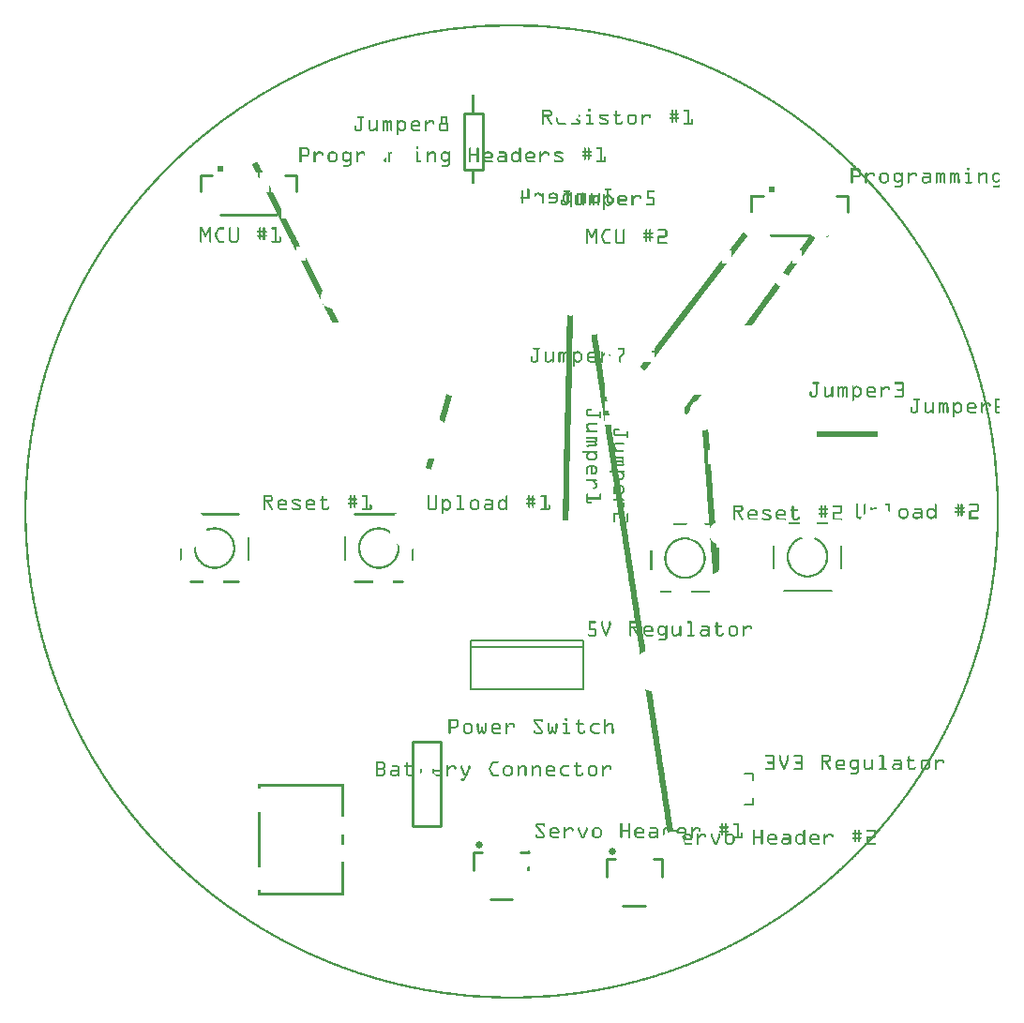
<source format=gto>
G04 MADE WITH FRITZING*
G04 WWW.FRITZING.ORG*
G04 DOUBLE SIDED*
G04 HOLES PLATED*
G04 CONTOUR ON CENTER OF CONTOUR VECTOR*
%FSLAX26Y26*%
%MOIN*%
%ADD10C,0.026882X-0.00461416*%
%ADD11C,0.024244X-0.0077559*%
%ADD12C,0.008000*%
%ADD13C,0.010000*%
%ADD14R,0.001000X0.001000*%
G04 SILK1*
%FSLAX26Y26*%
%MOIN*%
D10*
X2088810Y524300D03*
X1616390Y547000D03*
D11*
X2655740Y2878261D03*
X695233Y2952229D03*
D12*
X1988280Y1100500D02*
X1588280Y1100500D01*
D02*
X1588280Y1100500D02*
X1588280Y1250500D01*
D02*
X1588280Y1250500D02*
X1588280Y1275500D01*
D02*
X1588280Y1275500D02*
X1988280Y1275500D01*
D02*
X1988280Y1275500D02*
X1988280Y1250500D01*
D02*
X1988280Y1250500D02*
X1988280Y1100500D01*
D02*
X1988280Y1250500D02*
X1588280Y1250500D01*
D13*
D02*
X1380770Y912510D02*
X1380770Y612510D01*
D02*
X1380770Y612510D02*
X1480770Y612510D01*
D02*
X1480770Y612510D02*
X1480770Y912510D01*
D02*
X1480770Y912510D02*
X1380770Y912510D01*
D02*
X1629090Y3145618D02*
X1629090Y2945618D01*
D02*
X1629090Y2945618D02*
X1563090Y2945618D01*
D02*
X1563090Y2945618D02*
X1563090Y3145618D01*
D02*
X1563090Y3145618D02*
X1629090Y3145618D01*
D12*
D02*
X1139930Y1642560D02*
X1139930Y1562090D01*
D02*
X2699090Y1451420D02*
X2869090Y1451420D01*
D02*
X2904090Y1610710D02*
X2904090Y1531420D01*
D02*
X2664090Y1611890D02*
X2664090Y1531420D01*
D02*
X2468320Y1605600D02*
X2468320Y1526310D01*
D02*
X795956Y1641380D02*
X795956Y1562090D01*
D13*
D02*
X2128180Y331380D02*
X2206920Y331380D01*
D02*
X2069130Y433740D02*
X2069130Y498710D01*
D02*
X2236450Y498710D02*
X2265970Y498710D01*
D02*
X2265970Y498710D02*
X2265970Y433740D01*
D02*
X2069130Y498710D02*
X2098660Y498710D01*
D02*
X1655760Y354080D02*
X1734500Y354080D01*
D02*
X1596710Y456440D02*
X1596710Y521410D01*
D02*
X1764030Y521410D02*
X1793550Y521410D01*
D02*
X1596710Y521410D02*
X1626240Y521410D01*
D12*
D02*
X2591560Y776120D02*
X2591560Y799740D01*
D02*
X2591560Y799740D02*
X2560060Y799740D01*
D02*
X2591560Y713130D02*
X2591560Y689500D01*
D02*
X2591560Y689500D02*
X2560060Y689500D01*
D13*
D02*
X2885740Y2853261D02*
X2925740Y2853261D01*
D02*
X2925740Y2853261D02*
X2925740Y2798261D01*
D02*
X2585740Y2853261D02*
X2625740Y2853261D01*
D02*
X695233Y2787229D02*
X895233Y2787229D01*
D02*
X625233Y2872229D02*
X625233Y2927229D01*
D02*
X925233Y2927229D02*
X965233Y2927229D01*
D02*
X965233Y2927229D02*
X965233Y2872229D01*
D02*
X625233Y2927229D02*
X665233Y2927229D01*
D14*
X1690500Y3464070D02*
X1773500Y3464070D01*
X1660500Y3463070D02*
X1803500Y3463070D01*
X1638500Y3462070D02*
X1825500Y3462070D01*
X1621500Y3461070D02*
X1842500Y3461070D01*
X1607500Y3460070D02*
X1856500Y3460070D01*
X1593500Y3459070D02*
X1870500Y3459070D01*
X1581500Y3458070D02*
X1882500Y3458070D01*
X1570500Y3457070D02*
X1893500Y3457070D01*
X1560500Y3456070D02*
X1690500Y3456070D01*
X1773500Y3456070D02*
X1903500Y3456070D01*
X1550500Y3455070D02*
X1659500Y3455070D01*
X1804500Y3455070D02*
X1913500Y3455070D01*
X1541500Y3454070D02*
X1638500Y3454070D01*
X1825500Y3454070D02*
X1922500Y3454070D01*
X1532500Y3453070D02*
X1620500Y3453070D01*
X1843500Y3453070D02*
X1931500Y3453070D01*
X1523500Y3452070D02*
X1606500Y3452070D01*
X1857500Y3452070D02*
X1940500Y3452070D01*
X1515500Y3451070D02*
X1592500Y3451070D01*
X1871500Y3451070D02*
X1948500Y3451070D01*
X1507500Y3450070D02*
X1580500Y3450070D01*
X1883500Y3450070D02*
X1956500Y3450070D01*
X1500500Y3449070D02*
X1569500Y3449070D01*
X1894500Y3449070D02*
X1963500Y3449070D01*
X1492500Y3448070D02*
X1559500Y3448070D01*
X1904500Y3448070D02*
X1971500Y3448070D01*
X1485500Y3447070D02*
X1549500Y3447070D01*
X1914500Y3447070D02*
X1978500Y3447070D01*
X1478500Y3446070D02*
X1540500Y3446070D01*
X1923500Y3446070D02*
X1985500Y3446070D01*
X1471500Y3445070D02*
X1531500Y3445070D01*
X1932500Y3445070D02*
X1992500Y3445070D01*
X1465500Y3444070D02*
X1522500Y3444070D01*
X1940500Y3444070D02*
X1998500Y3444070D01*
X1459500Y3443070D02*
X1514500Y3443070D01*
X1949500Y3443070D02*
X2004500Y3443070D01*
X1452500Y3442070D02*
X1506500Y3442070D01*
X1957500Y3442070D02*
X2011500Y3442070D01*
X1446500Y3441070D02*
X1499500Y3441070D01*
X1964500Y3441070D02*
X2017500Y3441070D01*
X1440500Y3440070D02*
X1491500Y3440070D01*
X1972500Y3440070D02*
X2023500Y3440070D01*
X1435500Y3439070D02*
X1484500Y3439070D01*
X1979500Y3439070D02*
X2028500Y3439070D01*
X1429500Y3438070D02*
X1478500Y3438070D01*
X1985500Y3438070D02*
X2034500Y3438070D01*
X1423500Y3437070D02*
X1471500Y3437070D01*
X1992500Y3437070D02*
X2040500Y3437070D01*
X1418500Y3436070D02*
X1464500Y3436070D01*
X1999500Y3436070D02*
X2045500Y3436070D01*
X1412500Y3435070D02*
X1458500Y3435070D01*
X2005500Y3435070D02*
X2051500Y3435070D01*
X1407500Y3434070D02*
X1452500Y3434070D01*
X2011500Y3434070D02*
X2056500Y3434070D01*
X1402500Y3433070D02*
X1446500Y3433070D01*
X2017500Y3433070D02*
X2061500Y3433070D01*
X1397500Y3432070D02*
X1440500Y3432070D01*
X2023500Y3432070D02*
X2066500Y3432070D01*
X1392500Y3431070D02*
X1434500Y3431070D01*
X2029500Y3431070D02*
X2071500Y3431070D01*
X1387500Y3430070D02*
X1428500Y3430070D01*
X2035500Y3430070D02*
X2076500Y3430070D01*
X1382500Y3429070D02*
X1423500Y3429070D01*
X2040500Y3429070D02*
X2081500Y3429070D01*
X1377500Y3428070D02*
X1417500Y3428070D01*
X2046500Y3428070D02*
X2086500Y3428070D01*
X1372500Y3427070D02*
X1412500Y3427070D01*
X2051500Y3427070D02*
X2091500Y3427070D01*
X1367500Y3426070D02*
X1406500Y3426070D01*
X2057500Y3426070D02*
X2096500Y3426070D01*
X1363500Y3425070D02*
X1401500Y3425070D01*
X2062500Y3425070D02*
X2100500Y3425070D01*
X1358500Y3424070D02*
X1396500Y3424070D01*
X2067500Y3424070D02*
X2105500Y3424070D01*
X1354500Y3423070D02*
X1391500Y3423070D01*
X2072500Y3423070D02*
X2109500Y3423070D01*
X1349500Y3422070D02*
X1386500Y3422070D01*
X2077500Y3422070D02*
X2114500Y3422070D01*
X1345500Y3421070D02*
X1381500Y3421070D01*
X2082500Y3421070D02*
X2118500Y3421070D01*
X1340500Y3420070D02*
X1376500Y3420070D01*
X2087500Y3420070D02*
X2123500Y3420070D01*
X1336500Y3419070D02*
X1372500Y3419070D01*
X2091500Y3419070D02*
X2127500Y3419070D01*
X1332500Y3418070D02*
X1367500Y3418070D01*
X2096500Y3418070D02*
X2131500Y3418070D01*
X1328500Y3417070D02*
X1362500Y3417070D01*
X2101500Y3417070D02*
X2135500Y3417070D01*
X1324500Y3416070D02*
X1358500Y3416070D01*
X2105500Y3416070D02*
X2139500Y3416070D01*
X1319500Y3415070D02*
X1353500Y3415070D01*
X2110500Y3415070D02*
X2144500Y3415070D01*
X1315500Y3414070D02*
X1349500Y3414070D01*
X2114500Y3414070D02*
X2148500Y3414070D01*
X1311500Y3413070D02*
X1344500Y3413070D01*
X2119500Y3413070D02*
X2152500Y3413070D01*
X1307500Y3412070D02*
X1340500Y3412070D01*
X2123500Y3412070D02*
X2156500Y3412070D01*
X1303500Y3411070D02*
X1336500Y3411070D01*
X2127500Y3411070D02*
X2160500Y3411070D01*
X1299500Y3410070D02*
X1332500Y3410070D01*
X2131500Y3410070D02*
X2164500Y3410070D01*
X1296500Y3409070D02*
X1327500Y3409070D01*
X2136500Y3409070D02*
X2167500Y3409070D01*
X1292500Y3408070D02*
X1323500Y3408070D01*
X2140500Y3408070D02*
X2171500Y3408070D01*
X1288500Y3407070D02*
X1319500Y3407070D01*
X2144500Y3407070D02*
X2175500Y3407070D01*
X1284500Y3406070D02*
X1315500Y3406070D01*
X2148500Y3406070D02*
X2179500Y3406070D01*
X1280500Y3405070D02*
X1311500Y3405070D01*
X2152500Y3405070D02*
X2182500Y3405070D01*
X1277500Y3404070D02*
X1307500Y3404070D01*
X2156500Y3404070D02*
X2186500Y3404070D01*
X1273500Y3403070D02*
X1303500Y3403070D01*
X2160500Y3403070D02*
X2190500Y3403070D01*
X1270500Y3402070D02*
X1299500Y3402070D01*
X2164500Y3402070D02*
X2193500Y3402070D01*
X1266500Y3401070D02*
X1295500Y3401070D01*
X2168500Y3401070D02*
X2197500Y3401070D01*
X1262500Y3400070D02*
X1291500Y3400070D01*
X2171500Y3400070D02*
X2201500Y3400070D01*
X1259500Y3399070D02*
X1288500Y3399070D01*
X2175500Y3399070D02*
X2204500Y3399070D01*
X1255500Y3398070D02*
X1284500Y3398070D01*
X2179500Y3398070D02*
X2208500Y3398070D01*
X1252500Y3397070D02*
X1280500Y3397070D01*
X2183500Y3397070D02*
X2211500Y3397070D01*
X1248500Y3396070D02*
X1276500Y3396070D01*
X2186500Y3396070D02*
X2215500Y3396070D01*
X1245500Y3395070D02*
X1273500Y3395070D01*
X2190500Y3395070D02*
X2218500Y3395070D01*
X1242500Y3394070D02*
X1269500Y3394070D01*
X2194500Y3394070D02*
X2221500Y3394070D01*
X1238500Y3393070D02*
X1266500Y3393070D01*
X2197500Y3393070D02*
X2225500Y3393070D01*
X1235500Y3392070D02*
X1262500Y3392070D01*
X2201500Y3392070D02*
X2228500Y3392070D01*
X1232500Y3391070D02*
X1258500Y3391070D01*
X2205500Y3391070D02*
X2231500Y3391070D01*
X1228500Y3390070D02*
X1255500Y3390070D01*
X2208500Y3390070D02*
X2235500Y3390070D01*
X1225500Y3389070D02*
X1252500Y3389070D01*
X2211500Y3389070D02*
X2238500Y3389070D01*
X1222500Y3388070D02*
X1248500Y3388070D01*
X2215500Y3388070D02*
X2241500Y3388070D01*
X1218500Y3387070D02*
X1245500Y3387070D01*
X2218500Y3387070D02*
X2245500Y3387070D01*
X1215500Y3386070D02*
X1241500Y3386070D01*
X2222500Y3386070D02*
X2248500Y3386070D01*
X1212500Y3385070D02*
X1238500Y3385070D01*
X2225500Y3385070D02*
X2251500Y3385070D01*
X1209500Y3384070D02*
X1235500Y3384070D01*
X2228500Y3384070D02*
X2254500Y3384070D01*
X1206500Y3383070D02*
X1231500Y3383070D01*
X2232500Y3383070D02*
X2257500Y3383070D01*
X1203500Y3382070D02*
X1228500Y3382070D01*
X2235500Y3382070D02*
X2260500Y3382070D01*
X1199500Y3381070D02*
X1225500Y3381070D01*
X2238500Y3381070D02*
X2264500Y3381070D01*
X1196500Y3380070D02*
X1221500Y3380070D01*
X2242500Y3380070D02*
X2267500Y3380070D01*
X1193500Y3379070D02*
X1218500Y3379070D01*
X2245500Y3379070D02*
X2270500Y3379070D01*
X1190500Y3378070D02*
X1215500Y3378070D01*
X2248500Y3378070D02*
X2273500Y3378070D01*
X1187500Y3377070D02*
X1212500Y3377070D01*
X2251500Y3377070D02*
X2276500Y3377070D01*
X1184500Y3376070D02*
X1209500Y3376070D01*
X2254500Y3376070D02*
X2279500Y3376070D01*
X1181500Y3375070D02*
X1206500Y3375070D01*
X2257500Y3375070D02*
X2282500Y3375070D01*
X1178500Y3374070D02*
X1202500Y3374070D01*
X2261500Y3374070D02*
X2285500Y3374070D01*
X1175500Y3373070D02*
X1199500Y3373070D01*
X2264500Y3373070D02*
X2288500Y3373070D01*
X1172500Y3372070D02*
X1196500Y3372070D01*
X2267500Y3372070D02*
X2291500Y3372070D01*
X1169500Y3371070D02*
X1193500Y3371070D01*
X2270500Y3371070D02*
X2294500Y3371070D01*
X1167500Y3370070D02*
X1190500Y3370070D01*
X2273500Y3370070D02*
X2296500Y3370070D01*
X1164500Y3369070D02*
X1187500Y3369070D01*
X2276500Y3369070D02*
X2299500Y3369070D01*
X1161500Y3368070D02*
X1184500Y3368070D01*
X2279500Y3368070D02*
X2302500Y3368070D01*
X1158500Y3367070D02*
X1181500Y3367070D01*
X2282500Y3367070D02*
X2305500Y3367070D01*
X1155500Y3366070D02*
X1178500Y3366070D01*
X2285500Y3366070D02*
X2308500Y3366070D01*
X1152500Y3365070D02*
X1175500Y3365070D01*
X2288500Y3365070D02*
X2311500Y3365070D01*
X1149500Y3364070D02*
X1172500Y3364070D01*
X2291500Y3364070D02*
X2313500Y3364070D01*
X1147500Y3363070D02*
X1169500Y3363070D01*
X2294500Y3363070D02*
X2316500Y3363070D01*
X1144500Y3362070D02*
X1166500Y3362070D01*
X2297500Y3362070D02*
X2319500Y3362070D01*
X1141500Y3361070D02*
X1164500Y3361070D01*
X2299500Y3361070D02*
X2322500Y3361070D01*
X1138500Y3360070D02*
X1161500Y3360070D01*
X2302500Y3360070D02*
X2325500Y3360070D01*
X1136500Y3359070D02*
X1158500Y3359070D01*
X2305500Y3359070D02*
X2327500Y3359070D01*
X1133500Y3358070D02*
X1155500Y3358070D01*
X2308500Y3358070D02*
X2330500Y3358070D01*
X1130500Y3357070D02*
X1152500Y3357070D01*
X2311500Y3357070D02*
X2333500Y3357070D01*
X1128500Y3356070D02*
X1149500Y3356070D01*
X2314500Y3356070D02*
X2335500Y3356070D01*
X1125500Y3355070D02*
X1147500Y3355070D01*
X2316500Y3355070D02*
X2338500Y3355070D01*
X1122500Y3354070D02*
X1144500Y3354070D01*
X2319500Y3354070D02*
X2341500Y3354070D01*
X1120500Y3353070D02*
X1141500Y3353070D01*
X2322500Y3353070D02*
X2343500Y3353070D01*
X1117500Y3352070D02*
X1138500Y3352070D01*
X2325500Y3352070D02*
X2346500Y3352070D01*
X1114500Y3351070D02*
X1136500Y3351070D01*
X2327500Y3351070D02*
X2349500Y3351070D01*
X1112500Y3350070D02*
X1133500Y3350070D01*
X2330500Y3350070D02*
X2351500Y3350070D01*
X1109500Y3349070D02*
X1130500Y3349070D01*
X2333500Y3349070D02*
X2354500Y3349070D01*
X1106500Y3348070D02*
X1128500Y3348070D01*
X2335500Y3348070D02*
X2356500Y3348070D01*
X1104500Y3347070D02*
X1125500Y3347070D01*
X2338500Y3347070D02*
X2359500Y3347070D01*
X1101500Y3346070D02*
X1122500Y3346070D01*
X2341500Y3346070D02*
X2362500Y3346070D01*
X1099500Y3345070D02*
X1120500Y3345070D01*
X2343500Y3345070D02*
X2364500Y3345070D01*
X1096500Y3344070D02*
X1117500Y3344070D01*
X2346500Y3344070D02*
X2367500Y3344070D01*
X1094500Y3343070D02*
X1114500Y3343070D01*
X2349500Y3343070D02*
X2369500Y3343070D01*
X1091500Y3342070D02*
X1112500Y3342070D01*
X2351500Y3342070D02*
X2372500Y3342070D01*
X1089500Y3341070D02*
X1109500Y3341070D01*
X2354500Y3341070D02*
X2374500Y3341070D01*
X1086500Y3340070D02*
X1107500Y3340070D01*
X2356500Y3340070D02*
X2377500Y3340070D01*
X1084500Y3339070D02*
X1104500Y3339070D01*
X2359500Y3339070D02*
X2379500Y3339070D01*
X1081500Y3338070D02*
X1101500Y3338070D01*
X2362500Y3338070D02*
X2382500Y3338070D01*
X1079500Y3337070D02*
X1099500Y3337070D01*
X2364500Y3337070D02*
X2384500Y3337070D01*
X1076500Y3336070D02*
X1096500Y3336070D01*
X2367500Y3336070D02*
X2387500Y3336070D01*
X1074500Y3335070D02*
X1094500Y3335070D01*
X2369500Y3335070D02*
X2389500Y3335070D01*
X1071500Y3334070D02*
X1091500Y3334070D01*
X2372500Y3334070D02*
X2391500Y3334070D01*
X1069500Y3333070D02*
X1089500Y3333070D01*
X2374500Y3333070D02*
X2394500Y3333070D01*
X1067500Y3332070D02*
X1086500Y3332070D01*
X2377500Y3332070D02*
X2396500Y3332070D01*
X1064500Y3331070D02*
X1084500Y3331070D01*
X2379500Y3331070D02*
X2399500Y3331070D01*
X1062500Y3330070D02*
X1081500Y3330070D01*
X2382500Y3330070D02*
X2401500Y3330070D01*
X1059500Y3329070D02*
X1079500Y3329070D01*
X2384500Y3329070D02*
X2403500Y3329070D01*
X1057500Y3328070D02*
X1077500Y3328070D01*
X2386500Y3328070D02*
X2406500Y3328070D01*
X1055500Y3327070D02*
X1074500Y3327070D01*
X2389500Y3327070D02*
X2408500Y3327070D01*
X1052500Y3326070D02*
X1072500Y3326070D01*
X2391500Y3326070D02*
X2411500Y3326070D01*
X1050500Y3325070D02*
X1069500Y3325070D01*
X2394500Y3325070D02*
X2413500Y3325070D01*
X1048500Y3324070D02*
X1067500Y3324070D01*
X2396500Y3324070D02*
X2415500Y3324070D01*
X1045500Y3323070D02*
X1065500Y3323070D01*
X2398500Y3323070D02*
X2418500Y3323070D01*
X1043500Y3322070D02*
X1062500Y3322070D01*
X2401500Y3322070D02*
X2420500Y3322070D01*
X1041500Y3321070D02*
X1060500Y3321070D01*
X2403500Y3321070D02*
X2422500Y3321070D01*
X1038500Y3320070D02*
X1057500Y3320070D01*
X2406500Y3320070D02*
X2424500Y3320070D01*
X1036500Y3319070D02*
X1055500Y3319070D01*
X2408500Y3319070D02*
X2427500Y3319070D01*
X1034500Y3318070D02*
X1053500Y3318070D01*
X2410500Y3318070D02*
X2429500Y3318070D01*
X1032500Y3317070D02*
X1050500Y3317070D01*
X2413500Y3317070D02*
X2431500Y3317070D01*
X1030500Y3316070D02*
X1048500Y3316070D01*
X2415500Y3316070D02*
X2433500Y3316070D01*
X1027500Y3315070D02*
X1046500Y3315070D01*
X2417500Y3315070D02*
X2436500Y3315070D01*
X1025500Y3314070D02*
X1043500Y3314070D01*
X2420500Y3314070D02*
X2438500Y3314070D01*
X1023500Y3313070D02*
X1041500Y3313070D01*
X2422500Y3313070D02*
X2440500Y3313070D01*
X1021500Y3312070D02*
X1039500Y3312070D01*
X2424500Y3312070D02*
X2442500Y3312070D01*
X1018500Y3311070D02*
X1037500Y3311070D01*
X2426500Y3311070D02*
X2445500Y3311070D01*
X1016500Y3310070D02*
X1034500Y3310070D01*
X2429500Y3310070D02*
X2447500Y3310070D01*
X1014500Y3309070D02*
X1032500Y3309070D01*
X2431500Y3309070D02*
X2449500Y3309070D01*
X1012500Y3308070D02*
X1030500Y3308070D01*
X2433500Y3308070D02*
X2451500Y3308070D01*
X1010500Y3307070D02*
X1028500Y3307070D01*
X2435500Y3307070D02*
X2453500Y3307070D01*
X1007500Y3306070D02*
X1025500Y3306070D01*
X2438500Y3306070D02*
X2456500Y3306070D01*
X1005500Y3305070D02*
X1023500Y3305070D01*
X2440500Y3305070D02*
X2458500Y3305070D01*
X1003500Y3304070D02*
X1021500Y3304070D01*
X2442500Y3304070D02*
X2460500Y3304070D01*
X1001500Y3303070D02*
X1019500Y3303070D01*
X2444500Y3303070D02*
X2462500Y3303070D01*
X999500Y3302070D02*
X1017500Y3302070D01*
X2446500Y3302070D02*
X2464500Y3302070D01*
X997500Y3301070D02*
X1014500Y3301070D01*
X2449500Y3301070D02*
X2466500Y3301070D01*
X995500Y3300070D02*
X1012500Y3300070D01*
X2451500Y3300070D02*
X2468500Y3300070D01*
X992500Y3299070D02*
X1010500Y3299070D01*
X2453500Y3299070D02*
X2471500Y3299070D01*
X990500Y3298070D02*
X1008500Y3298070D01*
X2455500Y3298070D02*
X2473500Y3298070D01*
X988500Y3297070D02*
X1006500Y3297070D01*
X2457500Y3297070D02*
X2475500Y3297070D01*
X986500Y3296070D02*
X1003500Y3296070D01*
X2460500Y3296070D02*
X2477500Y3296070D01*
X984500Y3295070D02*
X1001500Y3295070D01*
X2462500Y3295070D02*
X2479500Y3295070D01*
X982500Y3294070D02*
X999500Y3294070D01*
X2464500Y3294070D02*
X2481500Y3294070D01*
X980500Y3293070D02*
X997500Y3293070D01*
X2466500Y3293070D02*
X2483500Y3293070D01*
X978500Y3292070D02*
X995500Y3292070D01*
X2468500Y3292070D02*
X2485500Y3292070D01*
X976500Y3291070D02*
X993500Y3291070D01*
X2470500Y3291070D02*
X2487500Y3291070D01*
X974500Y3290070D02*
X991500Y3290070D01*
X2472500Y3290070D02*
X2489500Y3290070D01*
X972500Y3289070D02*
X989500Y3289070D01*
X2474500Y3289070D02*
X2491500Y3289070D01*
X970500Y3288070D02*
X987500Y3288070D01*
X2476500Y3288070D02*
X2493500Y3288070D01*
X968500Y3287070D02*
X984500Y3287070D01*
X2479500Y3287070D02*
X2495500Y3287070D01*
X966500Y3286070D02*
X982500Y3286070D01*
X2481500Y3286070D02*
X2497500Y3286070D01*
X963500Y3285070D02*
X980500Y3285070D01*
X2483500Y3285070D02*
X2500500Y3285070D01*
X961500Y3284070D02*
X978500Y3284070D01*
X2485500Y3284070D02*
X2502500Y3284070D01*
X959500Y3283070D02*
X976500Y3283070D01*
X2487500Y3283070D02*
X2504500Y3283070D01*
X957500Y3282070D02*
X974500Y3282070D01*
X2489500Y3282070D02*
X2506500Y3282070D01*
X955500Y3281070D02*
X972500Y3281070D01*
X2491500Y3281070D02*
X2507500Y3281070D01*
X954500Y3280070D02*
X970500Y3280070D01*
X2493500Y3280070D02*
X2509500Y3280070D01*
X952500Y3279070D02*
X968500Y3279070D01*
X2495500Y3279070D02*
X2511500Y3279070D01*
X950500Y3278070D02*
X966500Y3278070D01*
X2497500Y3278070D02*
X2513500Y3278070D01*
X948500Y3277070D02*
X964500Y3277070D01*
X2499500Y3277070D02*
X2515500Y3277070D01*
X946500Y3276070D02*
X962500Y3276070D01*
X2501500Y3276070D02*
X2517500Y3276070D01*
X944500Y3275070D02*
X960500Y3275070D01*
X2503500Y3275070D02*
X2519500Y3275070D01*
X942500Y3274070D02*
X958500Y3274070D01*
X2505500Y3274070D02*
X2521500Y3274070D01*
X940500Y3273070D02*
X956500Y3273070D01*
X2507500Y3273070D02*
X2523500Y3273070D01*
X938500Y3272070D02*
X954500Y3272070D01*
X2509500Y3272070D02*
X2525500Y3272070D01*
X936500Y3271070D02*
X952500Y3271070D01*
X2511500Y3271070D02*
X2527500Y3271070D01*
X934500Y3270070D02*
X950500Y3270070D01*
X2513500Y3270070D02*
X2529500Y3270070D01*
X932500Y3269070D02*
X948500Y3269070D01*
X2515500Y3269070D02*
X2531500Y3269070D01*
X930500Y3268070D02*
X946500Y3268070D01*
X2517500Y3268070D02*
X2533500Y3268070D01*
X928500Y3267070D02*
X944500Y3267070D01*
X2519500Y3267070D02*
X2535500Y3267070D01*
X926500Y3266070D02*
X942500Y3266070D01*
X2521500Y3266070D02*
X2537500Y3266070D01*
X924500Y3265070D02*
X940500Y3265070D01*
X2523500Y3265070D02*
X2539500Y3265070D01*
X922500Y3264070D02*
X938500Y3264070D01*
X2524500Y3264070D02*
X2540500Y3264070D01*
X921500Y3263070D02*
X937500Y3263070D01*
X2526500Y3263070D02*
X2542500Y3263070D01*
X919500Y3262070D02*
X935500Y3262070D01*
X2528500Y3262070D02*
X2544500Y3262070D01*
X917500Y3261070D02*
X933500Y3261070D01*
X2530500Y3261070D02*
X2546500Y3261070D01*
X915500Y3260070D02*
X931500Y3260070D01*
X2532500Y3260070D02*
X2548500Y3260070D01*
X913500Y3259070D02*
X929500Y3259070D01*
X2534500Y3259070D02*
X2550500Y3259070D01*
X911500Y3258070D02*
X927500Y3258070D01*
X2536500Y3258070D02*
X2552500Y3258070D01*
X909500Y3257070D02*
X925500Y3257070D01*
X2538500Y3257070D02*
X2554500Y3257070D01*
X908500Y3256070D02*
X923500Y3256070D01*
X2540500Y3256070D02*
X2555500Y3256070D01*
X906500Y3255070D02*
X921500Y3255070D01*
X2542500Y3255070D02*
X2557500Y3255070D01*
X904500Y3254070D02*
X920500Y3254070D01*
X2543500Y3254070D02*
X2559500Y3254070D01*
X902500Y3253070D02*
X918500Y3253070D01*
X2545500Y3253070D02*
X2561500Y3253070D01*
X900500Y3252070D02*
X916500Y3252070D01*
X2547500Y3252070D02*
X2563500Y3252070D01*
X899500Y3251070D02*
X914500Y3251070D01*
X2549500Y3251070D02*
X2564500Y3251070D01*
X897500Y3250070D02*
X912500Y3250070D01*
X2551500Y3250070D02*
X2566500Y3250070D01*
X895500Y3249070D02*
X910500Y3249070D01*
X2553500Y3249070D02*
X2568500Y3249070D01*
X893500Y3248070D02*
X908500Y3248070D01*
X2555500Y3248070D02*
X2570500Y3248070D01*
X891500Y3247070D02*
X907500Y3247070D01*
X2556500Y3247070D02*
X2572500Y3247070D01*
X890500Y3246070D02*
X905500Y3246070D01*
X2558500Y3246070D02*
X2573500Y3246070D01*
X888500Y3245070D02*
X903500Y3245070D01*
X2560500Y3245070D02*
X2575500Y3245070D01*
X886500Y3244070D02*
X901500Y3244070D01*
X2562500Y3244070D02*
X2577500Y3244070D01*
X884500Y3243070D02*
X899500Y3243070D01*
X2564500Y3243070D02*
X2579500Y3243070D01*
X882500Y3242070D02*
X898500Y3242070D01*
X2565500Y3242070D02*
X2581500Y3242070D01*
X881500Y3241070D02*
X896500Y3241070D01*
X2567500Y3241070D02*
X2582500Y3241070D01*
X879500Y3240070D02*
X894500Y3240070D01*
X2569500Y3240070D02*
X2584500Y3240070D01*
X877500Y3239070D02*
X892500Y3239070D01*
X2571500Y3239070D02*
X2586500Y3239070D01*
X875500Y3238070D02*
X890500Y3238070D01*
X2573500Y3238070D02*
X2588500Y3238070D01*
X874500Y3237070D02*
X889500Y3237070D01*
X2574500Y3237070D02*
X2589500Y3237070D01*
X872500Y3236070D02*
X887500Y3236070D01*
X2576500Y3236070D02*
X2591500Y3236070D01*
X870500Y3235070D02*
X885500Y3235070D01*
X2578500Y3235070D02*
X2593500Y3235070D01*
X868500Y3234070D02*
X883500Y3234070D01*
X2580500Y3234070D02*
X2595500Y3234070D01*
X867500Y3233070D02*
X882500Y3233070D01*
X2581500Y3233070D02*
X2596500Y3233070D01*
X865500Y3232070D02*
X880500Y3232070D01*
X2583500Y3232070D02*
X2598500Y3232070D01*
X863500Y3231070D02*
X878500Y3231070D01*
X2585500Y3231070D02*
X2600500Y3231070D01*
X861500Y3230070D02*
X876500Y3230070D01*
X2587500Y3230070D02*
X2601500Y3230070D01*
X860500Y3229070D02*
X874500Y3229070D01*
X2589500Y3229070D02*
X2603500Y3229070D01*
X858500Y3228070D02*
X873500Y3228070D01*
X2590500Y3228070D02*
X2605500Y3228070D01*
X856500Y3227070D02*
X871500Y3227070D01*
X2592500Y3227070D02*
X2607500Y3227070D01*
X855500Y3226070D02*
X869500Y3226070D01*
X2594500Y3226070D02*
X2608500Y3226070D01*
X853500Y3225070D02*
X868500Y3225070D01*
X2595500Y3225070D02*
X2610500Y3225070D01*
X851500Y3224070D02*
X866500Y3224070D01*
X2597500Y3224070D02*
X2612500Y3224070D01*
X850500Y3223070D02*
X864500Y3223070D01*
X2599500Y3223070D02*
X2613500Y3223070D01*
X848500Y3222070D02*
X862500Y3222070D01*
X2601500Y3222070D02*
X2615500Y3222070D01*
X846500Y3221070D02*
X861500Y3221070D01*
X2602500Y3221070D02*
X2617500Y3221070D01*
X845500Y3220070D02*
X859500Y3220070D01*
X2604500Y3220070D02*
X2618500Y3220070D01*
X843500Y3219070D02*
X857500Y3219070D01*
X2606500Y3219070D02*
X2620500Y3219070D01*
X841500Y3218070D02*
X856500Y3218070D01*
X2607500Y3218070D02*
X2622500Y3218070D01*
X840500Y3217070D02*
X854500Y3217070D01*
X2609500Y3217070D02*
X2623500Y3217070D01*
X838500Y3216070D02*
X852500Y3216070D01*
X2611500Y3216070D02*
X2625500Y3216070D01*
X836500Y3215070D02*
X851500Y3215070D01*
X2612500Y3215070D02*
X2627500Y3215070D01*
X834500Y3214070D02*
X849500Y3214070D01*
X2614500Y3214070D02*
X2629500Y3214070D01*
X833500Y3213070D02*
X847500Y3213070D01*
X2616500Y3213070D02*
X2630500Y3213070D01*
X831500Y3212070D02*
X846500Y3212070D01*
X1591500Y3212070D02*
X1600500Y3212070D01*
X2617500Y3212070D02*
X2632500Y3212070D01*
X830500Y3211070D02*
X844500Y3211070D01*
X1591500Y3211070D02*
X1600500Y3211070D01*
X2619500Y3211070D02*
X2633500Y3211070D01*
X828500Y3210070D02*
X842500Y3210070D01*
X1591500Y3210070D02*
X1600500Y3210070D01*
X2621500Y3210070D02*
X2635500Y3210070D01*
X826500Y3209070D02*
X840500Y3209070D01*
X1591500Y3209070D02*
X1600500Y3209070D01*
X2623500Y3209070D02*
X2637500Y3209070D01*
X825500Y3208070D02*
X839500Y3208070D01*
X1591500Y3208070D02*
X1600500Y3208070D01*
X2624500Y3208070D02*
X2638500Y3208070D01*
X823500Y3207070D02*
X837500Y3207070D01*
X1591500Y3207070D02*
X1600500Y3207070D01*
X2626500Y3207070D02*
X2640500Y3207070D01*
X822500Y3206070D02*
X835500Y3206070D01*
X1591500Y3206070D02*
X1600500Y3206070D01*
X2628500Y3206070D02*
X2641500Y3206070D01*
X820500Y3205070D02*
X834500Y3205070D01*
X1591500Y3205070D02*
X1600500Y3205070D01*
X2629500Y3205070D02*
X2643500Y3205070D01*
X818500Y3204070D02*
X832500Y3204070D01*
X1591500Y3204070D02*
X1600500Y3204070D01*
X2631500Y3204070D02*
X2645500Y3204070D01*
X817500Y3203070D02*
X831500Y3203070D01*
X1591500Y3203070D02*
X1600500Y3203070D01*
X2632500Y3203070D02*
X2646500Y3203070D01*
X815500Y3202070D02*
X829500Y3202070D01*
X1591500Y3202070D02*
X1600500Y3202070D01*
X2634500Y3202070D02*
X2648500Y3202070D01*
X814500Y3201070D02*
X827500Y3201070D01*
X1591500Y3201070D02*
X1600500Y3201070D01*
X2636500Y3201070D02*
X2649500Y3201070D01*
X812500Y3200070D02*
X826500Y3200070D01*
X1591500Y3200070D02*
X1600500Y3200070D01*
X2637500Y3200070D02*
X2651500Y3200070D01*
X810500Y3199070D02*
X824500Y3199070D01*
X1591500Y3199070D02*
X1600500Y3199070D01*
X2639500Y3199070D02*
X2653500Y3199070D01*
X809500Y3198070D02*
X823500Y3198070D01*
X1591500Y3198070D02*
X1600500Y3198070D01*
X2640500Y3198070D02*
X2654500Y3198070D01*
X807500Y3197070D02*
X821500Y3197070D01*
X1591500Y3197070D02*
X1600500Y3197070D01*
X2642500Y3197070D02*
X2656500Y3197070D01*
X806500Y3196070D02*
X819500Y3196070D01*
X1591500Y3196070D02*
X1600500Y3196070D01*
X2644500Y3196070D02*
X2657500Y3196070D01*
X804500Y3195070D02*
X818500Y3195070D01*
X1591500Y3195070D02*
X1600500Y3195070D01*
X2645500Y3195070D02*
X2659500Y3195070D01*
X802500Y3194070D02*
X816500Y3194070D01*
X1591500Y3194070D02*
X1600500Y3194070D01*
X2647500Y3194070D02*
X2661500Y3194070D01*
X801500Y3193070D02*
X815500Y3193070D01*
X1591500Y3193070D02*
X1600500Y3193070D01*
X2648500Y3193070D02*
X2662500Y3193070D01*
X799500Y3192070D02*
X813500Y3192070D01*
X1591500Y3192070D02*
X1600500Y3192070D01*
X2650500Y3192070D02*
X2664500Y3192070D01*
X798500Y3191070D02*
X811500Y3191070D01*
X1591500Y3191070D02*
X1600500Y3191070D01*
X2652500Y3191070D02*
X2665500Y3191070D01*
X796500Y3190070D02*
X810500Y3190070D01*
X1591500Y3190070D02*
X1600500Y3190070D01*
X2653500Y3190070D02*
X2667500Y3190070D01*
X795500Y3189070D02*
X808500Y3189070D01*
X1591500Y3189070D02*
X1600500Y3189070D01*
X2655500Y3189070D02*
X2668500Y3189070D01*
X793500Y3188070D02*
X807500Y3188070D01*
X1591500Y3188070D02*
X1600500Y3188070D01*
X2656500Y3188070D02*
X2670500Y3188070D01*
X792500Y3187070D02*
X805500Y3187070D01*
X1591500Y3187070D02*
X1600500Y3187070D01*
X2658500Y3187070D02*
X2671500Y3187070D01*
X790500Y3186070D02*
X803500Y3186070D01*
X1591500Y3186070D02*
X1600500Y3186070D01*
X2660500Y3186070D02*
X2673500Y3186070D01*
X788500Y3185070D02*
X802500Y3185070D01*
X1591500Y3185070D02*
X1600500Y3185070D01*
X2661500Y3185070D02*
X2675500Y3185070D01*
X787500Y3184070D02*
X800500Y3184070D01*
X1591500Y3184070D02*
X1600500Y3184070D01*
X2663500Y3184070D02*
X2676500Y3184070D01*
X785500Y3183070D02*
X799500Y3183070D01*
X1591500Y3183070D02*
X1600500Y3183070D01*
X2664500Y3183070D02*
X2678500Y3183070D01*
X784500Y3182070D02*
X797500Y3182070D01*
X1591500Y3182070D02*
X1600500Y3182070D01*
X2666500Y3182070D02*
X2679500Y3182070D01*
X782500Y3181070D02*
X796500Y3181070D01*
X1591500Y3181070D02*
X1600500Y3181070D01*
X2667500Y3181070D02*
X2681500Y3181070D01*
X781500Y3180070D02*
X794500Y3180070D01*
X1591500Y3180070D02*
X1600500Y3180070D01*
X2669500Y3180070D02*
X2682500Y3180070D01*
X779500Y3179070D02*
X793500Y3179070D01*
X1591500Y3179070D02*
X1600500Y3179070D01*
X2670500Y3179070D02*
X2684500Y3179070D01*
X778500Y3178070D02*
X791500Y3178070D01*
X1591500Y3178070D02*
X1600500Y3178070D01*
X2672500Y3178070D02*
X2685500Y3178070D01*
X776500Y3177070D02*
X790500Y3177070D01*
X1591500Y3177070D02*
X1600500Y3177070D01*
X2673500Y3177070D02*
X2687500Y3177070D01*
X775500Y3176070D02*
X788500Y3176070D01*
X1591500Y3176070D02*
X1600500Y3176070D01*
X2675500Y3176070D02*
X2688500Y3176070D01*
X773500Y3175070D02*
X787500Y3175070D01*
X1591500Y3175070D02*
X1600500Y3175070D01*
X2676500Y3175070D02*
X2690500Y3175070D01*
X772500Y3174070D02*
X785500Y3174070D01*
X1591500Y3174070D02*
X1600500Y3174070D01*
X2678500Y3174070D02*
X2691500Y3174070D01*
X770500Y3173070D02*
X784500Y3173070D01*
X1591500Y3173070D02*
X1600500Y3173070D01*
X2679500Y3173070D02*
X2693500Y3173070D01*
X769500Y3172070D02*
X782500Y3172070D01*
X1591500Y3172070D02*
X1600500Y3172070D01*
X2681500Y3172070D02*
X2694500Y3172070D01*
X767500Y3171070D02*
X781500Y3171070D01*
X1591500Y3171070D02*
X1600500Y3171070D01*
X2682500Y3171070D02*
X2696500Y3171070D01*
X766500Y3170070D02*
X779500Y3170070D01*
X1591500Y3170070D02*
X1600500Y3170070D01*
X2684500Y3170070D02*
X2697500Y3170070D01*
X764500Y3169070D02*
X778500Y3169070D01*
X1591500Y3169070D02*
X1600500Y3169070D01*
X2685500Y3169070D02*
X2699500Y3169070D01*
X763500Y3168070D02*
X776500Y3168070D01*
X1591500Y3168070D02*
X1600500Y3168070D01*
X2687500Y3168070D02*
X2700500Y3168070D01*
X761500Y3167070D02*
X774500Y3167070D01*
X1591500Y3167070D02*
X1600500Y3167070D01*
X2688500Y3167070D02*
X2702500Y3167070D01*
X760500Y3166070D02*
X773500Y3166070D01*
X1591500Y3166070D02*
X1600500Y3166070D01*
X2690500Y3166070D02*
X2703500Y3166070D01*
X758500Y3165070D02*
X771500Y3165070D01*
X1591500Y3165070D02*
X1600500Y3165070D01*
X2692500Y3165070D02*
X2705500Y3165070D01*
X757500Y3164070D02*
X770500Y3164070D01*
X1591500Y3164070D02*
X1600500Y3164070D01*
X2693500Y3164070D02*
X2706500Y3164070D01*
X755500Y3163070D02*
X768500Y3163070D01*
X1591500Y3163070D02*
X1600500Y3163070D01*
X2004500Y3163070D02*
X2010500Y3163070D01*
X2695500Y3163070D02*
X2708500Y3163070D01*
X754500Y3162070D02*
X767500Y3162070D01*
X1591500Y3162070D02*
X1600500Y3162070D01*
X2003500Y3162070D02*
X2011500Y3162070D01*
X2696500Y3162070D02*
X2709500Y3162070D01*
X753500Y3161070D02*
X765500Y3161070D01*
X1591500Y3161070D02*
X1600500Y3161070D01*
X2002500Y3161070D02*
X2011500Y3161070D01*
X2698500Y3161070D02*
X2710500Y3161070D01*
X751500Y3160070D02*
X764500Y3160070D01*
X1591500Y3160070D02*
X1600500Y3160070D01*
X1841500Y3160070D02*
X1868500Y3160070D01*
X2002500Y3160070D02*
X2011500Y3160070D01*
X2301500Y3160070D02*
X2304500Y3160070D01*
X2315500Y3160070D02*
X2318500Y3160070D01*
X2345500Y3160070D02*
X2363500Y3160070D01*
X2699500Y3160070D02*
X2712500Y3160070D01*
X750500Y3159070D02*
X763500Y3159070D01*
X1591500Y3159070D02*
X1600500Y3159070D01*
X1841500Y3159070D02*
X1870500Y3159070D01*
X2002500Y3159070D02*
X2011500Y3159070D01*
X2300500Y3159070D02*
X2305500Y3159070D01*
X2314500Y3159070D02*
X2319500Y3159070D01*
X2344500Y3159070D02*
X2363500Y3159070D01*
X2700500Y3159070D02*
X2713500Y3159070D01*
X748500Y3158070D02*
X761500Y3158070D01*
X1591500Y3158070D02*
X1600500Y3158070D01*
X1841500Y3158070D02*
X1871500Y3158070D01*
X2002500Y3158070D02*
X2011500Y3158070D01*
X2300500Y3158070D02*
X2306500Y3158070D01*
X2314500Y3158070D02*
X2319500Y3158070D01*
X2343500Y3158070D02*
X2363500Y3158070D01*
X2702500Y3158070D02*
X2715500Y3158070D01*
X747500Y3157070D02*
X760500Y3157070D01*
X1591500Y3157070D02*
X1600500Y3157070D01*
X1841500Y3157070D02*
X1872500Y3157070D01*
X2002500Y3157070D02*
X2011500Y3157070D01*
X2100500Y3157070D02*
X2103500Y3157070D01*
X2300500Y3157070D02*
X2306500Y3157070D01*
X2313500Y3157070D02*
X2319500Y3157070D01*
X2343500Y3157070D02*
X2363500Y3157070D01*
X2703500Y3157070D02*
X2716500Y3157070D01*
X745500Y3156070D02*
X758500Y3156070D01*
X1591500Y3156070D02*
X1600500Y3156070D01*
X1841500Y3156070D02*
X1873500Y3156070D01*
X2002500Y3156070D02*
X2011500Y3156070D01*
X2100500Y3156070D02*
X2104500Y3156070D01*
X2300500Y3156070D02*
X2306500Y3156070D01*
X2313500Y3156070D02*
X2319500Y3156070D01*
X2343500Y3156070D02*
X2363500Y3156070D01*
X2705500Y3156070D02*
X2718500Y3156070D01*
X744500Y3155070D02*
X757500Y3155070D01*
X1591500Y3155070D02*
X1600500Y3155070D01*
X1841500Y3155070D02*
X1873500Y3155070D01*
X2003500Y3155070D02*
X2011500Y3155070D01*
X2099500Y3155070D02*
X2105500Y3155070D01*
X2300500Y3155070D02*
X2306500Y3155070D01*
X2313500Y3155070D02*
X2319500Y3155070D01*
X2344500Y3155070D02*
X2363500Y3155070D01*
X2706500Y3155070D02*
X2719500Y3155070D01*
X742500Y3154070D02*
X755500Y3154070D01*
X1591500Y3154070D02*
X1600500Y3154070D01*
X1841500Y3154070D02*
X1874500Y3154070D01*
X2004500Y3154070D02*
X2009500Y3154070D01*
X2099500Y3154070D02*
X2105500Y3154070D01*
X2300500Y3154070D02*
X2306500Y3154070D01*
X2313500Y3154070D02*
X2319500Y3154070D01*
X2345500Y3154070D02*
X2363500Y3154070D01*
X2708500Y3154070D02*
X2721500Y3154070D01*
X741500Y3153070D02*
X754500Y3153070D01*
X1591500Y3153070D02*
X1600500Y3153070D01*
X1841500Y3153070D02*
X1847500Y3153070D01*
X1867500Y3153070D02*
X1874500Y3153070D01*
X2099500Y3153070D02*
X2105500Y3153070D01*
X2300500Y3153070D02*
X2306500Y3153070D01*
X2313500Y3153070D02*
X2319500Y3153070D01*
X2357500Y3153070D02*
X2363500Y3153070D01*
X2709500Y3153070D02*
X2722500Y3153070D01*
X740500Y3152070D02*
X752500Y3152070D01*
X1591500Y3152070D02*
X1600500Y3152070D01*
X1841500Y3152070D02*
X1847500Y3152070D01*
X1868500Y3152070D02*
X1875500Y3152070D01*
X2099500Y3152070D02*
X2105500Y3152070D01*
X2300500Y3152070D02*
X2306500Y3152070D01*
X2313500Y3152070D02*
X2319500Y3152070D01*
X2357500Y3152070D02*
X2363500Y3152070D01*
X2710500Y3152070D02*
X2723500Y3152070D01*
X738500Y3151070D02*
X751500Y3151070D01*
X1591500Y3151070D02*
X1600500Y3151070D01*
X1841500Y3151070D02*
X1847500Y3151070D01*
X1869500Y3151070D02*
X1875500Y3151070D01*
X2099500Y3151070D02*
X2105500Y3151070D01*
X2300500Y3151070D02*
X2306500Y3151070D01*
X2313500Y3151070D02*
X2319500Y3151070D01*
X2357500Y3151070D02*
X2363500Y3151070D01*
X2712500Y3151070D02*
X2725500Y3151070D01*
X737500Y3150070D02*
X750500Y3150070D01*
X1591500Y3150070D02*
X1600500Y3150070D01*
X1841500Y3150070D02*
X1847500Y3150070D01*
X1869500Y3150070D02*
X1875500Y3150070D01*
X2099500Y3150070D02*
X2105500Y3150070D01*
X2300500Y3150070D02*
X2306500Y3150070D01*
X2313500Y3150070D02*
X2319500Y3150070D01*
X2357500Y3150070D02*
X2363500Y3150070D01*
X2713500Y3150070D02*
X2726500Y3150070D01*
X735500Y3149070D02*
X748500Y3149070D01*
X1591500Y3149070D02*
X1600500Y3149070D01*
X1841500Y3149070D02*
X1847500Y3149070D01*
X1869500Y3149070D02*
X1875500Y3149070D01*
X2099500Y3149070D02*
X2105500Y3149070D01*
X2300500Y3149070D02*
X2306500Y3149070D01*
X2313500Y3149070D02*
X2320500Y3149070D01*
X2357500Y3149070D02*
X2363500Y3149070D01*
X2715500Y3149070D02*
X2728500Y3149070D01*
X734500Y3148070D02*
X747500Y3148070D01*
X1591500Y3148070D02*
X1600500Y3148070D01*
X1841500Y3148070D02*
X1847500Y3148070D01*
X1869500Y3148070D02*
X1875500Y3148070D01*
X2099500Y3148070D02*
X2105500Y3148070D01*
X2294500Y3148070D02*
X2325500Y3148070D01*
X2357500Y3148070D02*
X2363500Y3148070D01*
X2716500Y3148070D02*
X2729500Y3148070D01*
X732500Y3147070D02*
X745500Y3147070D01*
X1591500Y3147070D02*
X1600500Y3147070D01*
X1841500Y3147070D02*
X1847500Y3147070D01*
X1869500Y3147070D02*
X1875500Y3147070D01*
X2099500Y3147070D02*
X2105500Y3147070D01*
X2293500Y3147070D02*
X2326500Y3147070D01*
X2357500Y3147070D02*
X2363500Y3147070D01*
X2718500Y3147070D02*
X2731500Y3147070D01*
X731500Y3146070D02*
X744500Y3146070D01*
X1591500Y3146070D02*
X1600500Y3146070D01*
X1841500Y3146070D02*
X1847500Y3146070D01*
X1869500Y3146070D02*
X1875500Y3146070D01*
X2099500Y3146070D02*
X2105500Y3146070D01*
X2293500Y3146070D02*
X2326500Y3146070D01*
X2357500Y3146070D02*
X2363500Y3146070D01*
X2719500Y3146070D02*
X2732500Y3146070D01*
X729500Y3145070D02*
X742500Y3145070D01*
X1841500Y3145070D02*
X1847500Y3145070D01*
X1868500Y3145070D02*
X1875500Y3145070D01*
X1996500Y3145070D02*
X2010500Y3145070D01*
X2048500Y3145070D02*
X2069500Y3145070D01*
X2093500Y3145070D02*
X2119500Y3145070D01*
X2151500Y3145070D02*
X2167500Y3145070D01*
X2194500Y3145070D02*
X2197500Y3145070D01*
X2207500Y3145070D02*
X2221500Y3145070D01*
X2293500Y3145070D02*
X2326500Y3145070D01*
X2357500Y3145070D02*
X2363500Y3145070D01*
X2721500Y3145070D02*
X2733500Y3145070D01*
X728500Y3144070D02*
X741500Y3144070D01*
X1841500Y3144070D02*
X1847500Y3144070D01*
X1868500Y3144070D02*
X1874500Y3144070D01*
X1970500Y3144070D02*
X1971500Y3144070D01*
X1996500Y3144070D02*
X2011500Y3144070D01*
X2046500Y3144070D02*
X2072500Y3144070D01*
X2093500Y3144070D02*
X2120500Y3144070D01*
X2149500Y3144070D02*
X2169500Y3144070D01*
X2193500Y3144070D02*
X2198500Y3144070D01*
X2206500Y3144070D02*
X2222500Y3144070D01*
X2293500Y3144070D02*
X2326500Y3144070D01*
X2357500Y3144070D02*
X2363500Y3144070D01*
X2722500Y3144070D02*
X2735500Y3144070D01*
X727500Y3143070D02*
X740500Y3143070D01*
X1841500Y3143070D02*
X1847500Y3143070D01*
X1866500Y3143070D02*
X1874500Y3143070D01*
X1970500Y3143070D02*
X1973500Y3143070D01*
X1995500Y3143070D02*
X2011500Y3143070D01*
X2045500Y3143070D02*
X2073500Y3143070D01*
X2092500Y3143070D02*
X2120500Y3143070D01*
X2148500Y3143070D02*
X2170500Y3143070D01*
X2193500Y3143070D02*
X2198500Y3143070D01*
X2205500Y3143070D02*
X2224500Y3143070D01*
X2294500Y3143070D02*
X2326500Y3143070D01*
X2357500Y3143070D02*
X2363500Y3143070D01*
X2723500Y3143070D02*
X2736500Y3143070D01*
X725500Y3142070D02*
X738500Y3142070D01*
X1841500Y3142070D02*
X1874500Y3142070D01*
X1970500Y3142070D02*
X1973500Y3142070D01*
X1995500Y3142070D02*
X2011500Y3142070D01*
X2044500Y3142070D02*
X2074500Y3142070D01*
X2092500Y3142070D02*
X2120500Y3142070D01*
X2147500Y3142070D02*
X2172500Y3142070D01*
X2192500Y3142070D02*
X2198500Y3142070D01*
X2204500Y3142070D02*
X2224500Y3142070D01*
X2296500Y3142070D02*
X2323500Y3142070D01*
X2357500Y3142070D02*
X2363500Y3142070D01*
X2725500Y3142070D02*
X2738500Y3142070D01*
X724500Y3141070D02*
X737500Y3141070D01*
X1841500Y3141070D02*
X1873500Y3141070D01*
X1970500Y3141070D02*
X1974500Y3141070D01*
X1995500Y3141070D02*
X2011500Y3141070D01*
X2044500Y3141070D02*
X2074500Y3141070D01*
X2092500Y3141070D02*
X2120500Y3141070D01*
X2146500Y3141070D02*
X2172500Y3141070D01*
X2192500Y3141070D02*
X2199500Y3141070D01*
X2203500Y3141070D02*
X2225500Y3141070D01*
X2300500Y3141070D02*
X2306500Y3141070D01*
X2313500Y3141070D02*
X2319500Y3141070D01*
X2357500Y3141070D02*
X2363500Y3141070D01*
X2726500Y3141070D02*
X2739500Y3141070D01*
X723500Y3140070D02*
X735500Y3140070D01*
X1841500Y3140070D02*
X1872500Y3140070D01*
X1969500Y3140070D02*
X1974500Y3140070D01*
X1996500Y3140070D02*
X2011500Y3140070D01*
X2043500Y3140070D02*
X2075500Y3140070D01*
X2093500Y3140070D02*
X2119500Y3140070D01*
X2145500Y3140070D02*
X2173500Y3140070D01*
X2192500Y3140070D02*
X2199500Y3140070D01*
X2202500Y3140070D02*
X2225500Y3140070D01*
X2300500Y3140070D02*
X2306500Y3140070D01*
X2313500Y3140070D02*
X2319500Y3140070D01*
X2357500Y3140070D02*
X2363500Y3140070D01*
X2728500Y3140070D02*
X2740500Y3140070D01*
X721500Y3139070D02*
X734500Y3139070D01*
X1841500Y3139070D02*
X1872500Y3139070D01*
X1969500Y3139070D02*
X1974500Y3139070D01*
X1998500Y3139070D02*
X2011500Y3139070D01*
X2043500Y3139070D02*
X2075500Y3139070D01*
X2095500Y3139070D02*
X2117500Y3139070D01*
X2144500Y3139070D02*
X2174500Y3139070D01*
X2192500Y3139070D02*
X2198500Y3139070D01*
X2200500Y3139070D02*
X2226500Y3139070D01*
X2300500Y3139070D02*
X2306500Y3139070D01*
X2313500Y3139070D02*
X2319500Y3139070D01*
X2357500Y3139070D02*
X2363500Y3139070D01*
X2729500Y3139070D02*
X2742500Y3139070D01*
X720500Y3138070D02*
X732500Y3138070D01*
X1841500Y3138070D02*
X1870500Y3138070D01*
X1969500Y3138070D02*
X1974500Y3138070D01*
X2006500Y3138070D02*
X2011500Y3138070D01*
X2043500Y3138070D02*
X2049500Y3138070D01*
X2069500Y3138070D02*
X2074500Y3138070D01*
X2099500Y3138070D02*
X2105500Y3138070D01*
X2144500Y3138070D02*
X2152500Y3138070D01*
X2166500Y3138070D02*
X2175500Y3138070D01*
X2192500Y3138070D02*
X2209500Y3138070D01*
X2219500Y3138070D02*
X2226500Y3138070D01*
X2300500Y3138070D02*
X2306500Y3138070D01*
X2313500Y3138070D02*
X2319500Y3138070D01*
X2357500Y3138070D02*
X2363500Y3138070D01*
X2731500Y3138070D02*
X2743500Y3138070D01*
X718500Y3137070D02*
X731500Y3137070D01*
X1184500Y3137070D02*
X1205500Y3137070D01*
X1481500Y3137070D02*
X1500500Y3137070D01*
X1841500Y3137070D02*
X1869500Y3137070D01*
X1970500Y3137070D02*
X1973500Y3137070D01*
X2006500Y3137070D02*
X2011500Y3137070D01*
X2043500Y3137070D02*
X2049500Y3137070D01*
X2070500Y3137070D02*
X2074500Y3137070D01*
X2099500Y3137070D02*
X2105500Y3137070D01*
X2143500Y3137070D02*
X2151500Y3137070D01*
X2168500Y3137070D02*
X2175500Y3137070D01*
X2192500Y3137070D02*
X2208500Y3137070D01*
X2220500Y3137070D02*
X2226500Y3137070D01*
X2300500Y3137070D02*
X2306500Y3137070D01*
X2313500Y3137070D02*
X2319500Y3137070D01*
X2357500Y3137070D02*
X2363500Y3137070D01*
X2732500Y3137070D02*
X2744500Y3137070D01*
X717500Y3136070D02*
X730500Y3136070D01*
X1183500Y3136070D02*
X1206500Y3136070D01*
X1481500Y3136070D02*
X1501500Y3136070D01*
X1841500Y3136070D02*
X1865500Y3136070D01*
X1971500Y3136070D02*
X1971500Y3136070D01*
X2006500Y3136070D02*
X2011500Y3136070D01*
X2043500Y3136070D02*
X2049500Y3136070D01*
X2072500Y3136070D02*
X2072500Y3136070D01*
X2099500Y3136070D02*
X2105500Y3136070D01*
X2143500Y3136070D02*
X2150500Y3136070D01*
X2169500Y3136070D02*
X2175500Y3136070D01*
X2192500Y3136070D02*
X2207500Y3136070D01*
X2220500Y3136070D02*
X2226500Y3136070D01*
X2300500Y3136070D02*
X2306500Y3136070D01*
X2313500Y3136070D02*
X2319500Y3136070D01*
X2357500Y3136070D02*
X2363500Y3136070D01*
X2733500Y3136070D02*
X2746500Y3136070D01*
X716500Y3135070D02*
X728500Y3135070D01*
X1183500Y3135070D02*
X1206500Y3135070D01*
X1480500Y3135070D02*
X1501500Y3135070D01*
X1841500Y3135070D02*
X1847500Y3135070D01*
X1853500Y3135070D02*
X1861500Y3135070D01*
X2006500Y3135070D02*
X2011500Y3135070D01*
X2043500Y3135070D02*
X2050500Y3135070D01*
X2099500Y3135070D02*
X2105500Y3135070D01*
X2143500Y3135070D02*
X2149500Y3135070D01*
X2169500Y3135070D02*
X2176500Y3135070D01*
X2192500Y3135070D02*
X2205500Y3135070D01*
X2220500Y3135070D02*
X2226500Y3135070D01*
X2300500Y3135070D02*
X2306500Y3135070D01*
X2313500Y3135070D02*
X2319500Y3135070D01*
X2357500Y3135070D02*
X2363500Y3135070D01*
X2735500Y3135070D02*
X2747500Y3135070D01*
X714500Y3134070D02*
X727500Y3134070D01*
X1183500Y3134070D02*
X1206500Y3134070D01*
X1480500Y3134070D02*
X1501500Y3134070D01*
X1841500Y3134070D02*
X1847500Y3134070D01*
X1854500Y3134070D02*
X1861500Y3134070D01*
X1891500Y3134070D02*
X1891500Y3134070D01*
X2006500Y3134070D02*
X2011500Y3134070D01*
X2043500Y3134070D02*
X2053500Y3134070D01*
X2099500Y3134070D02*
X2105500Y3134070D01*
X2142500Y3134070D02*
X2148500Y3134070D01*
X2170500Y3134070D02*
X2176500Y3134070D01*
X2192500Y3134070D02*
X2204500Y3134070D01*
X2220500Y3134070D02*
X2226500Y3134070D01*
X2297500Y3134070D02*
X2322500Y3134070D01*
X2357500Y3134070D02*
X2363500Y3134070D01*
X2736500Y3134070D02*
X2749500Y3134070D01*
X713500Y3133070D02*
X725500Y3133070D01*
X1183500Y3133070D02*
X1206500Y3133070D01*
X1480500Y3133070D02*
X1501500Y3133070D01*
X1841500Y3133070D02*
X1847500Y3133070D01*
X1855500Y3133070D02*
X1862500Y3133070D01*
X1891500Y3133070D02*
X1891500Y3133070D01*
X2006500Y3133070D02*
X2011500Y3133070D01*
X2044500Y3133070D02*
X2055500Y3133070D01*
X2099500Y3133070D02*
X2105500Y3133070D01*
X2142500Y3133070D02*
X2148500Y3133070D01*
X2170500Y3133070D02*
X2176500Y3133070D01*
X2192500Y3133070D02*
X2203500Y3133070D01*
X2220500Y3133070D02*
X2226500Y3133070D01*
X2294500Y3133070D02*
X2325500Y3133070D01*
X2357500Y3133070D02*
X2363500Y3133070D01*
X2737500Y3133070D02*
X2750500Y3133070D01*
X712500Y3132070D02*
X724500Y3132070D01*
X1183500Y3132070D02*
X1205500Y3132070D01*
X1480500Y3132070D02*
X1501500Y3132070D01*
X1841500Y3132070D02*
X1847500Y3132070D01*
X1855500Y3132070D02*
X1862500Y3132070D01*
X1891500Y3132070D02*
X1892500Y3132070D01*
X2006500Y3132070D02*
X2011500Y3132070D01*
X2044500Y3132070D02*
X2057500Y3132070D01*
X2099500Y3132070D02*
X2105500Y3132070D01*
X2142500Y3132070D02*
X2148500Y3132070D01*
X2170500Y3132070D02*
X2176500Y3132070D01*
X2192500Y3132070D02*
X2202500Y3132070D01*
X2221500Y3132070D02*
X2225500Y3132070D01*
X2293500Y3132070D02*
X2326500Y3132070D01*
X2357500Y3132070D02*
X2363500Y3132070D01*
X2739500Y3132070D02*
X2751500Y3132070D01*
X710500Y3131070D02*
X723500Y3131070D01*
X1185500Y3131070D02*
X1203500Y3131070D01*
X1480500Y3131070D02*
X1501500Y3131070D01*
X1841500Y3131070D02*
X1847500Y3131070D01*
X1856500Y3131070D02*
X1863500Y3131070D01*
X1891500Y3131070D02*
X1892500Y3131070D01*
X2006500Y3131070D02*
X2011500Y3131070D01*
X2045500Y3131070D02*
X2060500Y3131070D01*
X2099500Y3131070D02*
X2105500Y3131070D01*
X2142500Y3131070D02*
X2148500Y3131070D01*
X2170500Y3131070D02*
X2176500Y3131070D01*
X2192500Y3131070D02*
X2201500Y3131070D01*
X2222500Y3131070D02*
X2224500Y3131070D01*
X2293500Y3131070D02*
X2326500Y3131070D01*
X2357500Y3131070D02*
X2363500Y3131070D01*
X2740500Y3131070D02*
X2753500Y3131070D01*
X709500Y3130070D02*
X721500Y3130070D01*
X1193500Y3130070D02*
X1200500Y3130070D01*
X1480500Y3130070D02*
X1486500Y3130070D01*
X1495500Y3130070D02*
X1501500Y3130070D01*
X1841500Y3130070D02*
X1847500Y3130070D01*
X1856500Y3130070D02*
X1864500Y3130070D01*
X1891500Y3130070D02*
X1893500Y3130070D01*
X2006500Y3130070D02*
X2011500Y3130070D01*
X2046500Y3130070D02*
X2062500Y3130070D01*
X2099500Y3130070D02*
X2105500Y3130070D01*
X2142500Y3130070D02*
X2148500Y3130070D01*
X2170500Y3130070D02*
X2176500Y3130070D01*
X2192500Y3130070D02*
X2200500Y3130070D01*
X2293500Y3130070D02*
X2326500Y3130070D01*
X2357500Y3130070D02*
X2363500Y3130070D01*
X2742500Y3130070D02*
X2754500Y3130070D01*
X708500Y3129070D02*
X720500Y3129070D01*
X1193500Y3129070D02*
X1200500Y3129070D01*
X1480500Y3129070D02*
X1486500Y3129070D01*
X1495500Y3129070D02*
X1501500Y3129070D01*
X1841500Y3129070D02*
X1847500Y3129070D01*
X1857500Y3129070D02*
X1864500Y3129070D01*
X1891500Y3129070D02*
X1894500Y3129070D01*
X1964500Y3129070D02*
X1964500Y3129070D01*
X2006500Y3129070D02*
X2011500Y3129070D01*
X2048500Y3129070D02*
X2064500Y3129070D01*
X2099500Y3129070D02*
X2105500Y3129070D01*
X2142500Y3129070D02*
X2148500Y3129070D01*
X2170500Y3129070D02*
X2176500Y3129070D01*
X2192500Y3129070D02*
X2199500Y3129070D01*
X2293500Y3129070D02*
X2326500Y3129070D01*
X2357500Y3129070D02*
X2363500Y3129070D01*
X2743500Y3129070D02*
X2755500Y3129070D01*
X706500Y3128070D02*
X719500Y3128070D01*
X1193500Y3128070D02*
X1200500Y3128070D01*
X1480500Y3128070D02*
X1486500Y3128070D01*
X1495500Y3128070D02*
X1501500Y3128070D01*
X1841500Y3128070D02*
X1847500Y3128070D01*
X1858500Y3128070D02*
X1865500Y3128070D01*
X1891500Y3128070D02*
X1894500Y3128070D01*
X1963500Y3128070D02*
X1966500Y3128070D01*
X2006500Y3128070D02*
X2011500Y3128070D01*
X2050500Y3128070D02*
X2066500Y3128070D01*
X2099500Y3128070D02*
X2105500Y3128070D01*
X2142500Y3128070D02*
X2148500Y3128070D01*
X2170500Y3128070D02*
X2176500Y3128070D01*
X2192500Y3128070D02*
X2198500Y3128070D01*
X2294500Y3128070D02*
X2325500Y3128070D01*
X2357500Y3128070D02*
X2363500Y3128070D01*
X2744500Y3128070D02*
X2757500Y3128070D01*
X705500Y3127070D02*
X717500Y3127070D01*
X1193500Y3127070D02*
X1200500Y3127070D01*
X1480500Y3127070D02*
X1486500Y3127070D01*
X1495500Y3127070D02*
X1501500Y3127070D01*
X1841500Y3127070D02*
X1847500Y3127070D01*
X1858500Y3127070D02*
X1865500Y3127070D01*
X1891500Y3127070D02*
X1895500Y3127070D01*
X1962500Y3127070D02*
X1968500Y3127070D01*
X2006500Y3127070D02*
X2011500Y3127070D01*
X2052500Y3127070D02*
X2069500Y3127070D01*
X2099500Y3127070D02*
X2105500Y3127070D01*
X2142500Y3127070D02*
X2148500Y3127070D01*
X2170500Y3127070D02*
X2176500Y3127070D01*
X2192500Y3127070D02*
X2198500Y3127070D01*
X2299500Y3127070D02*
X2306500Y3127070D01*
X2313500Y3127070D02*
X2320500Y3127070D01*
X2357500Y3127070D02*
X2363500Y3127070D01*
X2372500Y3127070D02*
X2375500Y3127070D01*
X2746500Y3127070D02*
X2758500Y3127070D01*
X703500Y3126070D02*
X716500Y3126070D01*
X1193500Y3126070D02*
X1200500Y3126070D01*
X1480500Y3126070D02*
X1486500Y3126070D01*
X1495500Y3126070D02*
X1501500Y3126070D01*
X1841500Y3126070D02*
X1847500Y3126070D01*
X1859500Y3126070D02*
X1866500Y3126070D01*
X1891500Y3126070D02*
X1896500Y3126070D01*
X1961500Y3126070D02*
X1970500Y3126070D01*
X2006500Y3126070D02*
X2011500Y3126070D01*
X2054500Y3126070D02*
X2070500Y3126070D01*
X2099500Y3126070D02*
X2105500Y3126070D01*
X2142500Y3126070D02*
X2148500Y3126070D01*
X2170500Y3126070D02*
X2176500Y3126070D01*
X2192500Y3126070D02*
X2198500Y3126070D01*
X2300500Y3126070D02*
X2306500Y3126070D01*
X2313500Y3126070D02*
X2319500Y3126070D01*
X2357500Y3126070D02*
X2363500Y3126070D01*
X2371500Y3126070D02*
X2376500Y3126070D01*
X2747500Y3126070D02*
X2760500Y3126070D01*
X702500Y3125070D02*
X715500Y3125070D01*
X1193500Y3125070D02*
X1200500Y3125070D01*
X1480500Y3125070D02*
X1486500Y3125070D01*
X1495500Y3125070D02*
X1501500Y3125070D01*
X1841500Y3125070D02*
X1847500Y3125070D01*
X1859500Y3125070D02*
X1866500Y3125070D01*
X1891500Y3125070D02*
X1897500Y3125070D01*
X1960500Y3125070D02*
X1971500Y3125070D01*
X2006500Y3125070D02*
X2011500Y3125070D01*
X2057500Y3125070D02*
X2072500Y3125070D01*
X2099500Y3125070D02*
X2105500Y3125070D01*
X2142500Y3125070D02*
X2148500Y3125070D01*
X2170500Y3125070D02*
X2176500Y3125070D01*
X2192500Y3125070D02*
X2198500Y3125070D01*
X2300500Y3125070D02*
X2306500Y3125070D01*
X2313500Y3125070D02*
X2319500Y3125070D01*
X2357500Y3125070D02*
X2363500Y3125070D01*
X2371500Y3125070D02*
X2376500Y3125070D01*
X2748500Y3125070D02*
X2761500Y3125070D01*
X701500Y3124070D02*
X713500Y3124070D01*
X1193500Y3124070D02*
X1200500Y3124070D01*
X1325500Y3124070D02*
X1328500Y3124070D01*
X1337500Y3124070D02*
X1344500Y3124070D01*
X1480500Y3124070D02*
X1486500Y3124070D01*
X1495500Y3124070D02*
X1501500Y3124070D01*
X1841500Y3124070D02*
X1847500Y3124070D01*
X1860500Y3124070D02*
X1867500Y3124070D01*
X1891500Y3124070D02*
X1898500Y3124070D01*
X1959500Y3124070D02*
X1972500Y3124070D01*
X2006500Y3124070D02*
X2011500Y3124070D01*
X2059500Y3124070D02*
X2073500Y3124070D01*
X2099500Y3124070D02*
X2105500Y3124070D01*
X2142500Y3124070D02*
X2148500Y3124070D01*
X2170500Y3124070D02*
X2176500Y3124070D01*
X2192500Y3124070D02*
X2198500Y3124070D01*
X2300500Y3124070D02*
X2306500Y3124070D01*
X2313500Y3124070D02*
X2319500Y3124070D01*
X2357500Y3124070D02*
X2363500Y3124070D01*
X2371500Y3124070D02*
X2377500Y3124070D01*
X2750500Y3124070D02*
X2762500Y3124070D01*
X699500Y3123070D02*
X712500Y3123070D01*
X1193500Y3123070D02*
X1200500Y3123070D01*
X1226500Y3123070D02*
X1227500Y3123070D01*
X1253500Y3123070D02*
X1253500Y3123070D01*
X1275500Y3123070D02*
X1276500Y3123070D01*
X1284500Y3123070D02*
X1286500Y3123070D01*
X1324500Y3123070D02*
X1329500Y3123070D01*
X1335500Y3123070D02*
X1346500Y3123070D01*
X1385500Y3123070D02*
X1396500Y3123070D01*
X1426500Y3123070D02*
X1427500Y3123070D01*
X1440500Y3123070D02*
X1449500Y3123070D01*
X1480500Y3123070D02*
X1486500Y3123070D01*
X1495500Y3123070D02*
X1501500Y3123070D01*
X1841500Y3123070D02*
X1847500Y3123070D01*
X1860500Y3123070D02*
X1868500Y3123070D01*
X1891500Y3123070D02*
X1899500Y3123070D01*
X1961500Y3123070D02*
X1973500Y3123070D01*
X2006500Y3123070D02*
X2011500Y3123070D01*
X2061500Y3123070D02*
X2074500Y3123070D01*
X2099500Y3123070D02*
X2105500Y3123070D01*
X2142500Y3123070D02*
X2148500Y3123070D01*
X2170500Y3123070D02*
X2176500Y3123070D01*
X2192500Y3123070D02*
X2198500Y3123070D01*
X2300500Y3123070D02*
X2306500Y3123070D01*
X2313500Y3123070D02*
X2319500Y3123070D01*
X2357500Y3123070D02*
X2363500Y3123070D01*
X2371500Y3123070D02*
X2377500Y3123070D01*
X2751500Y3123070D02*
X2764500Y3123070D01*
X698500Y3122070D02*
X710500Y3122070D01*
X1193500Y3122070D02*
X1200500Y3122070D01*
X1224500Y3122070D02*
X1228500Y3122070D01*
X1251500Y3122070D02*
X1255500Y3122070D01*
X1273500Y3122070D02*
X1277500Y3122070D01*
X1281500Y3122070D02*
X1288500Y3122070D01*
X1296500Y3122070D02*
X1302500Y3122070D01*
X1323500Y3122070D02*
X1329500Y3122070D01*
X1333500Y3122070D02*
X1347500Y3122070D01*
X1382500Y3122070D02*
X1399500Y3122070D01*
X1425500Y3122070D02*
X1429500Y3122070D01*
X1438500Y3122070D02*
X1452500Y3122070D01*
X1480500Y3122070D02*
X1486500Y3122070D01*
X1495500Y3122070D02*
X1501500Y3122070D01*
X1841500Y3122070D02*
X1847500Y3122070D01*
X1861500Y3122070D02*
X1868500Y3122070D01*
X1891500Y3122070D02*
X1897500Y3122070D01*
X1963500Y3122070D02*
X1974500Y3122070D01*
X2006500Y3122070D02*
X2011500Y3122070D01*
X2064500Y3122070D02*
X2074500Y3122070D01*
X2099500Y3122070D02*
X2105500Y3122070D01*
X2142500Y3122070D02*
X2148500Y3122070D01*
X2170500Y3122070D02*
X2176500Y3122070D01*
X2192500Y3122070D02*
X2198500Y3122070D01*
X2300500Y3122070D02*
X2306500Y3122070D01*
X2313500Y3122070D02*
X2319500Y3122070D01*
X2357500Y3122070D02*
X2363500Y3122070D01*
X2371500Y3122070D02*
X2377500Y3122070D01*
X2753500Y3122070D02*
X2765500Y3122070D01*
X697500Y3121070D02*
X709500Y3121070D01*
X1193500Y3121070D02*
X1200500Y3121070D01*
X1224500Y3121070D02*
X1229500Y3121070D01*
X1250500Y3121070D02*
X1256500Y3121070D01*
X1273500Y3121070D02*
X1290500Y3121070D01*
X1294500Y3121070D02*
X1304500Y3121070D01*
X1323500Y3121070D02*
X1329500Y3121070D01*
X1332500Y3121070D02*
X1349500Y3121070D01*
X1380500Y3121070D02*
X1401500Y3121070D01*
X1424500Y3121070D02*
X1429500Y3121070D01*
X1437500Y3121070D02*
X1454500Y3121070D01*
X1480500Y3121070D02*
X1486500Y3121070D01*
X1495500Y3121070D02*
X1501500Y3121070D01*
X1841500Y3121070D02*
X1847500Y3121070D01*
X1862500Y3121070D02*
X1869500Y3121070D01*
X1891500Y3121070D02*
X1897500Y3121070D01*
X1966500Y3121070D02*
X1974500Y3121070D01*
X2006500Y3121070D02*
X2011500Y3121070D01*
X2066500Y3121070D02*
X2075500Y3121070D01*
X2099500Y3121070D02*
X2105500Y3121070D01*
X2142500Y3121070D02*
X2148500Y3121070D01*
X2170500Y3121070D02*
X2176500Y3121070D01*
X2192500Y3121070D02*
X2198500Y3121070D01*
X2300500Y3121070D02*
X2306500Y3121070D01*
X2313500Y3121070D02*
X2319500Y3121070D01*
X2357500Y3121070D02*
X2363500Y3121070D01*
X2371500Y3121070D02*
X2377500Y3121070D01*
X2754500Y3121070D02*
X2766500Y3121070D01*
X695500Y3120070D02*
X708500Y3120070D01*
X1193500Y3120070D02*
X1200500Y3120070D01*
X1223500Y3120070D02*
X1229500Y3120070D01*
X1250500Y3120070D02*
X1256500Y3120070D01*
X1273500Y3120070D02*
X1291500Y3120070D01*
X1293500Y3120070D02*
X1305500Y3120070D01*
X1323500Y3120070D02*
X1329500Y3120070D01*
X1331500Y3120070D02*
X1350500Y3120070D01*
X1379500Y3120070D02*
X1402500Y3120070D01*
X1424500Y3120070D02*
X1430500Y3120070D01*
X1436500Y3120070D02*
X1455500Y3120070D01*
X1480500Y3120070D02*
X1486500Y3120070D01*
X1495500Y3120070D02*
X1501500Y3120070D01*
X1841500Y3120070D02*
X1847500Y3120070D01*
X1862500Y3120070D02*
X1869500Y3120070D01*
X1891500Y3120070D02*
X1897500Y3120070D01*
X1968500Y3120070D02*
X1975500Y3120070D01*
X2006500Y3120070D02*
X2011500Y3120070D01*
X2068500Y3120070D02*
X2075500Y3120070D01*
X2099500Y3120070D02*
X2105500Y3120070D01*
X2142500Y3120070D02*
X2148500Y3120070D01*
X2170500Y3120070D02*
X2176500Y3120070D01*
X2192500Y3120070D02*
X2198500Y3120070D01*
X2300500Y3120070D02*
X2306500Y3120070D01*
X2313500Y3120070D02*
X2319500Y3120070D01*
X2357500Y3120070D02*
X2363500Y3120070D01*
X2371500Y3120070D02*
X2377500Y3120070D01*
X2755500Y3120070D02*
X2768500Y3120070D01*
X694500Y3119070D02*
X706500Y3119070D01*
X1193500Y3119070D02*
X1200500Y3119070D01*
X1223500Y3119070D02*
X1229500Y3119070D01*
X1250500Y3119070D02*
X1256500Y3119070D01*
X1272500Y3119070D02*
X1306500Y3119070D01*
X1323500Y3119070D02*
X1351500Y3119070D01*
X1378500Y3119070D02*
X1403500Y3119070D01*
X1424500Y3119070D02*
X1430500Y3119070D01*
X1435500Y3119070D02*
X1456500Y3119070D01*
X1480500Y3119070D02*
X1486500Y3119070D01*
X1495500Y3119070D02*
X1501500Y3119070D01*
X1841500Y3119070D02*
X1847500Y3119070D01*
X1863500Y3119070D02*
X1870500Y3119070D01*
X1891500Y3119070D02*
X1897500Y3119070D01*
X1968500Y3119070D02*
X1975500Y3119070D01*
X2006500Y3119070D02*
X2011500Y3119070D01*
X2069500Y3119070D02*
X2075500Y3119070D01*
X2099500Y3119070D02*
X2105500Y3119070D01*
X2122500Y3119070D02*
X2124500Y3119070D01*
X2142500Y3119070D02*
X2148500Y3119070D01*
X2170500Y3119070D02*
X2176500Y3119070D01*
X2192500Y3119070D02*
X2198500Y3119070D01*
X2300500Y3119070D02*
X2306500Y3119070D01*
X2313500Y3119070D02*
X2319500Y3119070D01*
X2357500Y3119070D02*
X2363500Y3119070D01*
X2371500Y3119070D02*
X2377500Y3119070D01*
X2757500Y3119070D02*
X2769500Y3119070D01*
X693500Y3118070D02*
X705500Y3118070D01*
X1193500Y3118070D02*
X1200500Y3118070D01*
X1223500Y3118070D02*
X1229500Y3118070D01*
X1250500Y3118070D02*
X1256500Y3118070D01*
X1272500Y3118070D02*
X1306500Y3118070D01*
X1323500Y3118070D02*
X1352500Y3118070D01*
X1377500Y3118070D02*
X1404500Y3118070D01*
X1424500Y3118070D02*
X1430500Y3118070D01*
X1434500Y3118070D02*
X1456500Y3118070D01*
X1480500Y3118070D02*
X1486500Y3118070D01*
X1495500Y3118070D02*
X1501500Y3118070D01*
X1841500Y3118070D02*
X1847500Y3118070D01*
X1863500Y3118070D02*
X1871500Y3118070D01*
X1891500Y3118070D02*
X1898500Y3118070D01*
X1969500Y3118070D02*
X1975500Y3118070D01*
X2006500Y3118070D02*
X2011500Y3118070D01*
X2069500Y3118070D02*
X2075500Y3118070D01*
X2099500Y3118070D02*
X2105500Y3118070D01*
X2121500Y3118070D02*
X2125500Y3118070D01*
X2142500Y3118070D02*
X2149500Y3118070D01*
X2170500Y3118070D02*
X2176500Y3118070D01*
X2192500Y3118070D02*
X2198500Y3118070D01*
X2300500Y3118070D02*
X2306500Y3118070D01*
X2314500Y3118070D02*
X2319500Y3118070D01*
X2357500Y3118070D02*
X2363500Y3118070D01*
X2371500Y3118070D02*
X2377500Y3118070D01*
X2758500Y3118070D02*
X2770500Y3118070D01*
X691500Y3117070D02*
X704500Y3117070D01*
X1193500Y3117070D02*
X1200500Y3117070D01*
X1223500Y3117070D02*
X1229500Y3117070D01*
X1250500Y3117070D02*
X1256500Y3117070D01*
X1272500Y3117070D02*
X1307500Y3117070D01*
X1323500Y3117070D02*
X1337500Y3117070D01*
X1343500Y3117070D02*
X1353500Y3117070D01*
X1376500Y3117070D02*
X1405500Y3117070D01*
X1424500Y3117070D02*
X1430500Y3117070D01*
X1432500Y3117070D02*
X1457500Y3117070D01*
X1480500Y3117070D02*
X1486500Y3117070D01*
X1495500Y3117070D02*
X1501500Y3117070D01*
X1841500Y3117070D02*
X1847500Y3117070D01*
X1864500Y3117070D02*
X1871500Y3117070D01*
X1892500Y3117070D02*
X1898500Y3117070D01*
X1969500Y3117070D02*
X1975500Y3117070D01*
X2006500Y3117070D02*
X2011500Y3117070D01*
X2069500Y3117070D02*
X2075500Y3117070D01*
X2099500Y3117070D02*
X2105500Y3117070D01*
X2120500Y3117070D02*
X2125500Y3117070D01*
X2143500Y3117070D02*
X2149500Y3117070D01*
X2169500Y3117070D02*
X2176500Y3117070D01*
X2192500Y3117070D02*
X2198500Y3117070D01*
X2300500Y3117070D02*
X2305500Y3117070D01*
X2314500Y3117070D02*
X2319500Y3117070D01*
X2357500Y3117070D02*
X2363500Y3117070D01*
X2371500Y3117070D02*
X2377500Y3117070D01*
X2759500Y3117070D02*
X2772500Y3117070D01*
X690500Y3116070D02*
X702500Y3116070D01*
X1193500Y3116070D02*
X1200500Y3116070D01*
X1223500Y3116070D02*
X1229500Y3116070D01*
X1250500Y3116070D02*
X1256500Y3116070D01*
X1272500Y3116070D02*
X1284500Y3116070D01*
X1286500Y3116070D02*
X1298500Y3116070D01*
X1300500Y3116070D02*
X1307500Y3116070D01*
X1323500Y3116070D02*
X1336500Y3116070D01*
X1344500Y3116070D02*
X1354500Y3116070D01*
X1375500Y3116070D02*
X1385500Y3116070D01*
X1396500Y3116070D02*
X1405500Y3116070D01*
X1424500Y3116070D02*
X1441500Y3116070D01*
X1449500Y3116070D02*
X1457500Y3116070D01*
X1480500Y3116070D02*
X1486500Y3116070D01*
X1495500Y3116070D02*
X1501500Y3116070D01*
X1841500Y3116070D02*
X1847500Y3116070D01*
X1865500Y3116070D02*
X1872500Y3116070D01*
X1892500Y3116070D02*
X1899500Y3116070D01*
X1969500Y3116070D02*
X1975500Y3116070D01*
X2006500Y3116070D02*
X2011500Y3116070D01*
X2044500Y3116070D02*
X2046500Y3116070D01*
X2069500Y3116070D02*
X2075500Y3116070D01*
X2099500Y3116070D02*
X2105500Y3116070D01*
X2119500Y3116070D02*
X2126500Y3116070D01*
X2143500Y3116070D02*
X2150500Y3116070D01*
X2168500Y3116070D02*
X2175500Y3116070D01*
X2192500Y3116070D02*
X2198500Y3116070D01*
X2301500Y3116070D02*
X2304500Y3116070D01*
X2315500Y3116070D02*
X2318500Y3116070D01*
X2357500Y3116070D02*
X2363500Y3116070D01*
X2371500Y3116070D02*
X2377500Y3116070D01*
X2761500Y3116070D02*
X2773500Y3116070D01*
X689500Y3115070D02*
X701500Y3115070D01*
X1193500Y3115070D02*
X1200500Y3115070D01*
X1223500Y3115070D02*
X1229500Y3115070D01*
X1250500Y3115070D02*
X1256500Y3115070D01*
X1272500Y3115070D02*
X1282500Y3115070D01*
X1287500Y3115070D02*
X1297500Y3115070D01*
X1301500Y3115070D02*
X1307500Y3115070D01*
X1323500Y3115070D02*
X1335500Y3115070D01*
X1346500Y3115070D02*
X1355500Y3115070D01*
X1375500Y3115070D02*
X1383500Y3115070D01*
X1398500Y3115070D02*
X1406500Y3115070D01*
X1424500Y3115070D02*
X1440500Y3115070D01*
X1451500Y3115070D02*
X1457500Y3115070D01*
X1480500Y3115070D02*
X1486500Y3115070D01*
X1495500Y3115070D02*
X1501500Y3115070D01*
X1841500Y3115070D02*
X1847500Y3115070D01*
X1865500Y3115070D02*
X1872500Y3115070D01*
X1892500Y3115070D02*
X1900500Y3115070D01*
X1946500Y3115070D02*
X1947500Y3115070D01*
X1968500Y3115070D02*
X1975500Y3115070D01*
X2006500Y3115070D02*
X2011500Y3115070D01*
X2043500Y3115070D02*
X2047500Y3115070D01*
X2069500Y3115070D02*
X2075500Y3115070D01*
X2099500Y3115070D02*
X2106500Y3115070D01*
X2119500Y3115070D02*
X2126500Y3115070D01*
X2143500Y3115070D02*
X2151500Y3115070D01*
X2167500Y3115070D02*
X2175500Y3115070D01*
X2192500Y3115070D02*
X2198500Y3115070D01*
X2357500Y3115070D02*
X2363500Y3115070D01*
X2371500Y3115070D02*
X2377500Y3115070D01*
X2762500Y3115070D02*
X2774500Y3115070D01*
X687500Y3114070D02*
X699500Y3114070D01*
X1193500Y3114070D02*
X1200500Y3114070D01*
X1223500Y3114070D02*
X1229500Y3114070D01*
X1250500Y3114070D02*
X1256500Y3114070D01*
X1272500Y3114070D02*
X1281500Y3114070D01*
X1287500Y3114070D02*
X1296500Y3114070D01*
X1301500Y3114070D02*
X1307500Y3114070D01*
X1323500Y3114070D02*
X1334500Y3114070D01*
X1347500Y3114070D02*
X1355500Y3114070D01*
X1374500Y3114070D02*
X1381500Y3114070D01*
X1399500Y3114070D02*
X1406500Y3114070D01*
X1424500Y3114070D02*
X1439500Y3114070D01*
X1451500Y3114070D02*
X1457500Y3114070D01*
X1478500Y3114070D02*
X1503500Y3114070D01*
X1841500Y3114070D02*
X1847500Y3114070D01*
X1866500Y3114070D02*
X1873500Y3114070D01*
X1893500Y3114070D02*
X1902500Y3114070D01*
X1944500Y3114070D02*
X1949500Y3114070D01*
X1967500Y3114070D02*
X1975500Y3114070D01*
X2006500Y3114070D02*
X2011500Y3114070D01*
X2042500Y3114070D02*
X2049500Y3114070D01*
X2068500Y3114070D02*
X2075500Y3114070D01*
X2099500Y3114070D02*
X2107500Y3114070D01*
X2118500Y3114070D02*
X2125500Y3114070D01*
X2144500Y3114070D02*
X2153500Y3114070D01*
X2166500Y3114070D02*
X2175500Y3114070D01*
X2192500Y3114070D02*
X2198500Y3114070D01*
X2357500Y3114070D02*
X2363500Y3114070D01*
X2371500Y3114070D02*
X2377500Y3114070D01*
X2764500Y3114070D02*
X2776500Y3114070D01*
X686500Y3113070D02*
X698500Y3113070D01*
X1193500Y3113070D02*
X1200500Y3113070D01*
X1223500Y3113070D02*
X1229500Y3113070D01*
X1250500Y3113070D02*
X1256500Y3113070D01*
X1272500Y3113070D02*
X1280500Y3113070D01*
X1287500Y3113070D02*
X1294500Y3113070D01*
X1301500Y3113070D02*
X1307500Y3113070D01*
X1323500Y3113070D02*
X1333500Y3113070D01*
X1348500Y3113070D02*
X1356500Y3113070D01*
X1374500Y3113070D02*
X1381500Y3113070D01*
X1400500Y3113070D02*
X1407500Y3113070D01*
X1424500Y3113070D02*
X1438500Y3113070D01*
X1451500Y3113070D02*
X1457500Y3113070D01*
X1476500Y3113070D02*
X1505500Y3113070D01*
X1841500Y3113070D02*
X1847500Y3113070D01*
X1866500Y3113070D02*
X1873500Y3113070D01*
X1893500Y3113070D02*
X1916500Y3113070D01*
X1942500Y3113070D02*
X1974500Y3113070D01*
X1997500Y3113070D02*
X2020500Y3113070D01*
X2042500Y3113070D02*
X2075500Y3113070D01*
X2100500Y3113070D02*
X2125500Y3113070D01*
X2144500Y3113070D02*
X2174500Y3113070D01*
X2192500Y3113070D02*
X2198500Y3113070D01*
X2345500Y3113070D02*
X2377500Y3113070D01*
X2765500Y3113070D02*
X2777500Y3113070D01*
X685500Y3112070D02*
X697500Y3112070D01*
X1193500Y3112070D02*
X1200500Y3112070D01*
X1223500Y3112070D02*
X1229500Y3112070D01*
X1250500Y3112070D02*
X1256500Y3112070D01*
X1272500Y3112070D02*
X1279500Y3112070D01*
X1287500Y3112070D02*
X1293500Y3112070D01*
X1301500Y3112070D02*
X1307500Y3112070D01*
X1323500Y3112070D02*
X1332500Y3112070D01*
X1349500Y3112070D02*
X1356500Y3112070D01*
X1374500Y3112070D02*
X1380500Y3112070D01*
X1401500Y3112070D02*
X1407500Y3112070D01*
X1424500Y3112070D02*
X1436500Y3112070D01*
X1451500Y3112070D02*
X1457500Y3112070D01*
X1475500Y3112070D02*
X1506500Y3112070D01*
X1841500Y3112070D02*
X1847500Y3112070D01*
X1867500Y3112070D02*
X1874500Y3112070D01*
X1894500Y3112070D02*
X1921500Y3112070D01*
X1942500Y3112070D02*
X1974500Y3112070D01*
X1996500Y3112070D02*
X2021500Y3112070D01*
X2042500Y3112070D02*
X2074500Y3112070D01*
X2100500Y3112070D02*
X2124500Y3112070D01*
X2145500Y3112070D02*
X2173500Y3112070D01*
X2192500Y3112070D02*
X2198500Y3112070D01*
X2344500Y3112070D02*
X2377500Y3112070D01*
X2766500Y3112070D02*
X2778500Y3112070D01*
X683500Y3111070D02*
X696500Y3111070D01*
X1193500Y3111070D02*
X1200500Y3111070D01*
X1223500Y3111070D02*
X1229500Y3111070D01*
X1250500Y3111070D02*
X1256500Y3111070D01*
X1272500Y3111070D02*
X1279500Y3111070D01*
X1287500Y3111070D02*
X1293500Y3111070D01*
X1301500Y3111070D02*
X1307500Y3111070D01*
X1323500Y3111070D02*
X1331500Y3111070D01*
X1350500Y3111070D02*
X1357500Y3111070D01*
X1374500Y3111070D02*
X1380500Y3111070D01*
X1401500Y3111070D02*
X1407500Y3111070D01*
X1424500Y3111070D02*
X1435500Y3111070D01*
X1451500Y3111070D02*
X1457500Y3111070D01*
X1475500Y3111070D02*
X1506500Y3111070D01*
X1841500Y3111070D02*
X1847500Y3111070D01*
X1867500Y3111070D02*
X1875500Y3111070D01*
X1895500Y3111070D02*
X1925500Y3111070D01*
X1942500Y3111070D02*
X1973500Y3111070D01*
X1995500Y3111070D02*
X2022500Y3111070D01*
X2043500Y3111070D02*
X2074500Y3111070D01*
X2101500Y3111070D02*
X2124500Y3111070D01*
X2146500Y3111070D02*
X2172500Y3111070D01*
X2192500Y3111070D02*
X2198500Y3111070D01*
X2343500Y3111070D02*
X2377500Y3111070D01*
X2767500Y3111070D02*
X2780500Y3111070D01*
X682500Y3110070D02*
X694500Y3110070D01*
X1193500Y3110070D02*
X1200500Y3110070D01*
X1223500Y3110070D02*
X1229500Y3110070D01*
X1250500Y3110070D02*
X1256500Y3110070D01*
X1272500Y3110070D02*
X1279500Y3110070D01*
X1287500Y3110070D02*
X1293500Y3110070D01*
X1301500Y3110070D02*
X1307500Y3110070D01*
X1323500Y3110070D02*
X1330500Y3110070D01*
X1351500Y3110070D02*
X1357500Y3110070D01*
X1374500Y3110070D02*
X1380500Y3110070D01*
X1401500Y3110070D02*
X1407500Y3110070D01*
X1424500Y3110070D02*
X1434500Y3110070D01*
X1452500Y3110070D02*
X1457500Y3110070D01*
X1474500Y3110070D02*
X1507500Y3110070D01*
X1841500Y3110070D02*
X1847500Y3110070D01*
X1868500Y3110070D02*
X1875500Y3110070D01*
X1896500Y3110070D02*
X1925500Y3110070D01*
X1943500Y3110070D02*
X1972500Y3110070D01*
X1995500Y3110070D02*
X2022500Y3110070D01*
X2043500Y3110070D02*
X2073500Y3110070D01*
X2102500Y3110070D02*
X2123500Y3110070D01*
X2147500Y3110070D02*
X2171500Y3110070D01*
X2192500Y3110070D02*
X2198500Y3110070D01*
X2343500Y3110070D02*
X2377500Y3110070D01*
X2769500Y3110070D02*
X2781500Y3110070D01*
X681500Y3109070D02*
X693500Y3109070D01*
X1193500Y3109070D02*
X1200500Y3109070D01*
X1223500Y3109070D02*
X1229500Y3109070D01*
X1250500Y3109070D02*
X1256500Y3109070D01*
X1272500Y3109070D02*
X1279500Y3109070D01*
X1287500Y3109070D02*
X1293500Y3109070D01*
X1301500Y3109070D02*
X1307500Y3109070D01*
X1323500Y3109070D02*
X1329500Y3109070D01*
X1351500Y3109070D02*
X1357500Y3109070D01*
X1374500Y3109070D02*
X1380500Y3109070D01*
X1401500Y3109070D02*
X1407500Y3109070D01*
X1424500Y3109070D02*
X1433500Y3109070D01*
X1452500Y3109070D02*
X1456500Y3109070D01*
X1474500Y3109070D02*
X1507500Y3109070D01*
X1841500Y3109070D02*
X1847500Y3109070D01*
X1869500Y3109070D02*
X1875500Y3109070D01*
X1897500Y3109070D02*
X1925500Y3109070D01*
X1944500Y3109070D02*
X1971500Y3109070D01*
X1995500Y3109070D02*
X2022500Y3109070D01*
X2045500Y3109070D02*
X2072500Y3109070D01*
X2103500Y3109070D02*
X2122500Y3109070D01*
X2149500Y3109070D02*
X2170500Y3109070D01*
X2193500Y3109070D02*
X2198500Y3109070D01*
X2343500Y3109070D02*
X2376500Y3109070D01*
X2770500Y3109070D02*
X2782500Y3109070D01*
X680500Y3108070D02*
X692500Y3108070D01*
X1193500Y3108070D02*
X1200500Y3108070D01*
X1223500Y3108070D02*
X1229500Y3108070D01*
X1250500Y3108070D02*
X1256500Y3108070D01*
X1272500Y3108070D02*
X1279500Y3108070D01*
X1287500Y3108070D02*
X1293500Y3108070D01*
X1301500Y3108070D02*
X1307500Y3108070D01*
X1323500Y3108070D02*
X1329500Y3108070D01*
X1351500Y3108070D02*
X1357500Y3108070D01*
X1374500Y3108070D02*
X1380500Y3108070D01*
X1401500Y3108070D02*
X1407500Y3108070D01*
X1424500Y3108070D02*
X1432500Y3108070D01*
X1474500Y3108070D02*
X1507500Y3108070D01*
X1842500Y3108070D02*
X1846500Y3108070D01*
X1869500Y3108070D02*
X1874500Y3108070D01*
X1899500Y3108070D02*
X1924500Y3108070D01*
X1946500Y3108070D02*
X1970500Y3108070D01*
X1996500Y3108070D02*
X2021500Y3108070D01*
X2047500Y3108070D02*
X2070500Y3108070D01*
X2104500Y3108070D02*
X2121500Y3108070D01*
X2150500Y3108070D02*
X2168500Y3108070D01*
X2193500Y3108070D02*
X2198500Y3108070D01*
X2344500Y3108070D02*
X2376500Y3108070D01*
X2771500Y3108070D02*
X2783500Y3108070D01*
X678500Y3107070D02*
X690500Y3107070D01*
X1193500Y3107070D02*
X1200500Y3107070D01*
X1223500Y3107070D02*
X1229500Y3107070D01*
X1250500Y3107070D02*
X1256500Y3107070D01*
X1272500Y3107070D02*
X1279500Y3107070D01*
X1287500Y3107070D02*
X1293500Y3107070D01*
X1301500Y3107070D02*
X1307500Y3107070D01*
X1323500Y3107070D02*
X1329500Y3107070D01*
X1351500Y3107070D02*
X1357500Y3107070D01*
X1374500Y3107070D02*
X1380500Y3107070D01*
X1401500Y3107070D02*
X1407500Y3107070D01*
X1424500Y3107070D02*
X1431500Y3107070D01*
X1474500Y3107070D02*
X1480500Y3107070D01*
X1501500Y3107070D02*
X1507500Y3107070D01*
X1843500Y3107070D02*
X1845500Y3107070D01*
X1870500Y3107070D02*
X1873500Y3107070D01*
X1901500Y3107070D02*
X1923500Y3107070D01*
X1949500Y3107070D02*
X1968500Y3107070D01*
X1997500Y3107070D02*
X2020500Y3107070D01*
X2049500Y3107070D02*
X2068500Y3107070D01*
X2106500Y3107070D02*
X2118500Y3107070D01*
X2152500Y3107070D02*
X2166500Y3107070D01*
X2194500Y3107070D02*
X2197500Y3107070D01*
X2345500Y3107070D02*
X2375500Y3107070D01*
X2773500Y3107070D02*
X2785500Y3107070D01*
X677500Y3106070D02*
X689500Y3106070D01*
X1193500Y3106070D02*
X1200500Y3106070D01*
X1223500Y3106070D02*
X1229500Y3106070D01*
X1250500Y3106070D02*
X1256500Y3106070D01*
X1272500Y3106070D02*
X1279500Y3106070D01*
X1287500Y3106070D02*
X1293500Y3106070D01*
X1301500Y3106070D02*
X1307500Y3106070D01*
X1323500Y3106070D02*
X1329500Y3106070D01*
X1351500Y3106070D02*
X1357500Y3106070D01*
X1374500Y3106070D02*
X1407500Y3106070D01*
X1424500Y3106070D02*
X1430500Y3106070D01*
X1474500Y3106070D02*
X1480500Y3106070D01*
X1501500Y3106070D02*
X1507500Y3106070D01*
X2774500Y3106070D02*
X2786500Y3106070D01*
X676500Y3105070D02*
X688500Y3105070D01*
X1174500Y3105070D02*
X1178500Y3105070D01*
X1193500Y3105070D02*
X1200500Y3105070D01*
X1223500Y3105070D02*
X1229500Y3105070D01*
X1250500Y3105070D02*
X1256500Y3105070D01*
X1272500Y3105070D02*
X1279500Y3105070D01*
X1287500Y3105070D02*
X1293500Y3105070D01*
X1301500Y3105070D02*
X1307500Y3105070D01*
X1323500Y3105070D02*
X1329500Y3105070D01*
X1351500Y3105070D02*
X1357500Y3105070D01*
X1374500Y3105070D02*
X1407500Y3105070D01*
X1424500Y3105070D02*
X1430500Y3105070D01*
X1474500Y3105070D02*
X1480500Y3105070D01*
X1501500Y3105070D02*
X1507500Y3105070D01*
X2775500Y3105070D02*
X2787500Y3105070D01*
X674500Y3104070D02*
X686500Y3104070D01*
X1173500Y3104070D02*
X1179500Y3104070D01*
X1193500Y3104070D02*
X1200500Y3104070D01*
X1223500Y3104070D02*
X1229500Y3104070D01*
X1250500Y3104070D02*
X1256500Y3104070D01*
X1272500Y3104070D02*
X1279500Y3104070D01*
X1287500Y3104070D02*
X1293500Y3104070D01*
X1301500Y3104070D02*
X1307500Y3104070D01*
X1323500Y3104070D02*
X1329500Y3104070D01*
X1351500Y3104070D02*
X1357500Y3104070D01*
X1374500Y3104070D02*
X1407500Y3104070D01*
X1424500Y3104070D02*
X1430500Y3104070D01*
X1474500Y3104070D02*
X1480500Y3104070D01*
X1501500Y3104070D02*
X1507500Y3104070D01*
X2777500Y3104070D02*
X2789500Y3104070D01*
X673500Y3103070D02*
X685500Y3103070D01*
X1173500Y3103070D02*
X1179500Y3103070D01*
X1193500Y3103070D02*
X1200500Y3103070D01*
X1223500Y3103070D02*
X1229500Y3103070D01*
X1250500Y3103070D02*
X1256500Y3103070D01*
X1272500Y3103070D02*
X1279500Y3103070D01*
X1287500Y3103070D02*
X1293500Y3103070D01*
X1301500Y3103070D02*
X1307500Y3103070D01*
X1323500Y3103070D02*
X1329500Y3103070D01*
X1351500Y3103070D02*
X1357500Y3103070D01*
X1374500Y3103070D02*
X1407500Y3103070D01*
X1424500Y3103070D02*
X1430500Y3103070D01*
X1474500Y3103070D02*
X1480500Y3103070D01*
X1501500Y3103070D02*
X1507500Y3103070D01*
X2778500Y3103070D02*
X2790500Y3103070D01*
X672500Y3102070D02*
X684500Y3102070D01*
X1173500Y3102070D02*
X1179500Y3102070D01*
X1193500Y3102070D02*
X1200500Y3102070D01*
X1223500Y3102070D02*
X1229500Y3102070D01*
X1250500Y3102070D02*
X1256500Y3102070D01*
X1272500Y3102070D02*
X1279500Y3102070D01*
X1287500Y3102070D02*
X1293500Y3102070D01*
X1301500Y3102070D02*
X1307500Y3102070D01*
X1323500Y3102070D02*
X1329500Y3102070D01*
X1351500Y3102070D02*
X1357500Y3102070D01*
X1374500Y3102070D02*
X1407500Y3102070D01*
X1424500Y3102070D02*
X1430500Y3102070D01*
X1474500Y3102070D02*
X1480500Y3102070D01*
X1501500Y3102070D02*
X1507500Y3102070D01*
X2779500Y3102070D02*
X2791500Y3102070D01*
X670500Y3101070D02*
X682500Y3101070D01*
X1173500Y3101070D02*
X1179500Y3101070D01*
X1193500Y3101070D02*
X1200500Y3101070D01*
X1223500Y3101070D02*
X1229500Y3101070D01*
X1250500Y3101070D02*
X1256500Y3101070D01*
X1272500Y3101070D02*
X1279500Y3101070D01*
X1287500Y3101070D02*
X1293500Y3101070D01*
X1301500Y3101070D02*
X1307500Y3101070D01*
X1323500Y3101070D02*
X1329500Y3101070D01*
X1351500Y3101070D02*
X1357500Y3101070D01*
X1374500Y3101070D02*
X1406500Y3101070D01*
X1424500Y3101070D02*
X1430500Y3101070D01*
X1474500Y3101070D02*
X1480500Y3101070D01*
X1501500Y3101070D02*
X1507500Y3101070D01*
X2780500Y3101070D02*
X2793500Y3101070D01*
X669500Y3100070D02*
X681500Y3100070D01*
X1173500Y3100070D02*
X1179500Y3100070D01*
X1193500Y3100070D02*
X1200500Y3100070D01*
X1223500Y3100070D02*
X1229500Y3100070D01*
X1250500Y3100070D02*
X1256500Y3100070D01*
X1272500Y3100070D02*
X1279500Y3100070D01*
X1287500Y3100070D02*
X1293500Y3100070D01*
X1301500Y3100070D02*
X1307500Y3100070D01*
X1323500Y3100070D02*
X1329500Y3100070D01*
X1351500Y3100070D02*
X1357500Y3100070D01*
X1374500Y3100070D02*
X1404500Y3100070D01*
X1424500Y3100070D02*
X1430500Y3100070D01*
X1474500Y3100070D02*
X1480500Y3100070D01*
X1501500Y3100070D02*
X1507500Y3100070D01*
X2782500Y3100070D02*
X2794500Y3100070D01*
X668500Y3099070D02*
X680500Y3099070D01*
X1173500Y3099070D02*
X1179500Y3099070D01*
X1193500Y3099070D02*
X1200500Y3099070D01*
X1223500Y3099070D02*
X1229500Y3099070D01*
X1250500Y3099070D02*
X1256500Y3099070D01*
X1272500Y3099070D02*
X1279500Y3099070D01*
X1287500Y3099070D02*
X1293500Y3099070D01*
X1301500Y3099070D02*
X1307500Y3099070D01*
X1323500Y3099070D02*
X1329500Y3099070D01*
X1351500Y3099070D02*
X1357500Y3099070D01*
X1374500Y3099070D02*
X1380500Y3099070D01*
X1424500Y3099070D02*
X1430500Y3099070D01*
X1474500Y3099070D02*
X1480500Y3099070D01*
X1501500Y3099070D02*
X1507500Y3099070D01*
X2783500Y3099070D02*
X2795500Y3099070D01*
X667500Y3098070D02*
X679500Y3098070D01*
X1173500Y3098070D02*
X1179500Y3098070D01*
X1193500Y3098070D02*
X1200500Y3098070D01*
X1223500Y3098070D02*
X1229500Y3098070D01*
X1250500Y3098070D02*
X1256500Y3098070D01*
X1272500Y3098070D02*
X1279500Y3098070D01*
X1287500Y3098070D02*
X1293500Y3098070D01*
X1301500Y3098070D02*
X1307500Y3098070D01*
X1323500Y3098070D02*
X1329500Y3098070D01*
X1351500Y3098070D02*
X1357500Y3098070D01*
X1374500Y3098070D02*
X1380500Y3098070D01*
X1424500Y3098070D02*
X1430500Y3098070D01*
X1474500Y3098070D02*
X1480500Y3098070D01*
X1501500Y3098070D02*
X1507500Y3098070D01*
X2784500Y3098070D02*
X2796500Y3098070D01*
X665500Y3097070D02*
X677500Y3097070D01*
X1173500Y3097070D02*
X1179500Y3097070D01*
X1193500Y3097070D02*
X1200500Y3097070D01*
X1223500Y3097070D02*
X1229500Y3097070D01*
X1248500Y3097070D02*
X1256500Y3097070D01*
X1272500Y3097070D02*
X1279500Y3097070D01*
X1287500Y3097070D02*
X1293500Y3097070D01*
X1301500Y3097070D02*
X1307500Y3097070D01*
X1323500Y3097070D02*
X1330500Y3097070D01*
X1351500Y3097070D02*
X1357500Y3097070D01*
X1374500Y3097070D02*
X1380500Y3097070D01*
X1424500Y3097070D02*
X1430500Y3097070D01*
X1474500Y3097070D02*
X1480500Y3097070D01*
X1501500Y3097070D02*
X1507500Y3097070D01*
X2786500Y3097070D02*
X2798500Y3097070D01*
X664500Y3096070D02*
X676500Y3096070D01*
X1173500Y3096070D02*
X1179500Y3096070D01*
X1193500Y3096070D02*
X1200500Y3096070D01*
X1223500Y3096070D02*
X1229500Y3096070D01*
X1247500Y3096070D02*
X1256500Y3096070D01*
X1272500Y3096070D02*
X1279500Y3096070D01*
X1287500Y3096070D02*
X1293500Y3096070D01*
X1301500Y3096070D02*
X1307500Y3096070D01*
X1323500Y3096070D02*
X1331500Y3096070D01*
X1350500Y3096070D02*
X1357500Y3096070D01*
X1374500Y3096070D02*
X1380500Y3096070D01*
X1424500Y3096070D02*
X1430500Y3096070D01*
X1474500Y3096070D02*
X1480500Y3096070D01*
X1501500Y3096070D02*
X1507500Y3096070D01*
X2787500Y3096070D02*
X2799500Y3096070D01*
X663500Y3095070D02*
X675500Y3095070D01*
X1173500Y3095070D02*
X1179500Y3095070D01*
X1193500Y3095070D02*
X1200500Y3095070D01*
X1223500Y3095070D02*
X1229500Y3095070D01*
X1245500Y3095070D02*
X1256500Y3095070D01*
X1272500Y3095070D02*
X1279500Y3095070D01*
X1287500Y3095070D02*
X1293500Y3095070D01*
X1301500Y3095070D02*
X1307500Y3095070D01*
X1323500Y3095070D02*
X1332500Y3095070D01*
X1349500Y3095070D02*
X1356500Y3095070D01*
X1374500Y3095070D02*
X1380500Y3095070D01*
X1424500Y3095070D02*
X1430500Y3095070D01*
X1474500Y3095070D02*
X1480500Y3095070D01*
X1501500Y3095070D02*
X1507500Y3095070D01*
X2788500Y3095070D02*
X2800500Y3095070D01*
X661500Y3094070D02*
X673500Y3094070D01*
X1173500Y3094070D02*
X1179500Y3094070D01*
X1193500Y3094070D02*
X1199500Y3094070D01*
X1223500Y3094070D02*
X1229500Y3094070D01*
X1244500Y3094070D02*
X1256500Y3094070D01*
X1272500Y3094070D02*
X1279500Y3094070D01*
X1287500Y3094070D02*
X1293500Y3094070D01*
X1301500Y3094070D02*
X1307500Y3094070D01*
X1323500Y3094070D02*
X1333500Y3094070D01*
X1348500Y3094070D02*
X1356500Y3094070D01*
X1374500Y3094070D02*
X1381500Y3094070D01*
X1424500Y3094070D02*
X1430500Y3094070D01*
X1474500Y3094070D02*
X1480500Y3094070D01*
X1501500Y3094070D02*
X1507500Y3094070D01*
X2790500Y3094070D02*
X2802500Y3094070D01*
X660500Y3093070D02*
X672500Y3093070D01*
X1173500Y3093070D02*
X1179500Y3093070D01*
X1193500Y3093070D02*
X1199500Y3093070D01*
X1223500Y3093070D02*
X1230500Y3093070D01*
X1242500Y3093070D02*
X1256500Y3093070D01*
X1272500Y3093070D02*
X1279500Y3093070D01*
X1287500Y3093070D02*
X1293500Y3093070D01*
X1301500Y3093070D02*
X1307500Y3093070D01*
X1323500Y3093070D02*
X1334500Y3093070D01*
X1347500Y3093070D02*
X1356500Y3093070D01*
X1374500Y3093070D02*
X1381500Y3093070D01*
X1424500Y3093070D02*
X1430500Y3093070D01*
X1474500Y3093070D02*
X1480500Y3093070D01*
X1501500Y3093070D02*
X1507500Y3093070D01*
X2791500Y3093070D02*
X2803500Y3093070D01*
X659500Y3092070D02*
X671500Y3092070D01*
X1173500Y3092070D02*
X1180500Y3092070D01*
X1193500Y3092070D02*
X1199500Y3092070D01*
X1224500Y3092070D02*
X1230500Y3092070D01*
X1241500Y3092070D02*
X1256500Y3092070D01*
X1272500Y3092070D02*
X1279500Y3092070D01*
X1287500Y3092070D02*
X1293500Y3092070D01*
X1301500Y3092070D02*
X1307500Y3092070D01*
X1323500Y3092070D02*
X1335500Y3092070D01*
X1346500Y3092070D02*
X1355500Y3092070D01*
X1374500Y3092070D02*
X1383500Y3092070D01*
X1424500Y3092070D02*
X1430500Y3092070D01*
X1474500Y3092070D02*
X1480500Y3092070D01*
X1501500Y3092070D02*
X1507500Y3092070D01*
X2792500Y3092070D02*
X2804500Y3092070D01*
X658500Y3091070D02*
X669500Y3091070D01*
X1173500Y3091070D02*
X1181500Y3091070D01*
X1191500Y3091070D02*
X1199500Y3091070D01*
X1224500Y3091070D02*
X1232500Y3091070D01*
X1239500Y3091070D02*
X1256500Y3091070D01*
X1272500Y3091070D02*
X1279500Y3091070D01*
X1287500Y3091070D02*
X1293500Y3091070D01*
X1301500Y3091070D02*
X1307500Y3091070D01*
X1323500Y3091070D02*
X1336500Y3091070D01*
X1345500Y3091070D02*
X1354500Y3091070D01*
X1375500Y3091070D02*
X1385500Y3091070D01*
X1424500Y3091070D02*
X1430500Y3091070D01*
X1474500Y3091070D02*
X1480500Y3091070D01*
X1501500Y3091070D02*
X1507500Y3091070D01*
X2794500Y3091070D02*
X2805500Y3091070D01*
X656500Y3090070D02*
X668500Y3090070D01*
X1173500Y3090070D02*
X1199500Y3090070D01*
X1224500Y3090070D02*
X1256500Y3090070D01*
X1272500Y3090070D02*
X1279500Y3090070D01*
X1287500Y3090070D02*
X1293500Y3090070D01*
X1301500Y3090070D02*
X1307500Y3090070D01*
X1323500Y3090070D02*
X1337500Y3090070D01*
X1343500Y3090070D02*
X1353500Y3090070D01*
X1376500Y3090070D02*
X1406500Y3090070D01*
X1424500Y3090070D02*
X1430500Y3090070D01*
X1474500Y3090070D02*
X1507500Y3090070D01*
X2795500Y3090070D02*
X2807500Y3090070D01*
X655500Y3089070D02*
X667500Y3089070D01*
X1174500Y3089070D02*
X1198500Y3089070D01*
X1225500Y3089070D02*
X1248500Y3089070D01*
X1250500Y3089070D02*
X1256500Y3089070D01*
X1272500Y3089070D02*
X1279500Y3089070D01*
X1287500Y3089070D02*
X1293500Y3089070D01*
X1301500Y3089070D02*
X1307500Y3089070D01*
X1323500Y3089070D02*
X1352500Y3089070D01*
X1377500Y3089070D02*
X1407500Y3089070D01*
X1424500Y3089070D02*
X1430500Y3089070D01*
X1474500Y3089070D02*
X1507500Y3089070D01*
X2796500Y3089070D02*
X2808500Y3089070D01*
X654500Y3088070D02*
X666500Y3088070D01*
X1174500Y3088070D02*
X1197500Y3088070D01*
X1225500Y3088070D02*
X1246500Y3088070D01*
X1250500Y3088070D02*
X1256500Y3088070D01*
X1272500Y3088070D02*
X1279500Y3088070D01*
X1287500Y3088070D02*
X1293500Y3088070D01*
X1301500Y3088070D02*
X1307500Y3088070D01*
X1323500Y3088070D02*
X1351500Y3088070D01*
X1378500Y3088070D02*
X1407500Y3088070D01*
X1424500Y3088070D02*
X1430500Y3088070D01*
X1474500Y3088070D02*
X1507500Y3088070D01*
X2797500Y3088070D02*
X2809500Y3088070D01*
X653500Y3087070D02*
X664500Y3087070D01*
X1175500Y3087070D02*
X1197500Y3087070D01*
X1226500Y3087070D02*
X1245500Y3087070D01*
X1250500Y3087070D02*
X1256500Y3087070D01*
X1273500Y3087070D02*
X1278500Y3087070D01*
X1287500Y3087070D02*
X1293500Y3087070D01*
X1301500Y3087070D02*
X1307500Y3087070D01*
X1323500Y3087070D02*
X1350500Y3087070D01*
X1379500Y3087070D02*
X1407500Y3087070D01*
X1424500Y3087070D02*
X1430500Y3087070D01*
X1475500Y3087070D02*
X1506500Y3087070D01*
X2799500Y3087070D02*
X2810500Y3087070D01*
X651500Y3086070D02*
X663500Y3086070D01*
X1176500Y3086070D02*
X1195500Y3086070D01*
X1227500Y3086070D02*
X1243500Y3086070D01*
X1250500Y3086070D02*
X1256500Y3086070D01*
X1273500Y3086070D02*
X1278500Y3086070D01*
X1287500Y3086070D02*
X1293500Y3086070D01*
X1302500Y3086070D02*
X1307500Y3086070D01*
X1323500Y3086070D02*
X1329500Y3086070D01*
X1332500Y3086070D02*
X1349500Y3086070D01*
X1380500Y3086070D02*
X1407500Y3086070D01*
X1424500Y3086070D02*
X1429500Y3086070D01*
X1476500Y3086070D02*
X1505500Y3086070D01*
X2800500Y3086070D02*
X2812500Y3086070D01*
X650500Y3085070D02*
X662500Y3085070D01*
X1178500Y3085070D02*
X1194500Y3085070D01*
X1229500Y3085070D02*
X1241500Y3085070D01*
X1251500Y3085070D02*
X1255500Y3085070D01*
X1273500Y3085070D02*
X1278500Y3085070D01*
X1288500Y3085070D02*
X1292500Y3085070D01*
X1302500Y3085070D02*
X1306500Y3085070D01*
X1323500Y3085070D02*
X1329500Y3085070D01*
X1333500Y3085070D02*
X1348500Y3085070D01*
X1382500Y3085070D02*
X1406500Y3085070D01*
X1425500Y3085070D02*
X1429500Y3085070D01*
X1477500Y3085070D02*
X1504500Y3085070D01*
X2801500Y3085070D02*
X2813500Y3085070D01*
X649500Y3084070D02*
X661500Y3084070D01*
X1181500Y3084070D02*
X1191500Y3084070D01*
X1231500Y3084070D02*
X1239500Y3084070D01*
X1252500Y3084070D02*
X1254500Y3084070D01*
X1275500Y3084070D02*
X1276500Y3084070D01*
X1289500Y3084070D02*
X1291500Y3084070D01*
X1304500Y3084070D02*
X1305500Y3084070D01*
X1323500Y3084070D02*
X1329500Y3084070D01*
X1334500Y3084070D02*
X1346500Y3084070D01*
X1384500Y3084070D02*
X1405500Y3084070D01*
X1426500Y3084070D02*
X1427500Y3084070D01*
X1479500Y3084070D02*
X1502500Y3084070D01*
X2802500Y3084070D02*
X2814500Y3084070D01*
X648500Y3083070D02*
X659500Y3083070D01*
X1323500Y3083070D02*
X1329500Y3083070D01*
X1336500Y3083070D02*
X1344500Y3083070D01*
X2804500Y3083070D02*
X2815500Y3083070D01*
X646500Y3082070D02*
X658500Y3082070D01*
X1323500Y3082070D02*
X1329500Y3082070D01*
X2805500Y3082070D02*
X2817500Y3082070D01*
X645500Y3081070D02*
X657500Y3081070D01*
X1323500Y3081070D02*
X1329500Y3081070D01*
X2806500Y3081070D02*
X2818500Y3081070D01*
X644500Y3080070D02*
X656500Y3080070D01*
X1323500Y3080070D02*
X1329500Y3080070D01*
X2807500Y3080070D02*
X2819500Y3080070D01*
X643500Y3079070D02*
X654500Y3079070D01*
X1323500Y3079070D02*
X1329500Y3079070D01*
X2809500Y3079070D02*
X2820500Y3079070D01*
X641500Y3078070D02*
X653500Y3078070D01*
X1323500Y3078070D02*
X1329500Y3078070D01*
X2810500Y3078070D02*
X2821500Y3078070D01*
X640500Y3077070D02*
X652500Y3077070D01*
X1323500Y3077070D02*
X1329500Y3077070D01*
X2811500Y3077070D02*
X2823500Y3077070D01*
X639500Y3076070D02*
X651500Y3076070D01*
X1323500Y3076070D02*
X1329500Y3076070D01*
X2812500Y3076070D02*
X2824500Y3076070D01*
X638500Y3075070D02*
X649500Y3075070D01*
X1323500Y3075070D02*
X1329500Y3075070D01*
X2814500Y3075070D02*
X2825500Y3075070D01*
X637500Y3074070D02*
X648500Y3074070D01*
X1323500Y3074070D02*
X1329500Y3074070D01*
X2815500Y3074070D02*
X2826500Y3074070D01*
X635500Y3073070D02*
X647500Y3073070D01*
X1323500Y3073070D02*
X1329500Y3073070D01*
X2816500Y3073070D02*
X2828500Y3073070D01*
X634500Y3072070D02*
X646500Y3072070D01*
X1323500Y3072070D02*
X1329500Y3072070D01*
X2817500Y3072070D02*
X2829500Y3072070D01*
X633500Y3071070D02*
X645500Y3071070D01*
X1324500Y3071070D02*
X1329500Y3071070D01*
X2818500Y3071070D02*
X2830500Y3071070D01*
X632500Y3070070D02*
X643500Y3070070D01*
X1324500Y3070070D02*
X1328500Y3070070D01*
X2820500Y3070070D02*
X2831500Y3070070D01*
X630500Y3069070D02*
X642500Y3069070D01*
X2821500Y3069070D02*
X2833500Y3069070D01*
X629500Y3068070D02*
X641500Y3068070D01*
X2822500Y3068070D02*
X2834500Y3068070D01*
X628500Y3067070D02*
X640500Y3067070D01*
X2823500Y3067070D02*
X2835500Y3067070D01*
X627500Y3066070D02*
X638500Y3066070D01*
X2825500Y3066070D02*
X2836500Y3066070D01*
X626500Y3065070D02*
X637500Y3065070D01*
X2826500Y3065070D02*
X2837500Y3065070D01*
X624500Y3064070D02*
X636500Y3064070D01*
X2827500Y3064070D02*
X2839500Y3064070D01*
X623500Y3063070D02*
X635500Y3063070D01*
X2828500Y3063070D02*
X2840500Y3063070D01*
X622500Y3062070D02*
X633500Y3062070D01*
X2830500Y3062070D02*
X2841500Y3062070D01*
X621500Y3061070D02*
X632500Y3061070D01*
X2831500Y3061070D02*
X2842500Y3061070D01*
X620500Y3060070D02*
X631500Y3060070D01*
X2832500Y3060070D02*
X2843500Y3060070D01*
X618500Y3059070D02*
X630500Y3059070D01*
X2833500Y3059070D02*
X2845500Y3059070D01*
X617500Y3058070D02*
X629500Y3058070D01*
X2834500Y3058070D02*
X2846500Y3058070D01*
X616500Y3057070D02*
X627500Y3057070D01*
X2836500Y3057070D02*
X2847500Y3057070D01*
X615500Y3056070D02*
X626500Y3056070D01*
X2837500Y3056070D02*
X2848500Y3056070D01*
X614500Y3055070D02*
X625500Y3055070D01*
X2838500Y3055070D02*
X2849500Y3055070D01*
X613500Y3054070D02*
X624500Y3054070D01*
X2839500Y3054070D02*
X2850500Y3054070D01*
X611500Y3053070D02*
X623500Y3053070D01*
X2840500Y3053070D02*
X2852500Y3053070D01*
X610500Y3052070D02*
X622500Y3052070D01*
X2841500Y3052070D02*
X2853500Y3052070D01*
X609500Y3051070D02*
X620500Y3051070D01*
X2843500Y3051070D02*
X2854500Y3051070D01*
X608500Y3050070D02*
X619500Y3050070D01*
X2844500Y3050070D02*
X2855500Y3050070D01*
X607500Y3049070D02*
X618500Y3049070D01*
X2845500Y3049070D02*
X2856500Y3049070D01*
X605500Y3048070D02*
X617500Y3048070D01*
X2846500Y3048070D02*
X2858500Y3048070D01*
X604500Y3047070D02*
X616500Y3047070D01*
X2847500Y3047070D02*
X2859500Y3047070D01*
X603500Y3046070D02*
X614500Y3046070D01*
X2849500Y3046070D02*
X2860500Y3046070D01*
X602500Y3045070D02*
X613500Y3045070D01*
X2850500Y3045070D02*
X2861500Y3045070D01*
X601500Y3044070D02*
X612500Y3044070D01*
X2851500Y3044070D02*
X2862500Y3044070D01*
X600500Y3043070D02*
X611500Y3043070D01*
X2852500Y3043070D02*
X2863500Y3043070D01*
X598500Y3042070D02*
X610500Y3042070D01*
X2853500Y3042070D02*
X2865500Y3042070D01*
X597500Y3041070D02*
X609500Y3041070D01*
X2854500Y3041070D02*
X2866500Y3041070D01*
X596500Y3040070D02*
X607500Y3040070D01*
X2856500Y3040070D02*
X2867500Y3040070D01*
X595500Y3039070D02*
X606500Y3039070D01*
X2857500Y3039070D02*
X2868500Y3039070D01*
X594500Y3038070D02*
X605500Y3038070D01*
X2858500Y3038070D02*
X2869500Y3038070D01*
X593500Y3037070D02*
X604500Y3037070D01*
X2859500Y3037070D02*
X2870500Y3037070D01*
X592500Y3036070D02*
X603500Y3036070D01*
X2860500Y3036070D02*
X2871500Y3036070D01*
X590500Y3035070D02*
X602500Y3035070D01*
X2861500Y3035070D02*
X2873500Y3035070D01*
X589500Y3034070D02*
X600500Y3034070D01*
X2863500Y3034070D02*
X2874500Y3034070D01*
X588500Y3033070D02*
X599500Y3033070D01*
X2864500Y3033070D02*
X2875500Y3033070D01*
X587500Y3032070D02*
X598500Y3032070D01*
X2865500Y3032070D02*
X2876500Y3032070D01*
X586500Y3031070D02*
X597500Y3031070D01*
X2866500Y3031070D02*
X2877500Y3031070D01*
X585500Y3030070D02*
X596500Y3030070D01*
X2867500Y3030070D02*
X2878500Y3030070D01*
X584500Y3029070D02*
X595500Y3029070D01*
X1393500Y3029070D02*
X1398500Y3029070D01*
X2868500Y3029070D02*
X2879500Y3029070D01*
X583500Y3028070D02*
X594500Y3028070D01*
X1393500Y3028070D02*
X1399500Y3028070D01*
X2869500Y3028070D02*
X2880500Y3028070D01*
X581500Y3027070D02*
X593500Y3027070D01*
X1393500Y3027070D02*
X1399500Y3027070D01*
X2870500Y3027070D02*
X2882500Y3027070D01*
X580500Y3026070D02*
X591500Y3026070D01*
X978500Y3026070D02*
X1005500Y3026070D01*
X1393500Y3026070D02*
X1399500Y3026070D01*
X1582500Y3026070D02*
X1585500Y3026070D01*
X1609500Y3026070D02*
X1613500Y3026070D01*
X1760500Y3026070D02*
X1763500Y3026070D01*
X1990500Y3026070D02*
X1993500Y3026070D01*
X2004500Y3026070D02*
X2007500Y3026070D01*
X2033500Y3026070D02*
X2052500Y3026070D01*
X2872500Y3026070D02*
X2883500Y3026070D01*
X579500Y3025070D02*
X590500Y3025070D01*
X978500Y3025070D02*
X1007500Y3025070D01*
X1393500Y3025070D02*
X1399500Y3025070D01*
X1581500Y3025070D02*
X1586500Y3025070D01*
X1608500Y3025070D02*
X1613500Y3025070D01*
X1759500Y3025070D02*
X1764500Y3025070D01*
X1989500Y3025070D02*
X1994500Y3025070D01*
X2003500Y3025070D02*
X2008500Y3025070D01*
X2032500Y3025070D02*
X2052500Y3025070D01*
X2873500Y3025070D02*
X2884500Y3025070D01*
X578500Y3024070D02*
X589500Y3024070D01*
X978500Y3024070D02*
X1008500Y3024070D01*
X1393500Y3024070D02*
X1399500Y3024070D01*
X1580500Y3024070D02*
X1586500Y3024070D01*
X1608500Y3024070D02*
X1614500Y3024070D01*
X1758500Y3024070D02*
X1764500Y3024070D01*
X1989500Y3024070D02*
X1995500Y3024070D01*
X2003500Y3024070D02*
X2008500Y3024070D01*
X2032500Y3024070D02*
X2052500Y3024070D01*
X2874500Y3024070D02*
X2885500Y3024070D01*
X577500Y3023070D02*
X588500Y3023070D01*
X978500Y3023070D02*
X1009500Y3023070D01*
X1393500Y3023070D02*
X1399500Y3023070D01*
X1580500Y3023070D02*
X1586500Y3023070D01*
X1608500Y3023070D02*
X1614500Y3023070D01*
X1758500Y3023070D02*
X1764500Y3023070D01*
X1989500Y3023070D02*
X1995500Y3023070D01*
X2002500Y3023070D02*
X2008500Y3023070D01*
X2032500Y3023070D02*
X2052500Y3023070D01*
X2875500Y3023070D02*
X2886500Y3023070D01*
X576500Y3022070D02*
X587500Y3022070D01*
X978500Y3022070D02*
X1010500Y3022070D01*
X1393500Y3022070D02*
X1399500Y3022070D01*
X1580500Y3022070D02*
X1586500Y3022070D01*
X1608500Y3022070D02*
X1614500Y3022070D01*
X1758500Y3022070D02*
X1764500Y3022070D01*
X1989500Y3022070D02*
X1995500Y3022070D01*
X2002500Y3022070D02*
X2008500Y3022070D01*
X2032500Y3022070D02*
X2052500Y3022070D01*
X2876500Y3022070D02*
X2887500Y3022070D01*
X575500Y3021070D02*
X586500Y3021070D01*
X978500Y3021070D02*
X1010500Y3021070D01*
X1393500Y3021070D02*
X1398500Y3021070D01*
X1580500Y3021070D02*
X1586500Y3021070D01*
X1608500Y3021070D02*
X1614500Y3021070D01*
X1758500Y3021070D02*
X1764500Y3021070D01*
X1989500Y3021070D02*
X1995500Y3021070D01*
X2002500Y3021070D02*
X2008500Y3021070D01*
X2033500Y3021070D02*
X2052500Y3021070D01*
X2877500Y3021070D02*
X2888500Y3021070D01*
X574500Y3020070D02*
X585500Y3020070D01*
X978500Y3020070D02*
X1011500Y3020070D01*
X1393500Y3020070D02*
X1397500Y3020070D01*
X1580500Y3020070D02*
X1586500Y3020070D01*
X1608500Y3020070D02*
X1614500Y3020070D01*
X1758500Y3020070D02*
X1764500Y3020070D01*
X1989500Y3020070D02*
X1995500Y3020070D01*
X2002500Y3020070D02*
X2008500Y3020070D01*
X2035500Y3020070D02*
X2052500Y3020070D01*
X2878500Y3020070D02*
X2889500Y3020070D01*
X572500Y3019070D02*
X583500Y3019070D01*
X978500Y3019070D02*
X984500Y3019070D01*
X1004500Y3019070D02*
X1011500Y3019070D01*
X1580500Y3019070D02*
X1586500Y3019070D01*
X1608500Y3019070D02*
X1614500Y3019070D01*
X1758500Y3019070D02*
X1764500Y3019070D01*
X1989500Y3019070D02*
X1995500Y3019070D01*
X2002500Y3019070D02*
X2008500Y3019070D01*
X2046500Y3019070D02*
X2052500Y3019070D01*
X2879500Y3019070D02*
X2891500Y3019070D01*
X571500Y3018070D02*
X582500Y3018070D01*
X978500Y3018070D02*
X984500Y3018070D01*
X1005500Y3018070D02*
X1011500Y3018070D01*
X1580500Y3018070D02*
X1586500Y3018070D01*
X1608500Y3018070D02*
X1614500Y3018070D01*
X1758500Y3018070D02*
X1764500Y3018070D01*
X1989500Y3018070D02*
X1995500Y3018070D01*
X2002500Y3018070D02*
X2008500Y3018070D01*
X2046500Y3018070D02*
X2052500Y3018070D01*
X2881500Y3018070D02*
X2892500Y3018070D01*
X570500Y3017070D02*
X581500Y3017070D01*
X978500Y3017070D02*
X984500Y3017070D01*
X1005500Y3017070D02*
X1011500Y3017070D01*
X1580500Y3017070D02*
X1586500Y3017070D01*
X1608500Y3017070D02*
X1614500Y3017070D01*
X1758500Y3017070D02*
X1764500Y3017070D01*
X1989500Y3017070D02*
X1995500Y3017070D01*
X2002500Y3017070D02*
X2008500Y3017070D01*
X2046500Y3017070D02*
X2052500Y3017070D01*
X2882500Y3017070D02*
X2893500Y3017070D01*
X569500Y3016070D02*
X580500Y3016070D01*
X978500Y3016070D02*
X984500Y3016070D01*
X1005500Y3016070D02*
X1011500Y3016070D01*
X1580500Y3016070D02*
X1586500Y3016070D01*
X1608500Y3016070D02*
X1614500Y3016070D01*
X1758500Y3016070D02*
X1764500Y3016070D01*
X1989500Y3016070D02*
X1995500Y3016070D01*
X2002500Y3016070D02*
X2008500Y3016070D01*
X2046500Y3016070D02*
X2052500Y3016070D01*
X2883500Y3016070D02*
X2894500Y3016070D01*
X568500Y3015070D02*
X579500Y3015070D01*
X978500Y3015070D02*
X984500Y3015070D01*
X1005500Y3015070D02*
X1011500Y3015070D01*
X1580500Y3015070D02*
X1586500Y3015070D01*
X1608500Y3015070D02*
X1614500Y3015070D01*
X1758500Y3015070D02*
X1764500Y3015070D01*
X1985500Y3015070D02*
X2011500Y3015070D01*
X2046500Y3015070D02*
X2052500Y3015070D01*
X2884500Y3015070D02*
X2895500Y3015070D01*
X567500Y3014070D02*
X578500Y3014070D01*
X978500Y3014070D02*
X984500Y3014070D01*
X1005500Y3014070D02*
X1011500Y3014070D01*
X1580500Y3014070D02*
X1586500Y3014070D01*
X1608500Y3014070D02*
X1614500Y3014070D01*
X1758500Y3014070D02*
X1764500Y3014070D01*
X1983500Y3014070D02*
X2014500Y3014070D01*
X2046500Y3014070D02*
X2052500Y3014070D01*
X2885500Y3014070D02*
X2896500Y3014070D01*
X566500Y3013070D02*
X577500Y3013070D01*
X978500Y3013070D02*
X984500Y3013070D01*
X1005500Y3013070D02*
X1011500Y3013070D01*
X1580500Y3013070D02*
X1586500Y3013070D01*
X1608500Y3013070D02*
X1614500Y3013070D01*
X1758500Y3013070D02*
X1764500Y3013070D01*
X1982500Y3013070D02*
X2015500Y3013070D01*
X2046500Y3013070D02*
X2052500Y3013070D01*
X2886500Y3013070D02*
X2897500Y3013070D01*
X565500Y3012070D02*
X576500Y3012070D01*
X978500Y3012070D02*
X984500Y3012070D01*
X1005500Y3012070D02*
X1011500Y3012070D01*
X1031500Y3012070D02*
X1031500Y3012070D01*
X1044500Y3012070D02*
X1053500Y3012070D01*
X1090500Y3012070D02*
X1100500Y3012070D01*
X1140500Y3012070D02*
X1147500Y3012070D01*
X1159500Y3012070D02*
X1159500Y3012070D01*
X1181500Y3012070D02*
X1182500Y3012070D01*
X1195500Y3012070D02*
X1204500Y3012070D01*
X1393500Y3012070D02*
X1396500Y3012070D01*
X1433500Y3012070D02*
X1434500Y3012070D01*
X1448500Y3012070D02*
X1454500Y3012070D01*
X1491500Y3012070D02*
X1498500Y3012070D01*
X1510500Y3012070D02*
X1511500Y3012070D01*
X1580500Y3012070D02*
X1586500Y3012070D01*
X1608500Y3012070D02*
X1614500Y3012070D01*
X1642500Y3012070D02*
X1652500Y3012070D01*
X1688500Y3012070D02*
X1705500Y3012070D01*
X1742500Y3012070D02*
X1749500Y3012070D01*
X1758500Y3012070D02*
X1764500Y3012070D01*
X1793500Y3012070D02*
X1803500Y3012070D01*
X1834500Y3012070D02*
X1834500Y3012070D01*
X1847500Y3012070D02*
X1856500Y3012070D01*
X1890500Y3012070D02*
X1907500Y3012070D01*
X1982500Y3012070D02*
X2015500Y3012070D01*
X2046500Y3012070D02*
X2052500Y3012070D01*
X2887500Y3012070D02*
X2898500Y3012070D01*
X564500Y3011070D02*
X574500Y3011070D01*
X978500Y3011070D02*
X984500Y3011070D01*
X1005500Y3011070D02*
X1011500Y3011070D01*
X1029500Y3011070D02*
X1033500Y3011070D01*
X1043500Y3011070D02*
X1057500Y3011070D01*
X1087500Y3011070D02*
X1104500Y3011070D01*
X1137500Y3011070D02*
X1150500Y3011070D01*
X1157500Y3011070D02*
X1161500Y3011070D01*
X1180500Y3011070D02*
X1184500Y3011070D01*
X1193500Y3011070D02*
X1207500Y3011070D01*
X1293500Y3011070D02*
X1294500Y3011070D01*
X1302500Y3011070D02*
X1307500Y3011070D01*
X1393500Y3011070D02*
X1398500Y3011070D01*
X1431500Y3011070D02*
X1435500Y3011070D01*
X1445500Y3011070D02*
X1457500Y3011070D01*
X1488500Y3011070D02*
X1501500Y3011070D01*
X1508500Y3011070D02*
X1512500Y3011070D01*
X1580500Y3011070D02*
X1586500Y3011070D01*
X1608500Y3011070D02*
X1614500Y3011070D01*
X1639500Y3011070D02*
X1656500Y3011070D01*
X1687500Y3011070D02*
X1708500Y3011070D01*
X1739500Y3011070D02*
X1752500Y3011070D01*
X1758500Y3011070D02*
X1764500Y3011070D01*
X1789500Y3011070D02*
X1806500Y3011070D01*
X1832500Y3011070D02*
X1836500Y3011070D01*
X1846500Y3011070D02*
X1860500Y3011070D01*
X1887500Y3011070D02*
X1910500Y3011070D01*
X1982500Y3011070D02*
X2015500Y3011070D01*
X2046500Y3011070D02*
X2052500Y3011070D01*
X2889500Y3011070D02*
X2899500Y3011070D01*
X563500Y3010070D02*
X573500Y3010070D01*
X978500Y3010070D02*
X984500Y3010070D01*
X1005500Y3010070D02*
X1011500Y3010070D01*
X1028500Y3010070D02*
X1034500Y3010070D01*
X1041500Y3010070D02*
X1058500Y3010070D01*
X1085500Y3010070D02*
X1105500Y3010070D01*
X1135500Y3010070D02*
X1152500Y3010070D01*
X1157500Y3010070D02*
X1162500Y3010070D01*
X1179500Y3010070D02*
X1184500Y3010070D01*
X1192500Y3010070D02*
X1207500Y3010070D01*
X1293500Y3010070D02*
X1296500Y3010070D01*
X1300500Y3010070D02*
X1307500Y3010070D01*
X1393500Y3010070D02*
X1399500Y3010070D01*
X1430500Y3010070D02*
X1436500Y3010070D01*
X1443500Y3010070D02*
X1459500Y3010070D01*
X1487500Y3010070D02*
X1503500Y3010070D01*
X1508500Y3010070D02*
X1513500Y3010070D01*
X1580500Y3010070D02*
X1586500Y3010070D01*
X1608500Y3010070D02*
X1614500Y3010070D01*
X1637500Y3010070D02*
X1658500Y3010070D01*
X1686500Y3010070D02*
X1710500Y3010070D01*
X1737500Y3010070D02*
X1754500Y3010070D01*
X1758500Y3010070D02*
X1764500Y3010070D01*
X1788500Y3010070D02*
X1808500Y3010070D01*
X1832500Y3010070D02*
X1837500Y3010070D01*
X1845500Y3010070D02*
X1862500Y3010070D01*
X1885500Y3010070D02*
X1911500Y3010070D01*
X1982500Y3010070D02*
X2015500Y3010070D01*
X2046500Y3010070D02*
X2052500Y3010070D01*
X2890500Y3010070D02*
X2900500Y3010070D01*
X561500Y3009070D02*
X572500Y3009070D01*
X978500Y3009070D02*
X984500Y3009070D01*
X1005500Y3009070D02*
X1011500Y3009070D01*
X1028500Y3009070D02*
X1034500Y3009070D01*
X1040500Y3009070D02*
X1059500Y3009070D01*
X1084500Y3009070D02*
X1107500Y3009070D01*
X1134500Y3009070D02*
X1153500Y3009070D01*
X1156500Y3009070D02*
X1162500Y3009070D01*
X1179500Y3009070D02*
X1185500Y3009070D01*
X1191500Y3009070D02*
X1208500Y3009070D01*
X1292500Y3009070D02*
X1297500Y3009070D01*
X1299500Y3009070D02*
X1307500Y3009070D01*
X1393500Y3009070D02*
X1399500Y3009070D01*
X1430500Y3009070D02*
X1436500Y3009070D01*
X1441500Y3009070D02*
X1460500Y3009070D01*
X1485500Y3009070D02*
X1505500Y3009070D01*
X1508500Y3009070D02*
X1513500Y3009070D01*
X1580500Y3009070D02*
X1586500Y3009070D01*
X1608500Y3009070D02*
X1614500Y3009070D01*
X1636500Y3009070D02*
X1659500Y3009070D01*
X1686500Y3009070D02*
X1711500Y3009070D01*
X1736500Y3009070D02*
X1755500Y3009070D01*
X1758500Y3009070D02*
X1764500Y3009070D01*
X1786500Y3009070D02*
X1809500Y3009070D01*
X1831500Y3009070D02*
X1837500Y3009070D01*
X1843500Y3009070D02*
X1863500Y3009070D01*
X1884500Y3009070D02*
X1913500Y3009070D01*
X1983500Y3009070D02*
X2014500Y3009070D01*
X2046500Y3009070D02*
X2052500Y3009070D01*
X2891500Y3009070D02*
X2902500Y3009070D01*
X560500Y3008070D02*
X571500Y3008070D01*
X978500Y3008070D02*
X984500Y3008070D01*
X1005500Y3008070D02*
X1011500Y3008070D01*
X1028500Y3008070D02*
X1034500Y3008070D01*
X1039500Y3008070D02*
X1060500Y3008070D01*
X1082500Y3008070D02*
X1108500Y3008070D01*
X1133500Y3008070D02*
X1154500Y3008070D01*
X1156500Y3008070D02*
X1162500Y3008070D01*
X1179500Y3008070D02*
X1185500Y3008070D01*
X1190500Y3008070D02*
X1208500Y3008070D01*
X1292500Y3008070D02*
X1307500Y3008070D01*
X1393500Y3008070D02*
X1399500Y3008070D01*
X1430500Y3008070D02*
X1436500Y3008070D01*
X1440500Y3008070D02*
X1461500Y3008070D01*
X1484500Y3008070D02*
X1513500Y3008070D01*
X1580500Y3008070D02*
X1586500Y3008070D01*
X1608500Y3008070D02*
X1614500Y3008070D01*
X1635500Y3008070D02*
X1660500Y3008070D01*
X1686500Y3008070D02*
X1712500Y3008070D01*
X1735500Y3008070D02*
X1764500Y3008070D01*
X1785500Y3008070D02*
X1811500Y3008070D01*
X1831500Y3008070D02*
X1837500Y3008070D01*
X1842500Y3008070D02*
X1863500Y3008070D01*
X1884500Y3008070D02*
X1914500Y3008070D01*
X1988500Y3008070D02*
X1995500Y3008070D01*
X2002500Y3008070D02*
X2009500Y3008070D01*
X2046500Y3008070D02*
X2052500Y3008070D01*
X2892500Y3008070D02*
X2903500Y3008070D01*
X559500Y3007070D02*
X570500Y3007070D01*
X978500Y3007070D02*
X984500Y3007070D01*
X1005500Y3007070D02*
X1011500Y3007070D01*
X1028500Y3007070D02*
X1034500Y3007070D01*
X1038500Y3007070D02*
X1061500Y3007070D01*
X1082500Y3007070D02*
X1109500Y3007070D01*
X1132500Y3007070D02*
X1162500Y3007070D01*
X1179500Y3007070D02*
X1185500Y3007070D01*
X1189500Y3007070D02*
X1208500Y3007070D01*
X1292500Y3007070D02*
X1307500Y3007070D01*
X1393500Y3007070D02*
X1399500Y3007070D01*
X1430500Y3007070D02*
X1436500Y3007070D01*
X1438500Y3007070D02*
X1461500Y3007070D01*
X1483500Y3007070D02*
X1513500Y3007070D01*
X1580500Y3007070D02*
X1586500Y3007070D01*
X1608500Y3007070D02*
X1614500Y3007070D01*
X1634500Y3007070D02*
X1661500Y3007070D01*
X1686500Y3007070D02*
X1713500Y3007070D01*
X1734500Y3007070D02*
X1764500Y3007070D01*
X1784500Y3007070D02*
X1811500Y3007070D01*
X1831500Y3007070D02*
X1837500Y3007070D01*
X1841500Y3007070D02*
X1864500Y3007070D01*
X1883500Y3007070D02*
X1914500Y3007070D01*
X1989500Y3007070D02*
X1995500Y3007070D01*
X2002500Y3007070D02*
X2008500Y3007070D01*
X2046500Y3007070D02*
X2052500Y3007070D01*
X2893500Y3007070D02*
X2904500Y3007070D01*
X558500Y3006070D02*
X569500Y3006070D01*
X978500Y3006070D02*
X984500Y3006070D01*
X1005500Y3006070D02*
X1011500Y3006070D01*
X1028500Y3006070D02*
X1034500Y3006070D01*
X1037500Y3006070D02*
X1061500Y3006070D01*
X1081500Y3006070D02*
X1110500Y3006070D01*
X1131500Y3006070D02*
X1162500Y3006070D01*
X1179500Y3006070D02*
X1185500Y3006070D01*
X1187500Y3006070D02*
X1208500Y3006070D01*
X1292500Y3006070D02*
X1307500Y3006070D01*
X1393500Y3006070D02*
X1399500Y3006070D01*
X1430500Y3006070D02*
X1462500Y3006070D01*
X1482500Y3006070D02*
X1513500Y3006070D01*
X1580500Y3006070D02*
X1586500Y3006070D01*
X1608500Y3006070D02*
X1614500Y3006070D01*
X1633500Y3006070D02*
X1662500Y3006070D01*
X1687500Y3006070D02*
X1713500Y3006070D01*
X1733500Y3006070D02*
X1764500Y3006070D01*
X1783500Y3006070D02*
X1812500Y3006070D01*
X1831500Y3006070D02*
X1837500Y3006070D01*
X1840500Y3006070D02*
X1864500Y3006070D01*
X1883500Y3006070D02*
X1914500Y3006070D01*
X1989500Y3006070D02*
X1995500Y3006070D01*
X2002500Y3006070D02*
X2008500Y3006070D01*
X2046500Y3006070D02*
X2052500Y3006070D01*
X2894500Y3006070D02*
X2905500Y3006070D01*
X557500Y3005070D02*
X568500Y3005070D01*
X978500Y3005070D02*
X984500Y3005070D01*
X1005500Y3005070D02*
X1011500Y3005070D01*
X1028500Y3005070D02*
X1034500Y3005070D01*
X1036500Y3005070D02*
X1046500Y3005070D01*
X1053500Y3005070D02*
X1061500Y3005070D01*
X1080500Y3005070D02*
X1090500Y3005070D01*
X1100500Y3005070D02*
X1110500Y3005070D01*
X1130500Y3005070D02*
X1140500Y3005070D01*
X1147500Y3005070D02*
X1162500Y3005070D01*
X1179500Y3005070D02*
X1196500Y3005070D01*
X1204500Y3005070D02*
X1208500Y3005070D01*
X1292500Y3005070D02*
X1304500Y3005070D01*
X1306500Y3005070D02*
X1307500Y3005070D01*
X1393500Y3005070D02*
X1399500Y3005070D01*
X1430500Y3005070D02*
X1447500Y3005070D01*
X1454500Y3005070D02*
X1462500Y3005070D01*
X1482500Y3005070D02*
X1491500Y3005070D01*
X1499500Y3005070D02*
X1513500Y3005070D01*
X1580500Y3005070D02*
X1586500Y3005070D01*
X1608500Y3005070D02*
X1614500Y3005070D01*
X1632500Y3005070D02*
X1642500Y3005070D01*
X1653500Y3005070D02*
X1662500Y3005070D01*
X1706500Y3005070D02*
X1714500Y3005070D01*
X1732500Y3005070D02*
X1742500Y3005070D01*
X1750500Y3005070D02*
X1764500Y3005070D01*
X1783500Y3005070D02*
X1793500Y3005070D01*
X1803500Y3005070D02*
X1813500Y3005070D01*
X1831500Y3005070D02*
X1837500Y3005070D01*
X1839500Y3005070D02*
X1849500Y3005070D01*
X1856500Y3005070D02*
X1865500Y3005070D01*
X1882500Y3005070D02*
X1890500Y3005070D01*
X1907500Y3005070D02*
X1914500Y3005070D01*
X1989500Y3005070D02*
X1995500Y3005070D01*
X2002500Y3005070D02*
X2008500Y3005070D01*
X2046500Y3005070D02*
X2052500Y3005070D01*
X2895500Y3005070D02*
X2906500Y3005070D01*
X556500Y3004070D02*
X567500Y3004070D01*
X978500Y3004070D02*
X984500Y3004070D01*
X1005500Y3004070D02*
X1011500Y3004070D01*
X1028500Y3004070D02*
X1044500Y3004070D01*
X1055500Y3004070D02*
X1062500Y3004070D01*
X1079500Y3004070D02*
X1088500Y3004070D01*
X1103500Y3004070D02*
X1111500Y3004070D01*
X1130500Y3004070D02*
X1138500Y3004070D01*
X1149500Y3004070D02*
X1162500Y3004070D01*
X1179500Y3004070D02*
X1195500Y3004070D01*
X1206500Y3004070D02*
X1209500Y3004070D01*
X1293500Y3004070D02*
X1303500Y3004070D01*
X1307500Y3004070D02*
X1307500Y3004070D01*
X1393500Y3004070D02*
X1399500Y3004070D01*
X1430500Y3004070D02*
X1446500Y3004070D01*
X1456500Y3004070D02*
X1463500Y3004070D01*
X1481500Y3004070D02*
X1489500Y3004070D01*
X1501500Y3004070D02*
X1513500Y3004070D01*
X1580500Y3004070D02*
X1586500Y3004070D01*
X1608500Y3004070D02*
X1614500Y3004070D01*
X1632500Y3004070D02*
X1640500Y3004070D01*
X1655500Y3004070D02*
X1663500Y3004070D01*
X1707500Y3004070D02*
X1714500Y3004070D01*
X1732500Y3004070D02*
X1740500Y3004070D01*
X1751500Y3004070D02*
X1764500Y3004070D01*
X1782500Y3004070D02*
X1790500Y3004070D01*
X1806500Y3004070D02*
X1814500Y3004070D01*
X1831500Y3004070D02*
X1847500Y3004070D01*
X1858500Y3004070D02*
X1865500Y3004070D01*
X1882500Y3004070D02*
X1889500Y3004070D01*
X1908500Y3004070D02*
X1914500Y3004070D01*
X1989500Y3004070D02*
X1995500Y3004070D01*
X2002500Y3004070D02*
X2008500Y3004070D01*
X2046500Y3004070D02*
X2052500Y3004070D01*
X2896500Y3004070D02*
X2907500Y3004070D01*
X555500Y3003070D02*
X566500Y3003070D01*
X978500Y3003070D02*
X984500Y3003070D01*
X1005500Y3003070D02*
X1011500Y3003070D01*
X1028500Y3003070D02*
X1043500Y3003070D01*
X1055500Y3003070D02*
X1062500Y3003070D01*
X1079500Y3003070D02*
X1086500Y3003070D01*
X1104500Y3003070D02*
X1111500Y3003070D01*
X1129500Y3003070D02*
X1137500Y3003070D01*
X1150500Y3003070D02*
X1162500Y3003070D01*
X1179500Y3003070D02*
X1194500Y3003070D01*
X1206500Y3003070D02*
X1209500Y3003070D01*
X1293500Y3003070D02*
X1302500Y3003070D01*
X1307500Y3003070D02*
X1307500Y3003070D01*
X1393500Y3003070D02*
X1399500Y3003070D01*
X1430500Y3003070D02*
X1444500Y3003070D01*
X1456500Y3003070D02*
X1463500Y3003070D01*
X1481500Y3003070D02*
X1488500Y3003070D01*
X1502500Y3003070D02*
X1513500Y3003070D01*
X1580500Y3003070D02*
X1614500Y3003070D01*
X1631500Y3003070D02*
X1639500Y3003070D01*
X1656500Y3003070D02*
X1663500Y3003070D01*
X1708500Y3003070D02*
X1714500Y3003070D01*
X1731500Y3003070D02*
X1739500Y3003070D01*
X1753500Y3003070D02*
X1764500Y3003070D01*
X1782500Y3003070D02*
X1789500Y3003070D01*
X1807500Y3003070D02*
X1814500Y3003070D01*
X1831500Y3003070D02*
X1846500Y3003070D01*
X1859500Y3003070D02*
X1865500Y3003070D01*
X1882500Y3003070D02*
X1888500Y3003070D01*
X1910500Y3003070D02*
X1913500Y3003070D01*
X1989500Y3003070D02*
X1995500Y3003070D01*
X2002500Y3003070D02*
X2008500Y3003070D01*
X2046500Y3003070D02*
X2052500Y3003070D01*
X2897500Y3003070D02*
X2908500Y3003070D01*
X554500Y3002070D02*
X565500Y3002070D01*
X978500Y3002070D02*
X984500Y3002070D01*
X1005500Y3002070D02*
X1011500Y3002070D01*
X1028500Y3002070D02*
X1042500Y3002070D01*
X1056500Y3002070D02*
X1062500Y3002070D01*
X1079500Y3002070D02*
X1085500Y3002070D01*
X1105500Y3002070D02*
X1112500Y3002070D01*
X1129500Y3002070D02*
X1136500Y3002070D01*
X1152500Y3002070D02*
X1162500Y3002070D01*
X1179500Y3002070D02*
X1193500Y3002070D01*
X1206500Y3002070D02*
X1209500Y3002070D01*
X1293500Y3002070D02*
X1300500Y3002070D01*
X1307500Y3002070D02*
X1307500Y3002070D01*
X1393500Y3002070D02*
X1399500Y3002070D01*
X1430500Y3002070D02*
X1443500Y3002070D01*
X1457500Y3002070D02*
X1463500Y3002070D01*
X1480500Y3002070D02*
X1487500Y3002070D01*
X1503500Y3002070D02*
X1513500Y3002070D01*
X1580500Y3002070D02*
X1614500Y3002070D01*
X1631500Y3002070D02*
X1638500Y3002070D01*
X1657500Y3002070D02*
X1664500Y3002070D01*
X1708500Y3002070D02*
X1714500Y3002070D01*
X1731500Y3002070D02*
X1738500Y3002070D01*
X1754500Y3002070D02*
X1764500Y3002070D01*
X1781500Y3002070D02*
X1788500Y3002070D01*
X1808500Y3002070D02*
X1814500Y3002070D01*
X1831500Y3002070D02*
X1845500Y3002070D01*
X1859500Y3002070D02*
X1865500Y3002070D01*
X1883500Y3002070D02*
X1889500Y3002070D01*
X1989500Y3002070D02*
X1995500Y3002070D01*
X2002500Y3002070D02*
X2008500Y3002070D01*
X2046500Y3002070D02*
X2052500Y3002070D01*
X2898500Y3002070D02*
X2909500Y3002070D01*
X553500Y3001070D02*
X564500Y3001070D01*
X978500Y3001070D02*
X984500Y3001070D01*
X1004500Y3001070D02*
X1011500Y3001070D01*
X1028500Y3001070D02*
X1041500Y3001070D01*
X1056500Y3001070D02*
X1062500Y3001070D01*
X1078500Y3001070D02*
X1085500Y3001070D01*
X1106500Y3001070D02*
X1112500Y3001070D01*
X1129500Y3001070D02*
X1135500Y3001070D01*
X1153500Y3001070D02*
X1162500Y3001070D01*
X1179500Y3001070D02*
X1191500Y3001070D01*
X1206500Y3001070D02*
X1210500Y3001070D01*
X1293500Y3001070D02*
X1299500Y3001070D01*
X1307500Y3001070D02*
X1307500Y3001070D01*
X1393500Y3001070D02*
X1399500Y3001070D01*
X1430500Y3001070D02*
X1441500Y3001070D01*
X1457500Y3001070D02*
X1463500Y3001070D01*
X1480500Y3001070D02*
X1486500Y3001070D01*
X1504500Y3001070D02*
X1513500Y3001070D01*
X1580500Y3001070D02*
X1614500Y3001070D01*
X1631500Y3001070D02*
X1637500Y3001070D01*
X1658500Y3001070D02*
X1664500Y3001070D01*
X1708500Y3001070D02*
X1714500Y3001070D01*
X1731500Y3001070D02*
X1737500Y3001070D01*
X1755500Y3001070D02*
X1764500Y3001070D01*
X1781500Y3001070D02*
X1787500Y3001070D01*
X1808500Y3001070D02*
X1814500Y3001070D01*
X1831500Y3001070D02*
X1844500Y3001070D01*
X1859500Y3001070D02*
X1865500Y3001070D01*
X1883500Y3001070D02*
X1890500Y3001070D01*
X1989500Y3001070D02*
X1995500Y3001070D01*
X2002500Y3001070D02*
X2008500Y3001070D01*
X2046500Y3001070D02*
X2052500Y3001070D01*
X2899500Y3001070D02*
X2910500Y3001070D01*
X552500Y3000070D02*
X563500Y3000070D01*
X978500Y3000070D02*
X1011500Y3000070D01*
X1028500Y3000070D02*
X1040500Y3000070D01*
X1056500Y3000070D02*
X1062500Y3000070D01*
X1078500Y3000070D02*
X1084500Y3000070D01*
X1106500Y3000070D02*
X1112500Y3000070D01*
X1129500Y3000070D02*
X1135500Y3000070D01*
X1154500Y3000070D02*
X1162500Y3000070D01*
X1179500Y3000070D02*
X1190500Y3000070D01*
X1206500Y3000070D02*
X1210500Y3000070D01*
X1293500Y3000070D02*
X1299500Y3000070D01*
X1307500Y3000070D02*
X1307500Y3000070D01*
X1393500Y3000070D02*
X1399500Y3000070D01*
X1430500Y3000070D02*
X1439500Y3000070D01*
X1457500Y3000070D02*
X1463500Y3000070D01*
X1480500Y3000070D02*
X1486500Y3000070D01*
X1505500Y3000070D02*
X1513500Y3000070D01*
X1580500Y3000070D02*
X1614500Y3000070D01*
X1631500Y3000070D02*
X1637500Y3000070D01*
X1658500Y3000070D02*
X1664500Y3000070D01*
X1708500Y3000070D02*
X1714500Y3000070D01*
X1731500Y3000070D02*
X1737500Y3000070D01*
X1756500Y3000070D02*
X1764500Y3000070D01*
X1781500Y3000070D02*
X1787500Y3000070D01*
X1809500Y3000070D02*
X1815500Y3000070D01*
X1831500Y3000070D02*
X1843500Y3000070D01*
X1859500Y3000070D02*
X1865500Y3000070D01*
X1883500Y3000070D02*
X1893500Y3000070D01*
X1984500Y3000070D02*
X2013500Y3000070D01*
X2046500Y3000070D02*
X2052500Y3000070D01*
X2900500Y3000070D02*
X2911500Y3000070D01*
X551500Y2999070D02*
X561500Y2999070D01*
X978500Y2999070D02*
X1010500Y2999070D01*
X1028500Y2999070D02*
X1038500Y2999070D01*
X1056500Y2999070D02*
X1061500Y2999070D01*
X1078500Y2999070D02*
X1084500Y2999070D01*
X1106500Y2999070D02*
X1112500Y2999070D01*
X1129500Y2999070D02*
X1134500Y2999070D01*
X1155500Y2999070D02*
X1162500Y2999070D01*
X1179500Y2999070D02*
X1189500Y2999070D01*
X1207500Y2999070D02*
X1210500Y2999070D01*
X1293500Y2999070D02*
X1299500Y2999070D01*
X1307500Y2999070D02*
X1307500Y2999070D01*
X1393500Y2999070D02*
X1399500Y2999070D01*
X1430500Y2999070D02*
X1438500Y2999070D01*
X1457500Y2999070D02*
X1463500Y2999070D01*
X1480500Y2999070D02*
X1486500Y2999070D01*
X1506500Y2999070D02*
X1513500Y2999070D01*
X1580500Y2999070D02*
X1614500Y2999070D01*
X1630500Y2999070D02*
X1637500Y2999070D01*
X1658500Y2999070D02*
X1664500Y2999070D01*
X1708500Y2999070D02*
X1714500Y2999070D01*
X1731500Y2999070D02*
X1737500Y2999070D01*
X1757500Y2999070D02*
X1764500Y2999070D01*
X1781500Y2999070D02*
X1787500Y2999070D01*
X1809500Y2999070D02*
X1815500Y2999070D01*
X1831500Y2999070D02*
X1842500Y2999070D01*
X1859500Y2999070D02*
X1865500Y2999070D01*
X1883500Y2999070D02*
X1895500Y2999070D01*
X1982500Y2999070D02*
X2015500Y2999070D01*
X2046500Y2999070D02*
X2052500Y2999070D01*
X2902500Y2999070D02*
X2912500Y2999070D01*
X550500Y2998070D02*
X560500Y2998070D01*
X978500Y2998070D02*
X1010500Y2998070D01*
X1028500Y2998070D02*
X1037500Y2998070D01*
X1057500Y2998070D02*
X1061500Y2998070D01*
X1078500Y2998070D02*
X1084500Y2998070D01*
X1106500Y2998070D02*
X1112500Y2998070D01*
X1129500Y2998070D02*
X1134500Y2998070D01*
X1156500Y2998070D02*
X1162500Y2998070D01*
X1179500Y2998070D02*
X1188500Y2998070D01*
X1207500Y2998070D02*
X1211500Y2998070D01*
X1293500Y2998070D02*
X1299500Y2998070D01*
X1307500Y2998070D02*
X1307500Y2998070D01*
X1393500Y2998070D02*
X1399500Y2998070D01*
X1430500Y2998070D02*
X1436500Y2998070D01*
X1457500Y2998070D02*
X1463500Y2998070D01*
X1480500Y2998070D02*
X1486500Y2998070D01*
X1507500Y2998070D02*
X1513500Y2998070D01*
X1580500Y2998070D02*
X1614500Y2998070D01*
X1630500Y2998070D02*
X1637500Y2998070D01*
X1658500Y2998070D02*
X1664500Y2998070D01*
X1708500Y2998070D02*
X1714500Y2998070D01*
X1731500Y2998070D02*
X1737500Y2998070D01*
X1758500Y2998070D02*
X1764500Y2998070D01*
X1781500Y2998070D02*
X1787500Y2998070D01*
X1809500Y2998070D02*
X1815500Y2998070D01*
X1831500Y2998070D02*
X1840500Y2998070D01*
X1860500Y2998070D02*
X1864500Y2998070D01*
X1884500Y2998070D02*
X1897500Y2998070D01*
X1982500Y2998070D02*
X2015500Y2998070D01*
X2046500Y2998070D02*
X2052500Y2998070D01*
X2903500Y2998070D02*
X2913500Y2998070D01*
X549500Y2997070D02*
X559500Y2997070D01*
X978500Y2997070D02*
X1009500Y2997070D01*
X1028500Y2997070D02*
X1036500Y2997070D01*
X1078500Y2997070D02*
X1084500Y2997070D01*
X1106500Y2997070D02*
X1112500Y2997070D01*
X1129500Y2997070D02*
X1134500Y2997070D01*
X1156500Y2997070D02*
X1162500Y2997070D01*
X1179500Y2997070D02*
X1187500Y2997070D01*
X1293500Y2997070D02*
X1299500Y2997070D01*
X1307500Y2997070D02*
X1307500Y2997070D01*
X1393500Y2997070D02*
X1399500Y2997070D01*
X1430500Y2997070D02*
X1436500Y2997070D01*
X1457500Y2997070D02*
X1463500Y2997070D01*
X1480500Y2997070D02*
X1486500Y2997070D01*
X1507500Y2997070D02*
X1513500Y2997070D01*
X1580500Y2997070D02*
X1614500Y2997070D01*
X1630500Y2997070D02*
X1637500Y2997070D01*
X1658500Y2997070D02*
X1664500Y2997070D01*
X1688500Y2997070D02*
X1706500Y2997070D01*
X1708500Y2997070D02*
X1714500Y2997070D01*
X1731500Y2997070D02*
X1737500Y2997070D01*
X1758500Y2997070D02*
X1764500Y2997070D01*
X1781500Y2997070D02*
X1787500Y2997070D01*
X1809500Y2997070D02*
X1815500Y2997070D01*
X1831500Y2997070D02*
X1839500Y2997070D01*
X1885500Y2997070D02*
X1900500Y2997070D01*
X1982500Y2997070D02*
X2015500Y2997070D01*
X2046500Y2997070D02*
X2052500Y2997070D01*
X2904500Y2997070D02*
X2914500Y2997070D01*
X547500Y2996070D02*
X558500Y2996070D01*
X978500Y2996070D02*
X1008500Y2996070D01*
X1028500Y2996070D02*
X1035500Y2996070D01*
X1078500Y2996070D02*
X1084500Y2996070D01*
X1106500Y2996070D02*
X1112500Y2996070D01*
X1129500Y2996070D02*
X1134500Y2996070D01*
X1156500Y2996070D02*
X1162500Y2996070D01*
X1179500Y2996070D02*
X1186500Y2996070D01*
X1293500Y2996070D02*
X1299500Y2996070D01*
X1307500Y2996070D02*
X1307500Y2996070D01*
X1393500Y2996070D02*
X1399500Y2996070D01*
X1430500Y2996070D02*
X1436500Y2996070D01*
X1457500Y2996070D02*
X1463500Y2996070D01*
X1480500Y2996070D02*
X1486500Y2996070D01*
X1507500Y2996070D02*
X1513500Y2996070D01*
X1580500Y2996070D02*
X1586500Y2996070D01*
X1608500Y2996070D02*
X1614500Y2996070D01*
X1630500Y2996070D02*
X1637500Y2996070D01*
X1658500Y2996070D02*
X1664500Y2996070D01*
X1686500Y2996070D02*
X1714500Y2996070D01*
X1731500Y2996070D02*
X1737500Y2996070D01*
X1758500Y2996070D02*
X1764500Y2996070D01*
X1781500Y2996070D02*
X1787500Y2996070D01*
X1808500Y2996070D02*
X1815500Y2996070D01*
X1831500Y2996070D02*
X1838500Y2996070D01*
X1886500Y2996070D02*
X1902500Y2996070D01*
X1982500Y2996070D02*
X2015500Y2996070D01*
X2046500Y2996070D02*
X2052500Y2996070D01*
X2905500Y2996070D02*
X2915500Y2996070D01*
X546500Y2995070D02*
X557500Y2995070D01*
X978500Y2995070D02*
X1007500Y2995070D01*
X1028500Y2995070D02*
X1034500Y2995070D01*
X1078500Y2995070D02*
X1084500Y2995070D01*
X1106500Y2995070D02*
X1112500Y2995070D01*
X1129500Y2995070D02*
X1134500Y2995070D01*
X1156500Y2995070D02*
X1162500Y2995070D01*
X1179500Y2995070D02*
X1185500Y2995070D01*
X1293500Y2995070D02*
X1299500Y2995070D01*
X1307500Y2995070D02*
X1307500Y2995070D01*
X1393500Y2995070D02*
X1399500Y2995070D01*
X1430500Y2995070D02*
X1436500Y2995070D01*
X1457500Y2995070D02*
X1463500Y2995070D01*
X1480500Y2995070D02*
X1486500Y2995070D01*
X1507500Y2995070D02*
X1513500Y2995070D01*
X1580500Y2995070D02*
X1586500Y2995070D01*
X1608500Y2995070D02*
X1614500Y2995070D01*
X1630500Y2995070D02*
X1664500Y2995070D01*
X1685500Y2995070D02*
X1714500Y2995070D01*
X1731500Y2995070D02*
X1737500Y2995070D01*
X1758500Y2995070D02*
X1764500Y2995070D01*
X1781500Y2995070D02*
X1815500Y2995070D01*
X1831500Y2995070D02*
X1837500Y2995070D01*
X1888500Y2995070D02*
X1904500Y2995070D01*
X1982500Y2995070D02*
X2015500Y2995070D01*
X2046500Y2995070D02*
X2052500Y2995070D01*
X2906500Y2995070D02*
X2917500Y2995070D01*
X545500Y2994070D02*
X556500Y2994070D01*
X978500Y2994070D02*
X1005500Y2994070D01*
X1028500Y2994070D02*
X1034500Y2994070D01*
X1078500Y2994070D02*
X1084500Y2994070D01*
X1106500Y2994070D02*
X1112500Y2994070D01*
X1129500Y2994070D02*
X1134500Y2994070D01*
X1156500Y2994070D02*
X1162500Y2994070D01*
X1179500Y2994070D02*
X1185500Y2994070D01*
X1293500Y2994070D02*
X1299500Y2994070D01*
X1307500Y2994070D02*
X1307500Y2994070D01*
X1393500Y2994070D02*
X1399500Y2994070D01*
X1430500Y2994070D02*
X1436500Y2994070D01*
X1457500Y2994070D02*
X1463500Y2994070D01*
X1480500Y2994070D02*
X1486500Y2994070D01*
X1507500Y2994070D02*
X1513500Y2994070D01*
X1580500Y2994070D02*
X1586500Y2994070D01*
X1608500Y2994070D02*
X1614500Y2994070D01*
X1630500Y2994070D02*
X1664500Y2994070D01*
X1683500Y2994070D02*
X1714500Y2994070D01*
X1731500Y2994070D02*
X1737500Y2994070D01*
X1758500Y2994070D02*
X1764500Y2994070D01*
X1781500Y2994070D02*
X1815500Y2994070D01*
X1831500Y2994070D02*
X1837500Y2994070D01*
X1890500Y2994070D02*
X1907500Y2994070D01*
X1983500Y2994070D02*
X2014500Y2994070D01*
X2046500Y2994070D02*
X2052500Y2994070D01*
X2907500Y2994070D02*
X2918500Y2994070D01*
X544500Y2993070D02*
X555500Y2993070D01*
X978500Y2993070D02*
X984500Y2993070D01*
X1028500Y2993070D02*
X1034500Y2993070D01*
X1078500Y2993070D02*
X1084500Y2993070D01*
X1106500Y2993070D02*
X1112500Y2993070D01*
X1129500Y2993070D02*
X1134500Y2993070D01*
X1156500Y2993070D02*
X1162500Y2993070D01*
X1179500Y2993070D02*
X1185500Y2993070D01*
X1293500Y2993070D02*
X1299500Y2993070D01*
X1307500Y2993070D02*
X1307500Y2993070D01*
X1393500Y2993070D02*
X1399500Y2993070D01*
X1430500Y2993070D02*
X1436500Y2993070D01*
X1457500Y2993070D02*
X1463500Y2993070D01*
X1480500Y2993070D02*
X1486500Y2993070D01*
X1507500Y2993070D02*
X1513500Y2993070D01*
X1580500Y2993070D02*
X1586500Y2993070D01*
X1608500Y2993070D02*
X1614500Y2993070D01*
X1630500Y2993070D02*
X1664500Y2993070D01*
X1683500Y2993070D02*
X1714500Y2993070D01*
X1731500Y2993070D02*
X1737500Y2993070D01*
X1758500Y2993070D02*
X1764500Y2993070D01*
X1781500Y2993070D02*
X1815500Y2993070D01*
X1831500Y2993070D02*
X1837500Y2993070D01*
X1892500Y2993070D02*
X1909500Y2993070D01*
X1989500Y2993070D02*
X1995500Y2993070D01*
X2002500Y2993070D02*
X2009500Y2993070D01*
X2046500Y2993070D02*
X2052500Y2993070D01*
X2061500Y2993070D02*
X2064500Y2993070D01*
X2908500Y2993070D02*
X2919500Y2993070D01*
X543500Y2992070D02*
X554500Y2992070D01*
X978500Y2992070D02*
X984500Y2992070D01*
X1028500Y2992070D02*
X1034500Y2992070D01*
X1078500Y2992070D02*
X1084500Y2992070D01*
X1106500Y2992070D02*
X1112500Y2992070D01*
X1129500Y2992070D02*
X1134500Y2992070D01*
X1156500Y2992070D02*
X1162500Y2992070D01*
X1179500Y2992070D02*
X1185500Y2992070D01*
X1293500Y2992070D02*
X1299500Y2992070D01*
X1307500Y2992070D02*
X1307500Y2992070D01*
X1393500Y2992070D02*
X1399500Y2992070D01*
X1430500Y2992070D02*
X1436500Y2992070D01*
X1457500Y2992070D02*
X1463500Y2992070D01*
X1480500Y2992070D02*
X1486500Y2992070D01*
X1507500Y2992070D02*
X1513500Y2992070D01*
X1580500Y2992070D02*
X1586500Y2992070D01*
X1608500Y2992070D02*
X1614500Y2992070D01*
X1630500Y2992070D02*
X1664500Y2992070D01*
X1682500Y2992070D02*
X1714500Y2992070D01*
X1731500Y2992070D02*
X1737500Y2992070D01*
X1758500Y2992070D02*
X1764500Y2992070D01*
X1781500Y2992070D02*
X1815500Y2992070D01*
X1831500Y2992070D02*
X1837500Y2992070D01*
X1895500Y2992070D02*
X1910500Y2992070D01*
X1989500Y2992070D02*
X1995500Y2992070D01*
X2002500Y2992070D02*
X2008500Y2992070D01*
X2046500Y2992070D02*
X2052500Y2992070D01*
X2060500Y2992070D02*
X2065500Y2992070D01*
X2909500Y2992070D02*
X2920500Y2992070D01*
X542500Y2991070D02*
X553500Y2991070D01*
X978500Y2991070D02*
X984500Y2991070D01*
X1028500Y2991070D02*
X1034500Y2991070D01*
X1078500Y2991070D02*
X1084500Y2991070D01*
X1106500Y2991070D02*
X1112500Y2991070D01*
X1129500Y2991070D02*
X1134500Y2991070D01*
X1156500Y2991070D02*
X1162500Y2991070D01*
X1179500Y2991070D02*
X1185500Y2991070D01*
X1285500Y2991070D02*
X1285500Y2991070D01*
X1293500Y2991070D02*
X1299500Y2991070D01*
X1307500Y2991070D02*
X1307500Y2991070D01*
X1393500Y2991070D02*
X1399500Y2991070D01*
X1430500Y2991070D02*
X1436500Y2991070D01*
X1457500Y2991070D02*
X1463500Y2991070D01*
X1480500Y2991070D02*
X1486500Y2991070D01*
X1507500Y2991070D02*
X1513500Y2991070D01*
X1580500Y2991070D02*
X1586500Y2991070D01*
X1608500Y2991070D02*
X1614500Y2991070D01*
X1630500Y2991070D02*
X1664500Y2991070D01*
X1682500Y2991070D02*
X1714500Y2991070D01*
X1731500Y2991070D02*
X1737500Y2991070D01*
X1758500Y2991070D02*
X1764500Y2991070D01*
X1781500Y2991070D02*
X1814500Y2991070D01*
X1831500Y2991070D02*
X1837500Y2991070D01*
X1897500Y2991070D02*
X1912500Y2991070D01*
X1989500Y2991070D02*
X1995500Y2991070D01*
X2002500Y2991070D02*
X2008500Y2991070D01*
X2046500Y2991070D02*
X2052500Y2991070D01*
X2060500Y2991070D02*
X2065500Y2991070D01*
X2910500Y2991070D02*
X2921500Y2991070D01*
X541500Y2990070D02*
X552500Y2990070D01*
X978500Y2990070D02*
X984500Y2990070D01*
X1028500Y2990070D02*
X1034500Y2990070D01*
X1078500Y2990070D02*
X1084500Y2990070D01*
X1106500Y2990070D02*
X1112500Y2990070D01*
X1129500Y2990070D02*
X1134500Y2990070D01*
X1156500Y2990070D02*
X1162500Y2990070D01*
X1179500Y2990070D02*
X1185500Y2990070D01*
X1285500Y2990070D02*
X1285500Y2990070D01*
X1293500Y2990070D02*
X1299500Y2990070D01*
X1307500Y2990070D02*
X1307500Y2990070D01*
X1393500Y2990070D02*
X1399500Y2990070D01*
X1430500Y2990070D02*
X1436500Y2990070D01*
X1457500Y2990070D02*
X1463500Y2990070D01*
X1480500Y2990070D02*
X1486500Y2990070D01*
X1507500Y2990070D02*
X1513500Y2990070D01*
X1580500Y2990070D02*
X1586500Y2990070D01*
X1608500Y2990070D02*
X1614500Y2990070D01*
X1630500Y2990070D02*
X1663500Y2990070D01*
X1681500Y2990070D02*
X1688500Y2990070D01*
X1707500Y2990070D02*
X1714500Y2990070D01*
X1731500Y2990070D02*
X1737500Y2990070D01*
X1758500Y2990070D02*
X1764500Y2990070D01*
X1781500Y2990070D02*
X1814500Y2990070D01*
X1831500Y2990070D02*
X1837500Y2990070D01*
X1899500Y2990070D02*
X1913500Y2990070D01*
X1989500Y2990070D02*
X1995500Y2990070D01*
X2002500Y2990070D02*
X2008500Y2990070D01*
X2046500Y2990070D02*
X2052500Y2990070D01*
X2060500Y2990070D02*
X2066500Y2990070D01*
X2911500Y2990070D02*
X2922500Y2990070D01*
X540500Y2989070D02*
X551500Y2989070D01*
X978500Y2989070D02*
X984500Y2989070D01*
X1028500Y2989070D02*
X1034500Y2989070D01*
X1078500Y2989070D02*
X1084500Y2989070D01*
X1106500Y2989070D02*
X1112500Y2989070D01*
X1129500Y2989070D02*
X1134500Y2989070D01*
X1155500Y2989070D02*
X1162500Y2989070D01*
X1179500Y2989070D02*
X1185500Y2989070D01*
X1284500Y2989070D02*
X1285500Y2989070D01*
X1293500Y2989070D02*
X1299500Y2989070D01*
X1307500Y2989070D02*
X1307500Y2989070D01*
X1393500Y2989070D02*
X1399500Y2989070D01*
X1430500Y2989070D02*
X1436500Y2989070D01*
X1457500Y2989070D02*
X1463500Y2989070D01*
X1480500Y2989070D02*
X1486500Y2989070D01*
X1507500Y2989070D02*
X1513500Y2989070D01*
X1580500Y2989070D02*
X1586500Y2989070D01*
X1608500Y2989070D02*
X1614500Y2989070D01*
X1630500Y2989070D02*
X1662500Y2989070D01*
X1681500Y2989070D02*
X1687500Y2989070D01*
X1708500Y2989070D02*
X1714500Y2989070D01*
X1731500Y2989070D02*
X1737500Y2989070D01*
X1758500Y2989070D02*
X1764500Y2989070D01*
X1781500Y2989070D02*
X1812500Y2989070D01*
X1831500Y2989070D02*
X1837500Y2989070D01*
X1902500Y2989070D02*
X1913500Y2989070D01*
X1989500Y2989070D02*
X1995500Y2989070D01*
X2002500Y2989070D02*
X2008500Y2989070D01*
X2046500Y2989070D02*
X2052500Y2989070D01*
X2060500Y2989070D02*
X2066500Y2989070D01*
X2912500Y2989070D02*
X2923500Y2989070D01*
X539500Y2988070D02*
X550500Y2988070D01*
X978500Y2988070D02*
X984500Y2988070D01*
X1028500Y2988070D02*
X1034500Y2988070D01*
X1078500Y2988070D02*
X1084500Y2988070D01*
X1106500Y2988070D02*
X1112500Y2988070D01*
X1129500Y2988070D02*
X1134500Y2988070D01*
X1154500Y2988070D02*
X1162500Y2988070D01*
X1179500Y2988070D02*
X1185500Y2988070D01*
X1283500Y2988070D02*
X1285500Y2988070D01*
X1293500Y2988070D02*
X1299500Y2988070D01*
X1307500Y2988070D02*
X1307500Y2988070D01*
X1393500Y2988070D02*
X1399500Y2988070D01*
X1430500Y2988070D02*
X1436500Y2988070D01*
X1457500Y2988070D02*
X1463500Y2988070D01*
X1480500Y2988070D02*
X1486500Y2988070D01*
X1506500Y2988070D02*
X1513500Y2988070D01*
X1580500Y2988070D02*
X1586500Y2988070D01*
X1608500Y2988070D02*
X1614500Y2988070D01*
X1630500Y2988070D02*
X1637500Y2988070D01*
X1681500Y2988070D02*
X1686500Y2988070D01*
X1708500Y2988070D02*
X1714500Y2988070D01*
X1731500Y2988070D02*
X1737500Y2988070D01*
X1758500Y2988070D02*
X1764500Y2988070D01*
X1781500Y2988070D02*
X1787500Y2988070D01*
X1831500Y2988070D02*
X1837500Y2988070D01*
X1904500Y2988070D02*
X1914500Y2988070D01*
X1989500Y2988070D02*
X1995500Y2988070D01*
X2002500Y2988070D02*
X2008500Y2988070D01*
X2046500Y2988070D02*
X2052500Y2988070D01*
X2060500Y2988070D02*
X2066500Y2988070D01*
X2913500Y2988070D02*
X2924500Y2988070D01*
X538500Y2987070D02*
X549500Y2987070D01*
X978500Y2987070D02*
X984500Y2987070D01*
X1028500Y2987070D02*
X1034500Y2987070D01*
X1078500Y2987070D02*
X1084500Y2987070D01*
X1106500Y2987070D02*
X1112500Y2987070D01*
X1129500Y2987070D02*
X1135500Y2987070D01*
X1153500Y2987070D02*
X1162500Y2987070D01*
X1179500Y2987070D02*
X1185500Y2987070D01*
X1282500Y2987070D02*
X1285500Y2987070D01*
X1293500Y2987070D02*
X1299500Y2987070D01*
X1307500Y2987070D02*
X1307500Y2987070D01*
X1393500Y2987070D02*
X1399500Y2987070D01*
X1430500Y2987070D02*
X1436500Y2987070D01*
X1457500Y2987070D02*
X1463500Y2987070D01*
X1480500Y2987070D02*
X1486500Y2987070D01*
X1504500Y2987070D02*
X1513500Y2987070D01*
X1580500Y2987070D02*
X1586500Y2987070D01*
X1608500Y2987070D02*
X1614500Y2987070D01*
X1630500Y2987070D02*
X1637500Y2987070D01*
X1681500Y2987070D02*
X1686500Y2987070D01*
X1708500Y2987070D02*
X1714500Y2987070D01*
X1731500Y2987070D02*
X1737500Y2987070D01*
X1758500Y2987070D02*
X1764500Y2987070D01*
X1781500Y2987070D02*
X1787500Y2987070D01*
X1831500Y2987070D02*
X1837500Y2987070D01*
X1906500Y2987070D02*
X1914500Y2987070D01*
X1989500Y2987070D02*
X1995500Y2987070D01*
X2002500Y2987070D02*
X2008500Y2987070D01*
X2046500Y2987070D02*
X2052500Y2987070D01*
X2060500Y2987070D02*
X2066500Y2987070D01*
X2914500Y2987070D02*
X2925500Y2987070D01*
X537500Y2986070D02*
X547500Y2986070D01*
X978500Y2986070D02*
X984500Y2986070D01*
X1028500Y2986070D02*
X1034500Y2986070D01*
X1078500Y2986070D02*
X1084500Y2986070D01*
X1106500Y2986070D02*
X1112500Y2986070D01*
X1129500Y2986070D02*
X1135500Y2986070D01*
X1152500Y2986070D02*
X1162500Y2986070D01*
X1179500Y2986070D02*
X1185500Y2986070D01*
X1281500Y2986070D02*
X1285500Y2986070D01*
X1293500Y2986070D02*
X1299500Y2986070D01*
X1307500Y2986070D02*
X1307500Y2986070D01*
X1393500Y2986070D02*
X1399500Y2986070D01*
X1430500Y2986070D02*
X1436500Y2986070D01*
X1457500Y2986070D02*
X1463500Y2986070D01*
X1480500Y2986070D02*
X1487500Y2986070D01*
X1503500Y2986070D02*
X1513500Y2986070D01*
X1580500Y2986070D02*
X1586500Y2986070D01*
X1608500Y2986070D02*
X1614500Y2986070D01*
X1630500Y2986070D02*
X1637500Y2986070D01*
X1681500Y2986070D02*
X1686500Y2986070D01*
X1708500Y2986070D02*
X1714500Y2986070D01*
X1731500Y2986070D02*
X1737500Y2986070D01*
X1757500Y2986070D02*
X1764500Y2986070D01*
X1781500Y2986070D02*
X1787500Y2986070D01*
X1831500Y2986070D02*
X1837500Y2986070D01*
X1908500Y2986070D02*
X1915500Y2986070D01*
X1989500Y2986070D02*
X1995500Y2986070D01*
X2002500Y2986070D02*
X2008500Y2986070D01*
X2046500Y2986070D02*
X2052500Y2986070D01*
X2060500Y2986070D02*
X2066500Y2986070D01*
X2915500Y2986070D02*
X2926500Y2986070D01*
X536500Y2985070D02*
X546500Y2985070D01*
X978500Y2985070D02*
X984500Y2985070D01*
X1028500Y2985070D02*
X1034500Y2985070D01*
X1078500Y2985070D02*
X1084500Y2985070D01*
X1106500Y2985070D02*
X1112500Y2985070D01*
X1129500Y2985070D02*
X1136500Y2985070D01*
X1151500Y2985070D02*
X1162500Y2985070D01*
X1179500Y2985070D02*
X1185500Y2985070D01*
X1280500Y2985070D02*
X1285500Y2985070D01*
X1293500Y2985070D02*
X1299500Y2985070D01*
X1307500Y2985070D02*
X1307500Y2985070D01*
X1393500Y2985070D02*
X1399500Y2985070D01*
X1430500Y2985070D02*
X1436500Y2985070D01*
X1457500Y2985070D02*
X1463500Y2985070D01*
X1480500Y2985070D02*
X1487500Y2985070D01*
X1502500Y2985070D02*
X1513500Y2985070D01*
X1580500Y2985070D02*
X1586500Y2985070D01*
X1608500Y2985070D02*
X1614500Y2985070D01*
X1631500Y2985070D02*
X1637500Y2985070D01*
X1681500Y2985070D02*
X1686500Y2985070D01*
X1708500Y2985070D02*
X1714500Y2985070D01*
X1731500Y2985070D02*
X1737500Y2985070D01*
X1756500Y2985070D02*
X1764500Y2985070D01*
X1781500Y2985070D02*
X1787500Y2985070D01*
X1831500Y2985070D02*
X1837500Y2985070D01*
X1908500Y2985070D02*
X1915500Y2985070D01*
X1989500Y2985070D02*
X1995500Y2985070D01*
X2002500Y2985070D02*
X2008500Y2985070D01*
X2046500Y2985070D02*
X2052500Y2985070D01*
X2060500Y2985070D02*
X2066500Y2985070D01*
X2917500Y2985070D02*
X2927500Y2985070D01*
X535500Y2984070D02*
X545500Y2984070D01*
X978500Y2984070D02*
X984500Y2984070D01*
X1028500Y2984070D02*
X1034500Y2984070D01*
X1078500Y2984070D02*
X1085500Y2984070D01*
X1106500Y2984070D02*
X1112500Y2984070D01*
X1129500Y2984070D02*
X1137500Y2984070D01*
X1149500Y2984070D02*
X1162500Y2984070D01*
X1179500Y2984070D02*
X1185500Y2984070D01*
X1279500Y2984070D02*
X1285500Y2984070D01*
X1293500Y2984070D02*
X1299500Y2984070D01*
X1307500Y2984070D02*
X1307500Y2984070D01*
X1393500Y2984070D02*
X1399500Y2984070D01*
X1430500Y2984070D02*
X1436500Y2984070D01*
X1457500Y2984070D02*
X1463500Y2984070D01*
X1481500Y2984070D02*
X1489500Y2984070D01*
X1501500Y2984070D02*
X1513500Y2984070D01*
X1580500Y2984070D02*
X1586500Y2984070D01*
X1608500Y2984070D02*
X1614500Y2984070D01*
X1631500Y2984070D02*
X1637500Y2984070D01*
X1681500Y2984070D02*
X1686500Y2984070D01*
X1708500Y2984070D02*
X1714500Y2984070D01*
X1731500Y2984070D02*
X1737500Y2984070D01*
X1755500Y2984070D02*
X1764500Y2984070D01*
X1781500Y2984070D02*
X1787500Y2984070D01*
X1831500Y2984070D02*
X1837500Y2984070D01*
X1909500Y2984070D02*
X1915500Y2984070D01*
X1989500Y2984070D02*
X1994500Y2984070D01*
X2003500Y2984070D02*
X2008500Y2984070D01*
X2046500Y2984070D02*
X2052500Y2984070D01*
X2060500Y2984070D02*
X2066500Y2984070D01*
X2918500Y2984070D02*
X2928500Y2984070D01*
X534500Y2983070D02*
X544500Y2983070D01*
X978500Y2983070D02*
X984500Y2983070D01*
X1028500Y2983070D02*
X1034500Y2983070D01*
X1079500Y2983070D02*
X1085500Y2983070D01*
X1105500Y2983070D02*
X1112500Y2983070D01*
X1130500Y2983070D02*
X1139500Y2983070D01*
X1148500Y2983070D02*
X1162500Y2983070D01*
X1179500Y2983070D02*
X1185500Y2983070D01*
X1278500Y2983070D02*
X1285500Y2983070D01*
X1293500Y2983070D02*
X1299500Y2983070D01*
X1307500Y2983070D02*
X1307500Y2983070D01*
X1393500Y2983070D02*
X1399500Y2983070D01*
X1430500Y2983070D02*
X1436500Y2983070D01*
X1457500Y2983070D02*
X1463500Y2983070D01*
X1481500Y2983070D02*
X1490500Y2983070D01*
X1499500Y2983070D02*
X1513500Y2983070D01*
X1580500Y2983070D02*
X1586500Y2983070D01*
X1608500Y2983070D02*
X1614500Y2983070D01*
X1631500Y2983070D02*
X1638500Y2983070D01*
X1681500Y2983070D02*
X1686500Y2983070D01*
X1707500Y2983070D02*
X1714500Y2983070D01*
X1731500Y2983070D02*
X1738500Y2983070D01*
X1754500Y2983070D02*
X1764500Y2983070D01*
X1781500Y2983070D02*
X1788500Y2983070D01*
X1831500Y2983070D02*
X1837500Y2983070D01*
X1909500Y2983070D02*
X1915500Y2983070D01*
X1989500Y2983070D02*
X1994500Y2983070D01*
X2003500Y2983070D02*
X2008500Y2983070D01*
X2046500Y2983070D02*
X2052500Y2983070D01*
X2060500Y2983070D02*
X2066500Y2983070D01*
X2919500Y2983070D02*
X2929500Y2983070D01*
X533500Y2982070D02*
X543500Y2982070D01*
X978500Y2982070D02*
X984500Y2982070D01*
X1028500Y2982070D02*
X1034500Y2982070D01*
X1079500Y2982070D02*
X1086500Y2982070D01*
X1104500Y2982070D02*
X1111500Y2982070D01*
X1131500Y2982070D02*
X1162500Y2982070D01*
X1179500Y2982070D02*
X1185500Y2982070D01*
X1278500Y2982070D02*
X1285500Y2982070D01*
X1293500Y2982070D02*
X1299500Y2982070D01*
X1307500Y2982070D02*
X1307500Y2982070D01*
X1393500Y2982070D02*
X1399500Y2982070D01*
X1430500Y2982070D02*
X1436500Y2982070D01*
X1457500Y2982070D02*
X1463500Y2982070D01*
X1482500Y2982070D02*
X1513500Y2982070D01*
X1580500Y2982070D02*
X1586500Y2982070D01*
X1608500Y2982070D02*
X1614500Y2982070D01*
X1631500Y2982070D02*
X1638500Y2982070D01*
X1681500Y2982070D02*
X1686500Y2982070D01*
X1705500Y2982070D02*
X1714500Y2982070D01*
X1731500Y2982070D02*
X1739500Y2982070D01*
X1753500Y2982070D02*
X1764500Y2982070D01*
X1782500Y2982070D02*
X1789500Y2982070D01*
X1831500Y2982070D02*
X1837500Y2982070D01*
X1883500Y2982070D02*
X1886500Y2982070D01*
X1909500Y2982070D02*
X1915500Y2982070D01*
X1990500Y2982070D02*
X1993500Y2982070D01*
X2004500Y2982070D02*
X2007500Y2982070D01*
X2046500Y2982070D02*
X2052500Y2982070D01*
X2060500Y2982070D02*
X2066500Y2982070D01*
X2920500Y2982070D02*
X2930500Y2982070D01*
X532500Y2981070D02*
X542500Y2981070D01*
X978500Y2981070D02*
X984500Y2981070D01*
X1028500Y2981070D02*
X1034500Y2981070D01*
X1079500Y2981070D02*
X1087500Y2981070D01*
X1103500Y2981070D02*
X1111500Y2981070D01*
X1132500Y2981070D02*
X1162500Y2981070D01*
X1179500Y2981070D02*
X1185500Y2981070D01*
X1278500Y2981070D02*
X1285500Y2981070D01*
X1293500Y2981070D02*
X1299500Y2981070D01*
X1307500Y2981070D02*
X1307500Y2981070D01*
X1393500Y2981070D02*
X1399500Y2981070D01*
X1430500Y2981070D02*
X1436500Y2981070D01*
X1457500Y2981070D02*
X1463500Y2981070D01*
X1483500Y2981070D02*
X1513500Y2981070D01*
X1580500Y2981070D02*
X1586500Y2981070D01*
X1608500Y2981070D02*
X1614500Y2981070D01*
X1631500Y2981070D02*
X1640500Y2981070D01*
X1681500Y2981070D02*
X1687500Y2981070D01*
X1703500Y2981070D02*
X1714500Y2981070D01*
X1732500Y2981070D02*
X1740500Y2981070D01*
X1752500Y2981070D02*
X1764500Y2981070D01*
X1782500Y2981070D02*
X1790500Y2981070D01*
X1831500Y2981070D02*
X1837500Y2981070D01*
X1882500Y2981070D02*
X1887500Y2981070D01*
X1908500Y2981070D02*
X1915500Y2981070D01*
X2046500Y2981070D02*
X2052500Y2981070D01*
X2060500Y2981070D02*
X2066500Y2981070D01*
X2921500Y2981070D02*
X2931500Y2981070D01*
X531500Y2980070D02*
X541500Y2980070D01*
X978500Y2980070D02*
X984500Y2980070D01*
X1028500Y2980070D02*
X1034500Y2980070D01*
X1080500Y2980070D02*
X1089500Y2980070D01*
X1101500Y2980070D02*
X1110500Y2980070D01*
X1133500Y2980070D02*
X1162500Y2980070D01*
X1179500Y2980070D02*
X1185500Y2980070D01*
X1278500Y2980070D02*
X1285500Y2980070D01*
X1293500Y2980070D02*
X1299500Y2980070D01*
X1307500Y2980070D02*
X1307500Y2980070D01*
X1393500Y2980070D02*
X1399500Y2980070D01*
X1430500Y2980070D02*
X1436500Y2980070D01*
X1457500Y2980070D02*
X1463500Y2980070D01*
X1484500Y2980070D02*
X1513500Y2980070D01*
X1580500Y2980070D02*
X1586500Y2980070D01*
X1608500Y2980070D02*
X1614500Y2980070D01*
X1632500Y2980070D02*
X1641500Y2980070D01*
X1681500Y2980070D02*
X1688500Y2980070D01*
X1702500Y2980070D02*
X1714500Y2980070D01*
X1732500Y2980070D02*
X1742500Y2980070D01*
X1750500Y2980070D02*
X1764500Y2980070D01*
X1783500Y2980070D02*
X1792500Y2980070D01*
X1831500Y2980070D02*
X1837500Y2980070D01*
X1882500Y2980070D02*
X1889500Y2980070D01*
X1907500Y2980070D02*
X1914500Y2980070D01*
X2046500Y2980070D02*
X2052500Y2980070D01*
X2059500Y2980070D02*
X2066500Y2980070D01*
X2922500Y2980070D02*
X2932500Y2980070D01*
X530500Y2979070D02*
X540500Y2979070D01*
X978500Y2979070D02*
X984500Y2979070D01*
X1028500Y2979070D02*
X1034500Y2979070D01*
X1080500Y2979070D02*
X1110500Y2979070D01*
X1134500Y2979070D02*
X1154500Y2979070D01*
X1156500Y2979070D02*
X1162500Y2979070D01*
X1179500Y2979070D02*
X1185500Y2979070D01*
X1278500Y2979070D02*
X1285500Y2979070D01*
X1293500Y2979070D02*
X1299500Y2979070D01*
X1307500Y2979070D02*
X1307500Y2979070D01*
X1393500Y2979070D02*
X1408500Y2979070D01*
X1430500Y2979070D02*
X1436500Y2979070D01*
X1457500Y2979070D02*
X1463500Y2979070D01*
X1485500Y2979070D02*
X1505500Y2979070D01*
X1507500Y2979070D02*
X1513500Y2979070D01*
X1580500Y2979070D02*
X1586500Y2979070D01*
X1608500Y2979070D02*
X1614500Y2979070D01*
X1633500Y2979070D02*
X1663500Y2979070D01*
X1682500Y2979070D02*
X1714500Y2979070D01*
X1733500Y2979070D02*
X1764500Y2979070D01*
X1783500Y2979070D02*
X1813500Y2979070D01*
X1831500Y2979070D02*
X1837500Y2979070D01*
X1882500Y2979070D02*
X1914500Y2979070D01*
X2034500Y2979070D02*
X2066500Y2979070D01*
X2923500Y2979070D02*
X2933500Y2979070D01*
X529500Y2978070D02*
X539500Y2978070D01*
X978500Y2978070D02*
X984500Y2978070D01*
X1028500Y2978070D02*
X1034500Y2978070D01*
X1081500Y2978070D02*
X1109500Y2978070D01*
X1135500Y2978070D02*
X1152500Y2978070D01*
X1156500Y2978070D02*
X1162500Y2978070D01*
X1179500Y2978070D02*
X1185500Y2978070D01*
X1278500Y2978070D02*
X1285500Y2978070D01*
X1293500Y2978070D02*
X1299500Y2978070D01*
X1307500Y2978070D02*
X1307500Y2978070D01*
X1393500Y2978070D02*
X1409500Y2978070D01*
X1430500Y2978070D02*
X1436500Y2978070D01*
X1457500Y2978070D02*
X1463500Y2978070D01*
X1486500Y2978070D02*
X1504500Y2978070D01*
X1507500Y2978070D02*
X1513500Y2978070D01*
X1580500Y2978070D02*
X1586500Y2978070D01*
X1608500Y2978070D02*
X1614500Y2978070D01*
X1633500Y2978070D02*
X1663500Y2978070D01*
X1682500Y2978070D02*
X1714500Y2978070D01*
X1734500Y2978070D02*
X1764500Y2978070D01*
X1784500Y2978070D02*
X1814500Y2978070D01*
X1831500Y2978070D02*
X1837500Y2978070D01*
X1882500Y2978070D02*
X1914500Y2978070D01*
X2033500Y2978070D02*
X2066500Y2978070D01*
X2924500Y2978070D02*
X2934500Y2978070D01*
X528500Y2977070D02*
X538500Y2977070D01*
X826500Y2977070D02*
X826500Y2977070D01*
X978500Y2977070D02*
X984500Y2977070D01*
X1028500Y2977070D02*
X1034500Y2977070D01*
X1082500Y2977070D02*
X1108500Y2977070D01*
X1136500Y2977070D02*
X1151500Y2977070D01*
X1156500Y2977070D02*
X1162500Y2977070D01*
X1179500Y2977070D02*
X1185500Y2977070D01*
X1231500Y2977070D02*
X1231500Y2977070D01*
X1278500Y2977070D02*
X1285500Y2977070D01*
X1293500Y2977070D02*
X1299500Y2977070D01*
X1307500Y2977070D02*
X1307500Y2977070D01*
X1393500Y2977070D02*
X1409500Y2977070D01*
X1430500Y2977070D02*
X1436500Y2977070D01*
X1457500Y2977070D02*
X1463500Y2977070D01*
X1488500Y2977070D02*
X1502500Y2977070D01*
X1507500Y2977070D02*
X1513500Y2977070D01*
X1580500Y2977070D02*
X1586500Y2977070D01*
X1608500Y2977070D02*
X1614500Y2977070D01*
X1635500Y2977070D02*
X1664500Y2977070D01*
X1683500Y2977070D02*
X1714500Y2977070D01*
X1735500Y2977070D02*
X1764500Y2977070D01*
X1785500Y2977070D02*
X1815500Y2977070D01*
X1831500Y2977070D02*
X1837500Y2977070D01*
X1882500Y2977070D02*
X1913500Y2977070D01*
X2032500Y2977070D02*
X2066500Y2977070D01*
X2925500Y2977070D02*
X2935500Y2977070D01*
X527500Y2976070D02*
X537500Y2976070D01*
X825500Y2976070D02*
X827500Y2976070D01*
X978500Y2976070D02*
X984500Y2976070D01*
X1028500Y2976070D02*
X1034500Y2976070D01*
X1084500Y2976070D02*
X1107500Y2976070D01*
X1139500Y2976070D02*
X1148500Y2976070D01*
X1156500Y2976070D02*
X1162500Y2976070D01*
X1179500Y2976070D02*
X1185500Y2976070D01*
X1232500Y2976070D02*
X1233500Y2976070D01*
X1279500Y2976070D02*
X1284500Y2976070D01*
X1293500Y2976070D02*
X1299500Y2976070D01*
X1307500Y2976070D02*
X1307500Y2976070D01*
X1393500Y2976070D02*
X1410500Y2976070D01*
X1430500Y2976070D02*
X1436500Y2976070D01*
X1457500Y2976070D02*
X1463500Y2976070D01*
X1490500Y2976070D02*
X1500500Y2976070D01*
X1507500Y2976070D02*
X1513500Y2976070D01*
X1580500Y2976070D02*
X1586500Y2976070D01*
X1608500Y2976070D02*
X1614500Y2976070D01*
X1636500Y2976070D02*
X1664500Y2976070D01*
X1684500Y2976070D02*
X1714500Y2976070D01*
X1736500Y2976070D02*
X1756500Y2976070D01*
X1759500Y2976070D02*
X1764500Y2976070D01*
X1786500Y2976070D02*
X1815500Y2976070D01*
X1831500Y2976070D02*
X1837500Y2976070D01*
X1883500Y2976070D02*
X1912500Y2976070D01*
X2032500Y2976070D02*
X2066500Y2976070D01*
X2926500Y2976070D02*
X2936500Y2976070D01*
X526500Y2975070D02*
X536500Y2975070D01*
X824500Y2975070D02*
X827500Y2975070D01*
X978500Y2975070D02*
X984500Y2975070D01*
X1028500Y2975070D02*
X1034500Y2975070D01*
X1085500Y2975070D02*
X1105500Y2975070D01*
X1156500Y2975070D02*
X1162500Y2975070D01*
X1179500Y2975070D02*
X1184500Y2975070D01*
X1233500Y2975070D02*
X1236500Y2975070D01*
X1279500Y2975070D02*
X1284500Y2975070D01*
X1293500Y2975070D02*
X1299500Y2975070D01*
X1307500Y2975070D02*
X1307500Y2975070D01*
X1393500Y2975070D02*
X1409500Y2975070D01*
X1430500Y2975070D02*
X1436500Y2975070D01*
X1457500Y2975070D02*
X1462500Y2975070D01*
X1507500Y2975070D02*
X1513500Y2975070D01*
X1581500Y2975070D02*
X1586500Y2975070D01*
X1608500Y2975070D02*
X1614500Y2975070D01*
X1637500Y2975070D02*
X1664500Y2975070D01*
X1685500Y2975070D02*
X1705500Y2975070D01*
X1709500Y2975070D02*
X1714500Y2975070D01*
X1737500Y2975070D02*
X1755500Y2975070D01*
X1759500Y2975070D02*
X1764500Y2975070D01*
X1788500Y2975070D02*
X1814500Y2975070D01*
X1831500Y2975070D02*
X1837500Y2975070D01*
X1885500Y2975070D02*
X1911500Y2975070D01*
X2032500Y2975070D02*
X2065500Y2975070D01*
X2927500Y2975070D02*
X2937500Y2975070D01*
X524500Y2974070D02*
X535500Y2974070D01*
X822500Y2974070D02*
X828500Y2974070D01*
X979500Y2974070D02*
X983500Y2974070D01*
X1029500Y2974070D02*
X1033500Y2974070D01*
X1086500Y2974070D02*
X1104500Y2974070D01*
X1156500Y2974070D02*
X1162500Y2974070D01*
X1179500Y2974070D02*
X1184500Y2974070D01*
X1234500Y2974070D02*
X1240500Y2974070D01*
X1260500Y2974070D02*
X1262500Y2974070D01*
X1279500Y2974070D02*
X1284500Y2974070D01*
X1294500Y2974070D02*
X1298500Y2974070D01*
X1393500Y2974070D02*
X1409500Y2974070D01*
X1431500Y2974070D02*
X1435500Y2974070D01*
X1458500Y2974070D02*
X1462500Y2974070D01*
X1507500Y2974070D02*
X1513500Y2974070D01*
X1581500Y2974070D02*
X1585500Y2974070D01*
X1609500Y2974070D02*
X1613500Y2974070D01*
X1638500Y2974070D02*
X1663500Y2974070D01*
X1686500Y2974070D02*
X1704500Y2974070D01*
X1709500Y2974070D02*
X1713500Y2974070D01*
X1739500Y2974070D02*
X1753500Y2974070D01*
X1759500Y2974070D02*
X1764500Y2974070D01*
X1789500Y2974070D02*
X1814500Y2974070D01*
X1832500Y2974070D02*
X1836500Y2974070D01*
X1887500Y2974070D02*
X1909500Y2974070D01*
X2033500Y2974070D02*
X2065500Y2974070D01*
X2928500Y2974070D02*
X2939500Y2974070D01*
X523500Y2973070D02*
X534500Y2973070D01*
X821500Y2973070D02*
X828500Y2973070D01*
X980500Y2973070D02*
X982500Y2973070D01*
X1030500Y2973070D02*
X1032500Y2973070D01*
X1089500Y2973070D02*
X1101500Y2973070D01*
X1156500Y2973070D02*
X1162500Y2973070D01*
X1181500Y2973070D02*
X1182500Y2973070D01*
X1237500Y2973070D02*
X1246500Y2973070D01*
X1259500Y2973070D02*
X1260500Y2973070D01*
X1281500Y2973070D02*
X1282500Y2973070D01*
X1295500Y2973070D02*
X1297500Y2973070D01*
X1393500Y2973070D02*
X1407500Y2973070D01*
X1432500Y2973070D02*
X1434500Y2973070D01*
X1459500Y2973070D02*
X1461500Y2973070D01*
X1507500Y2973070D02*
X1513500Y2973070D01*
X1582500Y2973070D02*
X1584500Y2973070D01*
X1610500Y2973070D02*
X1612500Y2973070D01*
X1641500Y2973070D02*
X1662500Y2973070D01*
X1689500Y2973070D02*
X1701500Y2973070D01*
X1710500Y2973070D02*
X1712500Y2973070D01*
X1741500Y2973070D02*
X1750500Y2973070D01*
X1760500Y2973070D02*
X1762500Y2973070D01*
X1792500Y2973070D02*
X1812500Y2973070D01*
X1833500Y2973070D02*
X1835500Y2973070D01*
X1890500Y2973070D02*
X1907500Y2973070D01*
X2034500Y2973070D02*
X2063500Y2973070D01*
X2929500Y2973070D02*
X2940500Y2973070D01*
X522500Y2972070D02*
X533500Y2972070D01*
X819500Y2972070D02*
X829500Y2972070D01*
X1156500Y2972070D02*
X1162500Y2972070D01*
X1507500Y2972070D02*
X1513500Y2972070D01*
X2930500Y2972070D02*
X2941500Y2972070D01*
X521500Y2971070D02*
X532500Y2971070D01*
X817500Y2971070D02*
X829500Y2971070D01*
X1156500Y2971070D02*
X1162500Y2971070D01*
X1507500Y2971070D02*
X1513500Y2971070D01*
X2931500Y2971070D02*
X2942500Y2971070D01*
X520500Y2970070D02*
X531500Y2970070D01*
X815500Y2970070D02*
X830500Y2970070D01*
X1156500Y2970070D02*
X1162500Y2970070D01*
X1507500Y2970070D02*
X1513500Y2970070D01*
X2932500Y2970070D02*
X2943500Y2970070D01*
X519500Y2969070D02*
X530500Y2969070D01*
X812500Y2969070D02*
X830500Y2969070D01*
X1156500Y2969070D02*
X1162500Y2969070D01*
X1507500Y2969070D02*
X1513500Y2969070D01*
X2933500Y2969070D02*
X2944500Y2969070D01*
X518500Y2968070D02*
X529500Y2968070D01*
X808500Y2968070D02*
X831500Y2968070D01*
X1155500Y2968070D02*
X1162500Y2968070D01*
X1506500Y2968070D02*
X1513500Y2968070D01*
X2934500Y2968070D02*
X2945500Y2968070D01*
X517500Y2967070D02*
X528500Y2967070D01*
X809500Y2967070D02*
X831500Y2967070D01*
X1154500Y2967070D02*
X1161500Y2967070D01*
X1505500Y2967070D02*
X1513500Y2967070D01*
X2935500Y2967070D02*
X2946500Y2967070D01*
X516500Y2966070D02*
X527500Y2966070D01*
X809500Y2966070D02*
X832500Y2966070D01*
X1153500Y2966070D02*
X1161500Y2966070D01*
X1504500Y2966070D02*
X1512500Y2966070D01*
X2936500Y2966070D02*
X2947500Y2966070D01*
X515500Y2965070D02*
X526500Y2965070D01*
X810500Y2965070D02*
X832500Y2965070D01*
X1150500Y2965070D02*
X1160500Y2965070D01*
X1501500Y2965070D02*
X1512500Y2965070D01*
X2937500Y2965070D02*
X2948500Y2965070D01*
X514500Y2964070D02*
X525500Y2964070D01*
X810500Y2964070D02*
X833500Y2964070D01*
X1133500Y2964070D02*
X1160500Y2964070D01*
X1484500Y2964070D02*
X1511500Y2964070D01*
X2938500Y2964070D02*
X2949500Y2964070D01*
X513500Y2963070D02*
X524500Y2963070D01*
X811500Y2963070D02*
X833500Y2963070D01*
X1132500Y2963070D02*
X1159500Y2963070D01*
X1484500Y2963070D02*
X1510500Y2963070D01*
X2939500Y2963070D02*
X2950500Y2963070D01*
X512500Y2962070D02*
X523500Y2962070D01*
X811500Y2962070D02*
X834500Y2962070D01*
X1132500Y2962070D02*
X1158500Y2962070D01*
X1483500Y2962070D02*
X1509500Y2962070D01*
X2940500Y2962070D02*
X2951500Y2962070D01*
X511500Y2961070D02*
X522500Y2961070D01*
X812500Y2961070D02*
X834500Y2961070D01*
X1132500Y2961070D02*
X1157500Y2961070D01*
X1483500Y2961070D02*
X1508500Y2961070D01*
X2941500Y2961070D02*
X2952500Y2961070D01*
X510500Y2960070D02*
X521500Y2960070D01*
X812500Y2960070D02*
X835500Y2960070D01*
X1132500Y2960070D02*
X1155500Y2960070D01*
X1484500Y2960070D02*
X1507500Y2960070D01*
X2942500Y2960070D02*
X2953500Y2960070D01*
X509500Y2959070D02*
X520500Y2959070D01*
X813500Y2959070D02*
X835500Y2959070D01*
X1133500Y2959070D02*
X1153500Y2959070D01*
X1484500Y2959070D02*
X1505500Y2959070D01*
X2943500Y2959070D02*
X2954500Y2959070D01*
X508500Y2958070D02*
X519500Y2958070D01*
X813500Y2958070D02*
X836500Y2958070D01*
X1135500Y2958070D02*
X1149500Y2958070D01*
X1487500Y2958070D02*
X1501500Y2958070D01*
X2944500Y2958070D02*
X2955500Y2958070D01*
X507500Y2957070D02*
X518500Y2957070D01*
X814500Y2957070D02*
X836500Y2957070D01*
X2945500Y2957070D02*
X2956500Y2957070D01*
X506500Y2956070D02*
X517500Y2956070D01*
X814500Y2956070D02*
X837500Y2956070D01*
X2946500Y2956070D02*
X2957500Y2956070D01*
X505500Y2955070D02*
X515500Y2955070D01*
X815500Y2955070D02*
X837500Y2955070D01*
X2948500Y2955070D02*
X2958500Y2955070D01*
X3351500Y2955070D02*
X3358500Y2955070D01*
X504500Y2954070D02*
X514500Y2954070D01*
X815500Y2954070D02*
X838500Y2954070D01*
X2949500Y2954070D02*
X2959500Y2954070D01*
X3350500Y2954070D02*
X3359500Y2954070D01*
X503500Y2953070D02*
X513500Y2953070D01*
X816500Y2953070D02*
X838500Y2953070D01*
X2950500Y2953070D02*
X2960500Y2953070D01*
X3350500Y2953070D02*
X3359500Y2953070D01*
X502500Y2952070D02*
X512500Y2952070D01*
X816500Y2952070D02*
X839500Y2952070D01*
X2938500Y2952070D02*
X2965500Y2952070D01*
X3350500Y2952070D02*
X3359500Y2952070D01*
X501500Y2951070D02*
X511500Y2951070D01*
X817500Y2951070D02*
X839500Y2951070D01*
X2938500Y2951070D02*
X2967500Y2951070D01*
X3350500Y2951070D02*
X3359500Y2951070D01*
X500500Y2950070D02*
X510500Y2950070D01*
X817500Y2950070D02*
X840500Y2950070D01*
X2938500Y2950070D02*
X2968500Y2950070D01*
X3350500Y2950070D02*
X3359500Y2950070D01*
X499500Y2949070D02*
X509500Y2949070D01*
X818500Y2949070D02*
X840500Y2949070D01*
X2938500Y2949070D02*
X2969500Y2949070D01*
X3350500Y2949070D02*
X3359500Y2949070D01*
X498500Y2948070D02*
X508500Y2948070D01*
X818500Y2948070D02*
X841500Y2948070D01*
X2938500Y2948070D02*
X2970500Y2948070D01*
X3350500Y2948070D02*
X3359500Y2948070D01*
X497500Y2947070D02*
X508500Y2947070D01*
X819500Y2947070D02*
X841500Y2947070D01*
X2938500Y2947070D02*
X2971500Y2947070D01*
X3351500Y2947070D02*
X3358500Y2947070D01*
X496500Y2946070D02*
X507500Y2946070D01*
X819500Y2946070D02*
X842500Y2946070D01*
X2938500Y2946070D02*
X2971500Y2946070D01*
X3353500Y2946070D02*
X3357500Y2946070D01*
X495500Y2945070D02*
X506500Y2945070D01*
X820500Y2945070D02*
X842500Y2945070D01*
X1591500Y2945070D02*
X1600500Y2945070D01*
X2938500Y2945070D02*
X2944500Y2945070D01*
X2957500Y2945070D02*
X2971500Y2945070D01*
X494500Y2944070D02*
X505500Y2944070D01*
X820500Y2944070D02*
X843500Y2944070D01*
X1591500Y2944070D02*
X1600500Y2944070D01*
X2938500Y2944070D02*
X2944500Y2944070D01*
X2958500Y2944070D02*
X2971500Y2944070D01*
X493500Y2943070D02*
X504500Y2943070D01*
X821500Y2943070D02*
X843500Y2943070D01*
X1591500Y2943070D02*
X1600500Y2943070D01*
X2938500Y2943070D02*
X2944500Y2943070D01*
X2959500Y2943070D02*
X2972500Y2943070D01*
X492500Y2942070D02*
X503500Y2942070D01*
X821500Y2942070D02*
X844500Y2942070D01*
X1591500Y2942070D02*
X1600500Y2942070D01*
X2938500Y2942070D02*
X2944500Y2942070D01*
X2960500Y2942070D02*
X2972500Y2942070D01*
X491500Y2941070D02*
X502500Y2941070D01*
X822500Y2941070D02*
X844500Y2941070D01*
X1591500Y2941070D02*
X1600500Y2941070D01*
X2938500Y2941070D02*
X2944500Y2941070D01*
X2961500Y2941070D02*
X2972500Y2941070D01*
X490500Y2940070D02*
X501500Y2940070D01*
X822500Y2940070D02*
X845500Y2940070D01*
X1591500Y2940070D02*
X1600500Y2940070D01*
X2938500Y2940070D02*
X2944500Y2940070D01*
X2962500Y2940070D02*
X2973500Y2940070D01*
X490500Y2939070D02*
X500500Y2939070D01*
X823500Y2939070D02*
X845500Y2939070D01*
X1591500Y2939070D02*
X1600500Y2939070D01*
X2938500Y2939070D02*
X2944500Y2939070D01*
X2963500Y2939070D02*
X2973500Y2939070D01*
X489500Y2938070D02*
X499500Y2938070D01*
X823500Y2938070D02*
X846500Y2938070D01*
X1591500Y2938070D02*
X1600500Y2938070D01*
X2938500Y2938070D02*
X2944500Y2938070D01*
X2964500Y2938070D02*
X2974500Y2938070D01*
X2991500Y2938070D02*
X2992500Y2938070D01*
X3004500Y2938070D02*
X3014500Y2938070D01*
X3050500Y2938070D02*
X3061500Y2938070D01*
X3100500Y2938070D02*
X3108500Y2938070D01*
X3119500Y2938070D02*
X3120500Y2938070D01*
X3141500Y2938070D02*
X3142500Y2938070D01*
X3155500Y2938070D02*
X3164500Y2938070D01*
X3196500Y2938070D02*
X3213500Y2938070D01*
X3241500Y2938070D02*
X3242500Y2938070D01*
X3250500Y2938070D02*
X3252500Y2938070D01*
X3291500Y2938070D02*
X3292500Y2938070D01*
X3300500Y2938070D02*
X3302500Y2938070D01*
X3346500Y2938070D02*
X3357500Y2938070D01*
X3393500Y2938070D02*
X3394500Y2938070D01*
X3408500Y2938070D02*
X3415500Y2938070D01*
X3451500Y2938070D02*
X3459500Y2938070D01*
X488500Y2937070D02*
X498500Y2937070D01*
X830500Y2937070D02*
X835500Y2937070D01*
X1591500Y2937070D02*
X1600500Y2937070D01*
X2938500Y2937070D02*
X2944500Y2937070D01*
X2965500Y2937070D02*
X2975500Y2937070D01*
X2989500Y2937070D02*
X2993500Y2937070D01*
X3003500Y2937070D02*
X3017500Y2937070D01*
X3047500Y2937070D02*
X3064500Y2937070D01*
X3097500Y2937070D02*
X3110500Y2937070D01*
X3117500Y2937070D02*
X3121500Y2937070D01*
X3140500Y2937070D02*
X3144500Y2937070D01*
X3153500Y2937070D02*
X3168500Y2937070D01*
X3195500Y2937070D02*
X3216500Y2937070D01*
X3240500Y2937070D02*
X3244500Y2937070D01*
X3247500Y2937070D02*
X3255500Y2937070D01*
X3262500Y2937070D02*
X3269500Y2937070D01*
X3290500Y2937070D02*
X3294500Y2937070D01*
X3297500Y2937070D02*
X3305500Y2937070D01*
X3312500Y2937070D02*
X3319500Y2937070D01*
X3344500Y2937070D02*
X3358500Y2937070D01*
X3391500Y2937070D02*
X3396500Y2937070D01*
X3405500Y2937070D02*
X3417500Y2937070D01*
X3448500Y2937070D02*
X3462500Y2937070D01*
X487500Y2936070D02*
X497500Y2936070D01*
X830500Y2936070D02*
X835500Y2936070D01*
X1591500Y2936070D02*
X1600500Y2936070D01*
X2938500Y2936070D02*
X2944500Y2936070D01*
X2966500Y2936070D02*
X2976500Y2936070D01*
X2989500Y2936070D02*
X2994500Y2936070D01*
X3002500Y2936070D02*
X3019500Y2936070D01*
X3045500Y2936070D02*
X3066500Y2936070D01*
X3095500Y2936070D02*
X3112500Y2936070D01*
X3117500Y2936070D02*
X3122500Y2936070D01*
X3139500Y2936070D02*
X3144500Y2936070D01*
X3152500Y2936070D02*
X3169500Y2936070D01*
X3194500Y2936070D02*
X3218500Y2936070D01*
X3239500Y2936070D02*
X3256500Y2936070D01*
X3260500Y2936070D02*
X3270500Y2936070D01*
X3289500Y2936070D02*
X3306500Y2936070D01*
X3310500Y2936070D02*
X3320500Y2936070D01*
X3343500Y2936070D02*
X3359500Y2936070D01*
X3391500Y2936070D02*
X3396500Y2936070D01*
X3403500Y2936070D02*
X3419500Y2936070D01*
X3447500Y2936070D02*
X3463500Y2936070D01*
X486500Y2935070D02*
X496500Y2935070D01*
X830500Y2935070D02*
X835500Y2935070D01*
X1591500Y2935070D02*
X1600500Y2935070D01*
X2938500Y2935070D02*
X2944500Y2935070D01*
X2966500Y2935070D02*
X2977500Y2935070D01*
X2988500Y2935070D02*
X2994500Y2935070D01*
X3000500Y2935070D02*
X3020500Y2935070D01*
X3044500Y2935070D02*
X3067500Y2935070D01*
X3094500Y2935070D02*
X3113500Y2935070D01*
X3116500Y2935070D02*
X3122500Y2935070D01*
X3139500Y2935070D02*
X3145500Y2935070D01*
X3151500Y2935070D02*
X3170500Y2935070D01*
X3194500Y2935070D02*
X3219500Y2935070D01*
X3239500Y2935070D02*
X3257500Y2935070D01*
X3259500Y2935070D02*
X3271500Y2935070D01*
X3289500Y2935070D02*
X3307500Y2935070D01*
X3309500Y2935070D02*
X3321500Y2935070D01*
X3343500Y2935070D02*
X3359500Y2935070D01*
X3390500Y2935070D02*
X3396500Y2935070D01*
X3402500Y2935070D02*
X3420500Y2935070D01*
X3445500Y2935070D02*
X3465500Y2935070D01*
X485500Y2934070D02*
X495500Y2934070D01*
X830500Y2934070D02*
X835500Y2934070D01*
X1591500Y2934070D02*
X1600500Y2934070D01*
X2938500Y2934070D02*
X2944500Y2934070D01*
X2966500Y2934070D02*
X2978500Y2934070D01*
X2988500Y2934070D02*
X2994500Y2934070D01*
X2999500Y2934070D02*
X3020500Y2934070D01*
X3043500Y2934070D02*
X3068500Y2934070D01*
X3093500Y2934070D02*
X3122500Y2934070D01*
X3139500Y2934070D02*
X3145500Y2934070D01*
X3150500Y2934070D02*
X3171500Y2934070D01*
X3194500Y2934070D02*
X3220500Y2934070D01*
X3239500Y2934070D02*
X3272500Y2934070D01*
X3289500Y2934070D02*
X3322500Y2934070D01*
X3343500Y2934070D02*
X3359500Y2934070D01*
X3390500Y2934070D02*
X3396500Y2934070D01*
X3400500Y2934070D02*
X3421500Y2934070D01*
X3444500Y2934070D02*
X3465500Y2934070D01*
X484500Y2933070D02*
X494500Y2933070D01*
X830500Y2933070D02*
X835500Y2933070D01*
X1591500Y2933070D02*
X1600500Y2933070D01*
X2938500Y2933070D02*
X2944500Y2933070D01*
X2966500Y2933070D02*
X2979500Y2933070D01*
X2988500Y2933070D02*
X2994500Y2933070D01*
X2998500Y2933070D02*
X3021500Y2933070D01*
X3042500Y2933070D02*
X3069500Y2933070D01*
X3092500Y2933070D02*
X3122500Y2933070D01*
X3139500Y2933070D02*
X3145500Y2933070D01*
X3149500Y2933070D02*
X3171500Y2933070D01*
X3194500Y2933070D02*
X3221500Y2933070D01*
X3239500Y2933070D02*
X3272500Y2933070D01*
X3289500Y2933070D02*
X3323500Y2933070D01*
X3344500Y2933070D02*
X3359500Y2933070D01*
X3390500Y2933070D02*
X3396500Y2933070D01*
X3398500Y2933070D02*
X3422500Y2933070D01*
X3443500Y2933070D02*
X3465500Y2933070D01*
X483500Y2932070D02*
X493500Y2932070D01*
X830500Y2932070D02*
X835500Y2932070D01*
X1591500Y2932070D02*
X1600500Y2932070D01*
X2938500Y2932070D02*
X2944500Y2932070D01*
X2966500Y2932070D02*
X2980500Y2932070D01*
X2988500Y2932070D02*
X2994500Y2932070D01*
X2997500Y2932070D02*
X3021500Y2932070D01*
X3041500Y2932070D02*
X3070500Y2932070D01*
X3091500Y2932070D02*
X3122500Y2932070D01*
X3139500Y2932070D02*
X3145500Y2932070D01*
X3148500Y2932070D02*
X3172500Y2932070D01*
X3195500Y2932070D02*
X3222500Y2932070D01*
X3239500Y2932070D02*
X3273500Y2932070D01*
X3289500Y2932070D02*
X3323500Y2932070D01*
X3344500Y2932070D02*
X3359500Y2932070D01*
X3390500Y2932070D02*
X3422500Y2932070D01*
X3442500Y2932070D02*
X3465500Y2932070D01*
X482500Y2931070D02*
X492500Y2931070D01*
X830500Y2931070D02*
X835500Y2931070D01*
X1591500Y2931070D02*
X1600500Y2931070D01*
X2938500Y2931070D02*
X2944500Y2931070D01*
X2966500Y2931070D02*
X2981500Y2931070D01*
X2988500Y2931070D02*
X3006500Y2931070D01*
X3014500Y2931070D02*
X3022500Y2931070D01*
X3040500Y2931070D02*
X3050500Y2931070D01*
X3061500Y2931070D02*
X3070500Y2931070D01*
X3090500Y2931070D02*
X3100500Y2931070D01*
X3108500Y2931070D02*
X3122500Y2931070D01*
X3139500Y2931070D02*
X3156500Y2931070D01*
X3164500Y2931070D02*
X3172500Y2931070D01*
X3214500Y2931070D02*
X3222500Y2931070D01*
X3239500Y2931070D02*
X3250500Y2931070D01*
X3252500Y2931070D02*
X3264500Y2931070D01*
X3266500Y2931070D02*
X3273500Y2931070D01*
X3289500Y2931070D02*
X3300500Y2931070D01*
X3302500Y2931070D02*
X3323500Y2931070D01*
X3353500Y2931070D02*
X3359500Y2931070D01*
X3390500Y2931070D02*
X3407500Y2931070D01*
X3414500Y2931070D02*
X3423500Y2931070D01*
X3442500Y2931070D02*
X3451500Y2931070D01*
X3459500Y2931070D02*
X3465500Y2931070D01*
X481500Y2930070D02*
X491500Y2930070D01*
X830500Y2930070D02*
X835500Y2930070D01*
X1591500Y2930070D02*
X1600500Y2930070D01*
X2938500Y2930070D02*
X2944500Y2930070D01*
X2966500Y2930070D02*
X2982500Y2930070D01*
X2988500Y2930070D02*
X3004500Y2930070D01*
X3015500Y2930070D02*
X3022500Y2930070D01*
X3040500Y2930070D02*
X3048500Y2930070D01*
X3063500Y2930070D02*
X3071500Y2930070D01*
X3090500Y2930070D02*
X3098500Y2930070D01*
X3109500Y2930070D02*
X3122500Y2930070D01*
X3139500Y2930070D02*
X3155500Y2930070D01*
X3166500Y2930070D02*
X3172500Y2930070D01*
X3216500Y2930070D02*
X3222500Y2930070D01*
X3239500Y2930070D02*
X3249500Y2930070D01*
X3253500Y2930070D02*
X3263500Y2930070D01*
X3267500Y2930070D02*
X3273500Y2930070D01*
X3289500Y2930070D02*
X3299500Y2930070D01*
X3303500Y2930070D02*
X3313500Y2930070D01*
X3317500Y2930070D02*
X3323500Y2930070D01*
X3353500Y2930070D02*
X3359500Y2930070D01*
X3390500Y2930070D02*
X3406500Y2930070D01*
X3416500Y2930070D02*
X3423500Y2930070D01*
X3441500Y2930070D02*
X3449500Y2930070D01*
X3461500Y2930070D02*
X3465500Y2930070D01*
X480500Y2929070D02*
X490500Y2929070D01*
X830500Y2929070D02*
X835500Y2929070D01*
X1591500Y2929070D02*
X1600500Y2929070D01*
X2938500Y2929070D02*
X2944500Y2929070D01*
X2965500Y2929070D02*
X2983500Y2929070D01*
X2988500Y2929070D02*
X3003500Y2929070D01*
X3016500Y2929070D02*
X3022500Y2929070D01*
X3039500Y2929070D02*
X3046500Y2929070D01*
X3064500Y2929070D02*
X3071500Y2929070D01*
X3089500Y2929070D02*
X3097500Y2929070D01*
X3111500Y2929070D02*
X3122500Y2929070D01*
X3139500Y2929070D02*
X3154500Y2929070D01*
X3166500Y2929070D02*
X3172500Y2929070D01*
X3216500Y2929070D02*
X3223500Y2929070D01*
X3239500Y2929070D02*
X3247500Y2929070D01*
X3253500Y2929070D02*
X3262500Y2929070D01*
X3267500Y2929070D02*
X3273500Y2929070D01*
X3289500Y2929070D02*
X3298500Y2929070D01*
X3303500Y2929070D02*
X3312500Y2929070D01*
X3317500Y2929070D02*
X3323500Y2929070D01*
X3353500Y2929070D02*
X3359500Y2929070D01*
X3390500Y2929070D02*
X3404500Y2929070D01*
X3417500Y2929070D02*
X3423500Y2929070D01*
X3441500Y2929070D02*
X3448500Y2929070D01*
X3462500Y2929070D02*
X3465500Y2929070D01*
X479500Y2928070D02*
X489500Y2928070D01*
X830500Y2928070D02*
X835500Y2928070D01*
X1591500Y2928070D02*
X1600500Y2928070D01*
X2938500Y2928070D02*
X2944500Y2928070D01*
X2965500Y2928070D02*
X2971500Y2928070D01*
X2974500Y2928070D02*
X2984500Y2928070D01*
X2988500Y2928070D02*
X3002500Y2928070D01*
X3016500Y2928070D02*
X3022500Y2928070D01*
X3039500Y2928070D02*
X3046500Y2928070D01*
X3065500Y2928070D02*
X3072500Y2928070D01*
X3089500Y2928070D02*
X3096500Y2928070D01*
X3112500Y2928070D02*
X3122500Y2928070D01*
X3139500Y2928070D02*
X3153500Y2928070D01*
X3166500Y2928070D02*
X3172500Y2928070D01*
X3217500Y2928070D02*
X3223500Y2928070D01*
X3239500Y2928070D02*
X3246500Y2928070D01*
X3253500Y2928070D02*
X3260500Y2928070D01*
X3267500Y2928070D02*
X3273500Y2928070D01*
X3289500Y2928070D02*
X3296500Y2928070D01*
X3303500Y2928070D02*
X3311500Y2928070D01*
X3317500Y2928070D02*
X3323500Y2928070D01*
X3353500Y2928070D02*
X3359500Y2928070D01*
X3390500Y2928070D02*
X3403500Y2928070D01*
X3417500Y2928070D02*
X3423500Y2928070D01*
X3440500Y2928070D02*
X3447500Y2928070D01*
X3463500Y2928070D02*
X3465500Y2928070D01*
X478500Y2927070D02*
X488500Y2927070D01*
X830500Y2927070D02*
X835500Y2927070D01*
X1591500Y2927070D02*
X1600500Y2927070D01*
X2938500Y2927070D02*
X2944500Y2927070D01*
X2964500Y2927070D02*
X2971500Y2927070D01*
X2975500Y2927070D02*
X2985500Y2927070D01*
X2988500Y2927070D02*
X3001500Y2927070D01*
X3016500Y2927070D02*
X3022500Y2927070D01*
X3039500Y2927070D02*
X3045500Y2927070D01*
X3066500Y2927070D02*
X3072500Y2927070D01*
X3089500Y2927070D02*
X3095500Y2927070D01*
X3113500Y2927070D02*
X3122500Y2927070D01*
X3139500Y2927070D02*
X3152500Y2927070D01*
X3166500Y2927070D02*
X3172500Y2927070D01*
X3217500Y2927070D02*
X3223500Y2927070D01*
X3239500Y2927070D02*
X3245500Y2927070D01*
X3253500Y2927070D02*
X3259500Y2927070D01*
X3267500Y2927070D02*
X3273500Y2927070D01*
X3289500Y2927070D02*
X3295500Y2927070D01*
X3303500Y2927070D02*
X3309500Y2927070D01*
X3317500Y2927070D02*
X3323500Y2927070D01*
X3353500Y2927070D02*
X3359500Y2927070D01*
X3390500Y2927070D02*
X3401500Y2927070D01*
X3417500Y2927070D02*
X3423500Y2927070D01*
X3440500Y2927070D02*
X3446500Y2927070D01*
X3464500Y2927070D02*
X3465500Y2927070D01*
X477500Y2926070D02*
X487500Y2926070D01*
X830500Y2926070D02*
X835500Y2926070D01*
X1591500Y2926070D02*
X1600500Y2926070D01*
X2938500Y2926070D02*
X2971500Y2926070D01*
X2976500Y2926070D02*
X2986500Y2926070D01*
X2988500Y2926070D02*
X3000500Y2926070D01*
X3016500Y2926070D02*
X3022500Y2926070D01*
X3039500Y2926070D02*
X3045500Y2926070D01*
X3066500Y2926070D02*
X3072500Y2926070D01*
X3089500Y2926070D02*
X3095500Y2926070D01*
X3114500Y2926070D02*
X3122500Y2926070D01*
X3139500Y2926070D02*
X3150500Y2926070D01*
X3167500Y2926070D02*
X3172500Y2926070D01*
X3217500Y2926070D02*
X3223500Y2926070D01*
X3239500Y2926070D02*
X3245500Y2926070D01*
X3253500Y2926070D02*
X3259500Y2926070D01*
X3267500Y2926070D02*
X3273500Y2926070D01*
X3289500Y2926070D02*
X3295500Y2926070D01*
X3303500Y2926070D02*
X3309500Y2926070D01*
X3317500Y2926070D02*
X3323500Y2926070D01*
X3353500Y2926070D02*
X3359500Y2926070D01*
X3390500Y2926070D02*
X3400500Y2926070D01*
X3417500Y2926070D02*
X3423500Y2926070D01*
X3440500Y2926070D02*
X3446500Y2926070D01*
X3465500Y2926070D02*
X3465500Y2926070D01*
X476500Y2925070D02*
X486500Y2925070D01*
X830500Y2925070D02*
X835500Y2925070D01*
X1591500Y2925070D02*
X1600500Y2925070D01*
X2938500Y2925070D02*
X2970500Y2925070D01*
X2977500Y2925070D02*
X2999500Y2925070D01*
X3016500Y2925070D02*
X3022500Y2925070D01*
X3038500Y2925070D02*
X3045500Y2925070D01*
X3066500Y2925070D02*
X3072500Y2925070D01*
X3089500Y2925070D02*
X3095500Y2925070D01*
X3115500Y2925070D02*
X3122500Y2925070D01*
X3139500Y2925070D02*
X3149500Y2925070D01*
X3167500Y2925070D02*
X3172500Y2925070D01*
X3217500Y2925070D02*
X3223500Y2925070D01*
X3239500Y2925070D02*
X3245500Y2925070D01*
X3253500Y2925070D02*
X3259500Y2925070D01*
X3267500Y2925070D02*
X3273500Y2925070D01*
X3289500Y2925070D02*
X3295500Y2925070D01*
X3303500Y2925070D02*
X3309500Y2925070D01*
X3317500Y2925070D02*
X3323500Y2925070D01*
X3353500Y2925070D02*
X3359500Y2925070D01*
X3390500Y2925070D02*
X3398500Y2925070D01*
X3417500Y2925070D02*
X3423500Y2925070D01*
X3440500Y2925070D02*
X3446500Y2925070D01*
X475500Y2924070D02*
X485500Y2924070D01*
X830500Y2924070D02*
X835500Y2924070D01*
X1591500Y2924070D02*
X1600500Y2924070D01*
X2938500Y2924070D02*
X2970500Y2924070D01*
X2978500Y2924070D02*
X2997500Y2924070D01*
X3017500Y2924070D02*
X3021500Y2924070D01*
X3038500Y2924070D02*
X3045500Y2924070D01*
X3066500Y2924070D02*
X3072500Y2924070D01*
X3089500Y2924070D02*
X3095500Y2924070D01*
X3116500Y2924070D02*
X3122500Y2924070D01*
X3139500Y2924070D02*
X3148500Y2924070D01*
X3168500Y2924070D02*
X3172500Y2924070D01*
X3217500Y2924070D02*
X3223500Y2924070D01*
X3239500Y2924070D02*
X3245500Y2924070D01*
X3253500Y2924070D02*
X3259500Y2924070D01*
X3267500Y2924070D02*
X3273500Y2924070D01*
X3289500Y2924070D02*
X3295500Y2924070D01*
X3303500Y2924070D02*
X3309500Y2924070D01*
X3317500Y2924070D02*
X3323500Y2924070D01*
X3353500Y2924070D02*
X3359500Y2924070D01*
X3390500Y2924070D02*
X3397500Y2924070D01*
X3417500Y2924070D02*
X3423500Y2924070D01*
X3440500Y2924070D02*
X3446500Y2924070D01*
X474500Y2923070D02*
X484500Y2923070D01*
X831500Y2923070D02*
X835500Y2923070D01*
X1591500Y2923070D02*
X1600500Y2923070D01*
X2938500Y2923070D02*
X2969500Y2923070D01*
X2979500Y2923070D02*
X2996500Y2923070D01*
X3038500Y2923070D02*
X3045500Y2923070D01*
X3066500Y2923070D02*
X3072500Y2923070D01*
X3089500Y2923070D02*
X3095500Y2923070D01*
X3116500Y2923070D02*
X3122500Y2923070D01*
X3139500Y2923070D02*
X3147500Y2923070D01*
X3197500Y2923070D02*
X3215500Y2923070D01*
X3217500Y2923070D02*
X3223500Y2923070D01*
X3239500Y2923070D02*
X3245500Y2923070D01*
X3253500Y2923070D02*
X3259500Y2923070D01*
X3267500Y2923070D02*
X3273500Y2923070D01*
X3289500Y2923070D02*
X3295500Y2923070D01*
X3303500Y2923070D02*
X3309500Y2923070D01*
X3317500Y2923070D02*
X3323500Y2923070D01*
X3353500Y2923070D02*
X3359500Y2923070D01*
X3390500Y2923070D02*
X3396500Y2923070D01*
X3417500Y2923070D02*
X3423500Y2923070D01*
X3440500Y2923070D02*
X3446500Y2923070D01*
X473500Y2922070D02*
X483500Y2922070D01*
X831500Y2922070D02*
X835500Y2922070D01*
X1591500Y2922070D02*
X1600500Y2922070D01*
X2938500Y2922070D02*
X2968500Y2922070D01*
X2980500Y2922070D02*
X2995500Y2922070D01*
X3038500Y2922070D02*
X3045500Y2922070D01*
X3066500Y2922070D02*
X3072500Y2922070D01*
X3089500Y2922070D02*
X3095500Y2922070D01*
X3116500Y2922070D02*
X3122500Y2922070D01*
X3139500Y2922070D02*
X3146500Y2922070D01*
X3194500Y2922070D02*
X3223500Y2922070D01*
X3239500Y2922070D02*
X3245500Y2922070D01*
X3253500Y2922070D02*
X3259500Y2922070D01*
X3267500Y2922070D02*
X3273500Y2922070D01*
X3289500Y2922070D02*
X3295500Y2922070D01*
X3303500Y2922070D02*
X3309500Y2922070D01*
X3317500Y2922070D02*
X3323500Y2922070D01*
X3353500Y2922070D02*
X3359500Y2922070D01*
X3390500Y2922070D02*
X3396500Y2922070D01*
X3417500Y2922070D02*
X3423500Y2922070D01*
X3440500Y2922070D02*
X3446500Y2922070D01*
X472500Y2921070D02*
X482500Y2921070D01*
X832500Y2921070D02*
X835500Y2921070D01*
X1591500Y2921070D02*
X1600500Y2921070D01*
X2938500Y2921070D02*
X2967500Y2921070D01*
X2981500Y2921070D02*
X2994500Y2921070D01*
X3038500Y2921070D02*
X3045500Y2921070D01*
X3066500Y2921070D02*
X3072500Y2921070D01*
X3089500Y2921070D02*
X3095500Y2921070D01*
X3116500Y2921070D02*
X3122500Y2921070D01*
X3139500Y2921070D02*
X3145500Y2921070D01*
X3193500Y2921070D02*
X3223500Y2921070D01*
X3239500Y2921070D02*
X3245500Y2921070D01*
X3253500Y2921070D02*
X3259500Y2921070D01*
X3267500Y2921070D02*
X3273500Y2921070D01*
X3289500Y2921070D02*
X3295500Y2921070D01*
X3303500Y2921070D02*
X3309500Y2921070D01*
X3317500Y2921070D02*
X3323500Y2921070D01*
X3353500Y2921070D02*
X3359500Y2921070D01*
X3390500Y2921070D02*
X3396500Y2921070D01*
X3417500Y2921070D02*
X3423500Y2921070D01*
X3440500Y2921070D02*
X3446500Y2921070D01*
X471500Y2920070D02*
X481500Y2920070D01*
X833500Y2920070D02*
X835500Y2920070D01*
X1591500Y2920070D02*
X1600500Y2920070D01*
X2938500Y2920070D02*
X2965500Y2920070D01*
X2982500Y2920070D02*
X2994500Y2920070D01*
X3038500Y2920070D02*
X3045500Y2920070D01*
X3066500Y2920070D02*
X3072500Y2920070D01*
X3089500Y2920070D02*
X3095500Y2920070D01*
X3116500Y2920070D02*
X3122500Y2920070D01*
X3139500Y2920070D02*
X3145500Y2920070D01*
X3192500Y2920070D02*
X3223500Y2920070D01*
X3239500Y2920070D02*
X3245500Y2920070D01*
X3253500Y2920070D02*
X3259500Y2920070D01*
X3267500Y2920070D02*
X3273500Y2920070D01*
X3289500Y2920070D02*
X3295500Y2920070D01*
X3303500Y2920070D02*
X3309500Y2920070D01*
X3317500Y2920070D02*
X3323500Y2920070D01*
X3353500Y2920070D02*
X3359500Y2920070D01*
X3390500Y2920070D02*
X3396500Y2920070D01*
X3417500Y2920070D02*
X3423500Y2920070D01*
X3440500Y2920070D02*
X3446500Y2920070D01*
X470500Y2919070D02*
X480500Y2919070D01*
X833500Y2919070D02*
X835500Y2919070D01*
X1591500Y2919070D02*
X1600500Y2919070D01*
X2938500Y2919070D02*
X2944500Y2919070D01*
X2983500Y2919070D02*
X2994500Y2919070D01*
X3038500Y2919070D02*
X3045500Y2919070D01*
X3066500Y2919070D02*
X3072500Y2919070D01*
X3089500Y2919070D02*
X3095500Y2919070D01*
X3116500Y2919070D02*
X3122500Y2919070D01*
X3139500Y2919070D02*
X3145500Y2919070D01*
X3191500Y2919070D02*
X3223500Y2919070D01*
X3239500Y2919070D02*
X3245500Y2919070D01*
X3253500Y2919070D02*
X3259500Y2919070D01*
X3267500Y2919070D02*
X3273500Y2919070D01*
X3289500Y2919070D02*
X3295500Y2919070D01*
X3303500Y2919070D02*
X3309500Y2919070D01*
X3317500Y2919070D02*
X3323500Y2919070D01*
X3353500Y2919070D02*
X3359500Y2919070D01*
X3390500Y2919070D02*
X3396500Y2919070D01*
X3417500Y2919070D02*
X3423500Y2919070D01*
X3440500Y2919070D02*
X3446500Y2919070D01*
X469500Y2918070D02*
X479500Y2918070D01*
X834500Y2918070D02*
X835500Y2918070D01*
X1591500Y2918070D02*
X1600500Y2918070D01*
X2938500Y2918070D02*
X2944500Y2918070D01*
X2984500Y2918070D02*
X2994500Y2918070D01*
X3038500Y2918070D02*
X3045500Y2918070D01*
X3066500Y2918070D02*
X3072500Y2918070D01*
X3089500Y2918070D02*
X3095500Y2918070D01*
X3116500Y2918070D02*
X3122500Y2918070D01*
X3139500Y2918070D02*
X3145500Y2918070D01*
X3190500Y2918070D02*
X3223500Y2918070D01*
X3239500Y2918070D02*
X3245500Y2918070D01*
X3253500Y2918070D02*
X3259500Y2918070D01*
X3267500Y2918070D02*
X3273500Y2918070D01*
X3289500Y2918070D02*
X3295500Y2918070D01*
X3303500Y2918070D02*
X3309500Y2918070D01*
X3317500Y2918070D02*
X3323500Y2918070D01*
X3353500Y2918070D02*
X3359500Y2918070D01*
X3390500Y2918070D02*
X3396500Y2918070D01*
X3417500Y2918070D02*
X3423500Y2918070D01*
X3440500Y2918070D02*
X3446500Y2918070D01*
X468500Y2917070D02*
X478500Y2917070D01*
X834500Y2917070D02*
X835500Y2917070D01*
X1591500Y2917070D02*
X1600500Y2917070D01*
X2938500Y2917070D02*
X2944500Y2917070D01*
X2985500Y2917070D02*
X2994500Y2917070D01*
X3038500Y2917070D02*
X3045500Y2917070D01*
X3066500Y2917070D02*
X3072500Y2917070D01*
X3089500Y2917070D02*
X3095500Y2917070D01*
X3116500Y2917070D02*
X3122500Y2917070D01*
X3139500Y2917070D02*
X3145500Y2917070D01*
X3190500Y2917070D02*
X3223500Y2917070D01*
X3239500Y2917070D02*
X3245500Y2917070D01*
X3253500Y2917070D02*
X3259500Y2917070D01*
X3267500Y2917070D02*
X3273500Y2917070D01*
X3289500Y2917070D02*
X3295500Y2917070D01*
X3303500Y2917070D02*
X3309500Y2917070D01*
X3317500Y2917070D02*
X3323500Y2917070D01*
X3353500Y2917070D02*
X3359500Y2917070D01*
X3390500Y2917070D02*
X3396500Y2917070D01*
X3417500Y2917070D02*
X3423500Y2917070D01*
X3440500Y2917070D02*
X3446500Y2917070D01*
X468500Y2916070D02*
X478500Y2916070D01*
X835500Y2916070D02*
X835500Y2916070D01*
X1591500Y2916070D02*
X1600500Y2916070D01*
X2938500Y2916070D02*
X2944500Y2916070D01*
X2985500Y2916070D02*
X2995500Y2916070D01*
X3038500Y2916070D02*
X3045500Y2916070D01*
X3066500Y2916070D02*
X3072500Y2916070D01*
X3089500Y2916070D02*
X3095500Y2916070D01*
X3116500Y2916070D02*
X3122500Y2916070D01*
X3139500Y2916070D02*
X3145500Y2916070D01*
X3190500Y2916070D02*
X3196500Y2916070D01*
X3215500Y2916070D02*
X3223500Y2916070D01*
X3239500Y2916070D02*
X3245500Y2916070D01*
X3253500Y2916070D02*
X3259500Y2916070D01*
X3267500Y2916070D02*
X3273500Y2916070D01*
X3289500Y2916070D02*
X3295500Y2916070D01*
X3303500Y2916070D02*
X3309500Y2916070D01*
X3317500Y2916070D02*
X3323500Y2916070D01*
X3353500Y2916070D02*
X3359500Y2916070D01*
X3390500Y2916070D02*
X3396500Y2916070D01*
X3417500Y2916070D02*
X3423500Y2916070D01*
X3440500Y2916070D02*
X3446500Y2916070D01*
X467500Y2915070D02*
X477500Y2915070D01*
X835500Y2915070D02*
X835500Y2915070D01*
X1591500Y2915070D02*
X1600500Y2915070D01*
X2938500Y2915070D02*
X2944500Y2915070D01*
X2986500Y2915070D02*
X2996500Y2915070D01*
X3038500Y2915070D02*
X3045500Y2915070D01*
X3066500Y2915070D02*
X3072500Y2915070D01*
X3089500Y2915070D02*
X3095500Y2915070D01*
X3115500Y2915070D02*
X3122500Y2915070D01*
X3139500Y2915070D02*
X3145500Y2915070D01*
X3189500Y2915070D02*
X3195500Y2915070D01*
X3216500Y2915070D02*
X3223500Y2915070D01*
X3239500Y2915070D02*
X3245500Y2915070D01*
X3253500Y2915070D02*
X3259500Y2915070D01*
X3267500Y2915070D02*
X3273500Y2915070D01*
X3289500Y2915070D02*
X3295500Y2915070D01*
X3303500Y2915070D02*
X3309500Y2915070D01*
X3317500Y2915070D02*
X3323500Y2915070D01*
X3353500Y2915070D02*
X3359500Y2915070D01*
X3390500Y2915070D02*
X3396500Y2915070D01*
X3417500Y2915070D02*
X3423500Y2915070D01*
X3440500Y2915070D02*
X3446500Y2915070D01*
X466500Y2914070D02*
X476500Y2914070D01*
X1591500Y2914070D02*
X1600500Y2914070D01*
X2938500Y2914070D02*
X2944500Y2914070D01*
X2987500Y2914070D02*
X2997500Y2914070D01*
X3038500Y2914070D02*
X3045500Y2914070D01*
X3066500Y2914070D02*
X3072500Y2914070D01*
X3089500Y2914070D02*
X3095500Y2914070D01*
X3114500Y2914070D02*
X3122500Y2914070D01*
X3139500Y2914070D02*
X3145500Y2914070D01*
X3189500Y2914070D02*
X3195500Y2914070D01*
X3217500Y2914070D02*
X3223500Y2914070D01*
X3239500Y2914070D02*
X3245500Y2914070D01*
X3253500Y2914070D02*
X3259500Y2914070D01*
X3267500Y2914070D02*
X3273500Y2914070D01*
X3289500Y2914070D02*
X3295500Y2914070D01*
X3303500Y2914070D02*
X3309500Y2914070D01*
X3317500Y2914070D02*
X3323500Y2914070D01*
X3353500Y2914070D02*
X3359500Y2914070D01*
X3390500Y2914070D02*
X3396500Y2914070D01*
X3417500Y2914070D02*
X3423500Y2914070D01*
X3440500Y2914070D02*
X3446500Y2914070D01*
X465500Y2913070D02*
X475500Y2913070D01*
X1591500Y2913070D02*
X1600500Y2913070D01*
X2938500Y2913070D02*
X2944500Y2913070D01*
X2988500Y2913070D02*
X2998500Y2913070D01*
X3038500Y2913070D02*
X3045500Y2913070D01*
X3066500Y2913070D02*
X3072500Y2913070D01*
X3089500Y2913070D02*
X3095500Y2913070D01*
X3113500Y2913070D02*
X3122500Y2913070D01*
X3139500Y2913070D02*
X3145500Y2913070D01*
X3189500Y2913070D02*
X3195500Y2913070D01*
X3217500Y2913070D02*
X3223500Y2913070D01*
X3239500Y2913070D02*
X3245500Y2913070D01*
X3253500Y2913070D02*
X3259500Y2913070D01*
X3267500Y2913070D02*
X3273500Y2913070D01*
X3289500Y2913070D02*
X3295500Y2913070D01*
X3303500Y2913070D02*
X3309500Y2913070D01*
X3317500Y2913070D02*
X3323500Y2913070D01*
X3353500Y2913070D02*
X3359500Y2913070D01*
X3390500Y2913070D02*
X3396500Y2913070D01*
X3417500Y2913070D02*
X3423500Y2913070D01*
X3440500Y2913070D02*
X3446500Y2913070D01*
X3464500Y2913070D02*
X3465500Y2913070D01*
X464500Y2912070D02*
X474500Y2912070D01*
X1591500Y2912070D02*
X1600500Y2912070D01*
X2938500Y2912070D02*
X2944500Y2912070D01*
X2988500Y2912070D02*
X2999500Y2912070D01*
X3038500Y2912070D02*
X3045500Y2912070D01*
X3066500Y2912070D02*
X3072500Y2912070D01*
X3089500Y2912070D02*
X3095500Y2912070D01*
X3112500Y2912070D02*
X3122500Y2912070D01*
X3139500Y2912070D02*
X3145500Y2912070D01*
X3189500Y2912070D02*
X3195500Y2912070D01*
X3217500Y2912070D02*
X3223500Y2912070D01*
X3239500Y2912070D02*
X3245500Y2912070D01*
X3253500Y2912070D02*
X3259500Y2912070D01*
X3267500Y2912070D02*
X3273500Y2912070D01*
X3289500Y2912070D02*
X3295500Y2912070D01*
X3303500Y2912070D02*
X3309500Y2912070D01*
X3318500Y2912070D02*
X3324500Y2912070D01*
X3353500Y2912070D02*
X3359500Y2912070D01*
X3390500Y2912070D02*
X3396500Y2912070D01*
X3417500Y2912070D02*
X3423500Y2912070D01*
X3440500Y2912070D02*
X3447500Y2912070D01*
X3463500Y2912070D02*
X3465500Y2912070D01*
X463500Y2911070D02*
X473500Y2911070D01*
X1591500Y2911070D02*
X1600500Y2911070D01*
X2938500Y2911070D02*
X2944500Y2911070D01*
X2988500Y2911070D02*
X3000500Y2911070D01*
X3039500Y2911070D02*
X3045500Y2911070D01*
X3066500Y2911070D02*
X3072500Y2911070D01*
X3089500Y2911070D02*
X3096500Y2911070D01*
X3111500Y2911070D02*
X3122500Y2911070D01*
X3139500Y2911070D02*
X3145500Y2911070D01*
X3189500Y2911070D02*
X3195500Y2911070D01*
X3217500Y2911070D02*
X3223500Y2911070D01*
X3239500Y2911070D02*
X3245500Y2911070D01*
X3253500Y2911070D02*
X3259500Y2911070D01*
X3267500Y2911070D02*
X3273500Y2911070D01*
X3289500Y2911070D02*
X3295500Y2911070D01*
X3303500Y2911070D02*
X3309500Y2911070D01*
X3318500Y2911070D02*
X3324500Y2911070D01*
X3353500Y2911070D02*
X3359500Y2911070D01*
X3390500Y2911070D02*
X3396500Y2911070D01*
X3417500Y2911070D02*
X3423500Y2911070D01*
X3441500Y2911070D02*
X3448500Y2911070D01*
X3462500Y2911070D02*
X3465500Y2911070D01*
X462500Y2910070D02*
X472500Y2910070D01*
X1591500Y2910070D02*
X1600500Y2910070D01*
X2938500Y2910070D02*
X2944500Y2910070D01*
X2988500Y2910070D02*
X3001500Y2910070D01*
X3039500Y2910070D02*
X3045500Y2910070D01*
X3066500Y2910070D02*
X3072500Y2910070D01*
X3090500Y2910070D02*
X3097500Y2910070D01*
X3110500Y2910070D02*
X3122500Y2910070D01*
X3139500Y2910070D02*
X3145500Y2910070D01*
X3189500Y2910070D02*
X3195500Y2910070D01*
X3216500Y2910070D02*
X3223500Y2910070D01*
X3239500Y2910070D02*
X3245500Y2910070D01*
X3253500Y2910070D02*
X3259500Y2910070D01*
X3267500Y2910070D02*
X3273500Y2910070D01*
X3289500Y2910070D02*
X3295500Y2910070D01*
X3303500Y2910070D02*
X3309500Y2910070D01*
X3318500Y2910070D02*
X3324500Y2910070D01*
X3353500Y2910070D02*
X3359500Y2910070D01*
X3390500Y2910070D02*
X3396500Y2910070D01*
X3417500Y2910070D02*
X3423500Y2910070D01*
X3441500Y2910070D02*
X3449500Y2910070D01*
X3461500Y2910070D02*
X3465500Y2910070D01*
X461500Y2909070D02*
X471500Y2909070D01*
X1591500Y2909070D02*
X1600500Y2909070D01*
X2938500Y2909070D02*
X2944500Y2909070D01*
X2988500Y2909070D02*
X3002500Y2909070D01*
X3039500Y2909070D02*
X3046500Y2909070D01*
X3065500Y2909070D02*
X3072500Y2909070D01*
X3090500Y2909070D02*
X3099500Y2909070D01*
X3108500Y2909070D02*
X3122500Y2909070D01*
X3139500Y2909070D02*
X3145500Y2909070D01*
X3189500Y2909070D02*
X3195500Y2909070D01*
X3215500Y2909070D02*
X3223500Y2909070D01*
X3239500Y2909070D02*
X3245500Y2909070D01*
X3253500Y2909070D02*
X3259500Y2909070D01*
X3267500Y2909070D02*
X3273500Y2909070D01*
X3289500Y2909070D02*
X3295500Y2909070D01*
X3303500Y2909070D02*
X3309500Y2909070D01*
X3318500Y2909070D02*
X3324500Y2909070D01*
X3353500Y2909070D02*
X3359500Y2909070D01*
X3390500Y2909070D02*
X3396500Y2909070D01*
X3417500Y2909070D02*
X3423500Y2909070D01*
X3442500Y2909070D02*
X3450500Y2909070D01*
X3460500Y2909070D02*
X3465500Y2909070D01*
X460500Y2908070D02*
X470500Y2908070D01*
X1591500Y2908070D02*
X1600500Y2908070D01*
X2938500Y2908070D02*
X2944500Y2908070D01*
X2988500Y2908070D02*
X3003500Y2908070D01*
X3039500Y2908070D02*
X3046500Y2908070D01*
X3064500Y2908070D02*
X3071500Y2908070D01*
X3091500Y2908070D02*
X3122500Y2908070D01*
X3139500Y2908070D02*
X3145500Y2908070D01*
X3189500Y2908070D02*
X3195500Y2908070D01*
X3213500Y2908070D02*
X3223500Y2908070D01*
X3239500Y2908070D02*
X3245500Y2908070D01*
X3253500Y2908070D02*
X3259500Y2908070D01*
X3267500Y2908070D02*
X3273500Y2908070D01*
X3289500Y2908070D02*
X3295500Y2908070D01*
X3303500Y2908070D02*
X3309500Y2908070D01*
X3318500Y2908070D02*
X3324500Y2908070D01*
X3353500Y2908070D02*
X3359500Y2908070D01*
X3390500Y2908070D02*
X3396500Y2908070D01*
X3417500Y2908070D02*
X3423500Y2908070D01*
X3442500Y2908070D02*
X3465500Y2908070D01*
X459500Y2907070D02*
X469500Y2907070D01*
X1591500Y2907070D02*
X1600500Y2907070D01*
X2938500Y2907070D02*
X2944500Y2907070D01*
X2988500Y2907070D02*
X3004500Y2907070D01*
X3039500Y2907070D02*
X3048500Y2907070D01*
X3063500Y2907070D02*
X3071500Y2907070D01*
X3092500Y2907070D02*
X3122500Y2907070D01*
X3139500Y2907070D02*
X3145500Y2907070D01*
X3189500Y2907070D02*
X3195500Y2907070D01*
X3212500Y2907070D02*
X3223500Y2907070D01*
X3239500Y2907070D02*
X3245500Y2907070D01*
X3253500Y2907070D02*
X3259500Y2907070D01*
X3267500Y2907070D02*
X3273500Y2907070D01*
X3289500Y2907070D02*
X3295500Y2907070D01*
X3303500Y2907070D02*
X3309500Y2907070D01*
X3318500Y2907070D02*
X3324500Y2907070D01*
X3353500Y2907070D02*
X3359500Y2907070D01*
X3390500Y2907070D02*
X3396500Y2907070D01*
X3417500Y2907070D02*
X3423500Y2907070D01*
X3443500Y2907070D02*
X3465500Y2907070D01*
X458500Y2906070D02*
X468500Y2906070D01*
X1591500Y2906070D02*
X1600500Y2906070D01*
X2938500Y2906070D02*
X2944500Y2906070D01*
X2988500Y2906070D02*
X3005500Y2906070D01*
X3040500Y2906070D02*
X3050500Y2906070D01*
X3061500Y2906070D02*
X3071500Y2906070D01*
X3093500Y2906070D02*
X3122500Y2906070D01*
X3139500Y2906070D02*
X3145500Y2906070D01*
X3190500Y2906070D02*
X3196500Y2906070D01*
X3210500Y2906070D02*
X3223500Y2906070D01*
X3239500Y2906070D02*
X3245500Y2906070D01*
X3253500Y2906070D02*
X3259500Y2906070D01*
X3267500Y2906070D02*
X3273500Y2906070D01*
X3289500Y2906070D02*
X3295500Y2906070D01*
X3303500Y2906070D02*
X3309500Y2906070D01*
X3318500Y2906070D02*
X3324500Y2906070D01*
X3353500Y2906070D02*
X3360500Y2906070D01*
X3390500Y2906070D02*
X3396500Y2906070D01*
X3417500Y2906070D02*
X3423500Y2906070D01*
X3444500Y2906070D02*
X3465500Y2906070D01*
X457500Y2905070D02*
X467500Y2905070D01*
X1591500Y2905070D02*
X1600500Y2905070D01*
X2938500Y2905070D02*
X2944500Y2905070D01*
X2988500Y2905070D02*
X2994500Y2905070D01*
X2996500Y2905070D02*
X3006500Y2905070D01*
X3041500Y2905070D02*
X3070500Y2905070D01*
X3094500Y2905070D02*
X3114500Y2905070D01*
X3116500Y2905070D02*
X3122500Y2905070D01*
X3139500Y2905070D02*
X3145500Y2905070D01*
X3190500Y2905070D02*
X3223500Y2905070D01*
X3239500Y2905070D02*
X3245500Y2905070D01*
X3253500Y2905070D02*
X3259500Y2905070D01*
X3267500Y2905070D02*
X3273500Y2905070D01*
X3289500Y2905070D02*
X3295500Y2905070D01*
X3303500Y2905070D02*
X3309500Y2905070D01*
X3318500Y2905070D02*
X3324500Y2905070D01*
X3345500Y2905070D02*
X3368500Y2905070D01*
X3390500Y2905070D02*
X3396500Y2905070D01*
X3417500Y2905070D02*
X3423500Y2905070D01*
X3445500Y2905070D02*
X3465500Y2905070D01*
X456500Y2904070D02*
X466500Y2904070D01*
X1591500Y2904070D02*
X1600500Y2904070D01*
X2938500Y2904070D02*
X2944500Y2904070D01*
X2988500Y2904070D02*
X2994500Y2904070D01*
X2997500Y2904070D02*
X3007500Y2904070D01*
X3042500Y2904070D02*
X3069500Y2904070D01*
X3095500Y2904070D02*
X3112500Y2904070D01*
X3116500Y2904070D02*
X3122500Y2904070D01*
X3139500Y2904070D02*
X3145500Y2904070D01*
X3190500Y2904070D02*
X3223500Y2904070D01*
X3239500Y2904070D02*
X3245500Y2904070D01*
X3253500Y2904070D02*
X3259500Y2904070D01*
X3267500Y2904070D02*
X3273500Y2904070D01*
X3289500Y2904070D02*
X3295500Y2904070D01*
X3303500Y2904070D02*
X3309500Y2904070D01*
X3318500Y2904070D02*
X3324500Y2904070D01*
X3344500Y2904070D02*
X3369500Y2904070D01*
X3390500Y2904070D02*
X3396500Y2904070D01*
X3417500Y2904070D02*
X3423500Y2904070D01*
X3447500Y2904070D02*
X3464500Y2904070D01*
X455500Y2903070D02*
X465500Y2903070D01*
X1591500Y2903070D02*
X1600500Y2903070D01*
X2938500Y2903070D02*
X2944500Y2903070D01*
X2988500Y2903070D02*
X2994500Y2903070D01*
X2998500Y2903070D02*
X3008500Y2903070D01*
X3043500Y2903070D02*
X3068500Y2903070D01*
X3097500Y2903070D02*
X3111500Y2903070D01*
X3116500Y2903070D02*
X3122500Y2903070D01*
X3139500Y2903070D02*
X3145500Y2903070D01*
X3191500Y2903070D02*
X3223500Y2903070D01*
X3239500Y2903070D02*
X3245500Y2903070D01*
X3253500Y2903070D02*
X3259500Y2903070D01*
X3267500Y2903070D02*
X3273500Y2903070D01*
X3289500Y2903070D02*
X3295500Y2903070D01*
X3303500Y2903070D02*
X3309500Y2903070D01*
X3318500Y2903070D02*
X3324500Y2903070D01*
X3343500Y2903070D02*
X3370500Y2903070D01*
X3390500Y2903070D02*
X3396500Y2903070D01*
X3417500Y2903070D02*
X3423500Y2903070D01*
X3448500Y2903070D02*
X3462500Y2903070D01*
X455500Y2902070D02*
X464500Y2902070D01*
X1591500Y2902070D02*
X1600500Y2902070D01*
X2938500Y2902070D02*
X2944500Y2902070D01*
X2988500Y2902070D02*
X2994500Y2902070D01*
X2999500Y2902070D02*
X3008500Y2902070D01*
X3044500Y2902070D02*
X3067500Y2902070D01*
X3099500Y2902070D02*
X3108500Y2902070D01*
X3116500Y2902070D02*
X3122500Y2902070D01*
X3139500Y2902070D02*
X3145500Y2902070D01*
X3192500Y2902070D02*
X3223500Y2902070D01*
X3239500Y2902070D02*
X3245500Y2902070D01*
X3253500Y2902070D02*
X3259500Y2902070D01*
X3267500Y2902070D02*
X3273500Y2902070D01*
X3289500Y2902070D02*
X3295500Y2902070D01*
X3303500Y2902070D02*
X3309500Y2902070D01*
X3318500Y2902070D02*
X3324500Y2902070D01*
X3343500Y2902070D02*
X3370500Y2902070D01*
X3390500Y2902070D02*
X3396500Y2902070D01*
X3417500Y2902070D02*
X3423500Y2902070D01*
X3450500Y2902070D02*
X3460500Y2902070D01*
X454500Y2901070D02*
X464500Y2901070D01*
X1591500Y2901070D02*
X1600500Y2901070D01*
X2938500Y2901070D02*
X2944500Y2901070D01*
X2989500Y2901070D02*
X2994500Y2901070D01*
X2999500Y2901070D02*
X3009500Y2901070D01*
X3045500Y2901070D02*
X3065500Y2901070D01*
X3116500Y2901070D02*
X3122500Y2901070D01*
X3139500Y2901070D02*
X3145500Y2901070D01*
X3193500Y2901070D02*
X3214500Y2901070D01*
X3217500Y2901070D02*
X3222500Y2901070D01*
X3239500Y2901070D02*
X3244500Y2901070D01*
X3253500Y2901070D02*
X3259500Y2901070D01*
X3268500Y2901070D02*
X3273500Y2901070D01*
X3289500Y2901070D02*
X3295500Y2901070D01*
X3303500Y2901070D02*
X3309500Y2901070D01*
X3318500Y2901070D02*
X3323500Y2901070D01*
X3343500Y2901070D02*
X3370500Y2901070D01*
X3391500Y2901070D02*
X3396500Y2901070D01*
X3417500Y2901070D02*
X3423500Y2901070D01*
X453500Y2900070D02*
X463500Y2900070D01*
X1591500Y2900070D02*
X1600500Y2900070D01*
X2939500Y2900070D02*
X2943500Y2900070D01*
X2989500Y2900070D02*
X2993500Y2900070D01*
X3000500Y2900070D02*
X3010500Y2900070D01*
X3047500Y2900070D02*
X3064500Y2900070D01*
X3116500Y2900070D02*
X3122500Y2900070D01*
X3140500Y2900070D02*
X3144500Y2900070D01*
X3195500Y2900070D02*
X3212500Y2900070D01*
X3218500Y2900070D02*
X3222500Y2900070D01*
X3240500Y2900070D02*
X3244500Y2900070D01*
X3254500Y2900070D02*
X3258500Y2900070D01*
X3268500Y2900070D02*
X3272500Y2900070D01*
X3290500Y2900070D02*
X3294500Y2900070D01*
X3304500Y2900070D02*
X3308500Y2900070D01*
X3319500Y2900070D02*
X3323500Y2900070D01*
X3344500Y2900070D02*
X3369500Y2900070D01*
X3391500Y2900070D02*
X3395500Y2900070D01*
X3418500Y2900070D02*
X3422500Y2900070D01*
X452500Y2899070D02*
X462500Y2899070D01*
X1591500Y2899070D02*
X1600500Y2899070D01*
X2940500Y2899070D02*
X2942500Y2899070D01*
X2991500Y2899070D02*
X2992500Y2899070D01*
X3001500Y2899070D02*
X3011500Y2899070D01*
X3049500Y2899070D02*
X3061500Y2899070D01*
X3116500Y2899070D02*
X3122500Y2899070D01*
X3141500Y2899070D02*
X3143500Y2899070D01*
X3197500Y2899070D02*
X3210500Y2899070D01*
X3219500Y2899070D02*
X3220500Y2899070D01*
X3241500Y2899070D02*
X3242500Y2899070D01*
X3255500Y2899070D02*
X3257500Y2899070D01*
X3270500Y2899070D02*
X3271500Y2899070D01*
X3291500Y2899070D02*
X3293500Y2899070D01*
X3305500Y2899070D02*
X3307500Y2899070D01*
X3320500Y2899070D02*
X3321500Y2899070D01*
X3345500Y2899070D02*
X3367500Y2899070D01*
X3393500Y2899070D02*
X3394500Y2899070D01*
X3419500Y2899070D02*
X3421500Y2899070D01*
X451500Y2898070D02*
X461500Y2898070D01*
X1591500Y2898070D02*
X1600500Y2898070D01*
X3002500Y2898070D02*
X3012500Y2898070D01*
X3116500Y2898070D02*
X3122500Y2898070D01*
X450500Y2897070D02*
X460500Y2897070D01*
X3003500Y2897070D02*
X3013500Y2897070D01*
X3116500Y2897070D02*
X3122500Y2897070D01*
X449500Y2896070D02*
X459500Y2896070D01*
X3004500Y2896070D02*
X3014500Y2896070D01*
X3116500Y2896070D02*
X3122500Y2896070D01*
X448500Y2895070D02*
X458500Y2895070D01*
X3005500Y2895070D02*
X3015500Y2895070D01*
X3116500Y2895070D02*
X3122500Y2895070D01*
X447500Y2894070D02*
X457500Y2894070D01*
X3006500Y2894070D02*
X3016500Y2894070D01*
X3115500Y2894070D02*
X3122500Y2894070D01*
X446500Y2893070D02*
X456500Y2893070D01*
X869500Y2893070D02*
X869500Y2893070D01*
X3007500Y2893070D02*
X3017500Y2893070D01*
X3114500Y2893070D02*
X3122500Y2893070D01*
X3465500Y2893070D02*
X3465500Y2893070D01*
X445500Y2892070D02*
X455500Y2892070D01*
X869500Y2892070D02*
X869500Y2892070D01*
X3008500Y2892070D02*
X3018500Y2892070D01*
X3113500Y2892070D02*
X3121500Y2892070D01*
X3464500Y2892070D02*
X3465500Y2892070D01*
X445500Y2891070D02*
X454500Y2891070D01*
X869500Y2891070D02*
X870500Y2891070D01*
X3009500Y2891070D02*
X3018500Y2891070D01*
X3096500Y2891070D02*
X3121500Y2891070D01*
X3447500Y2891070D02*
X3465500Y2891070D01*
X444500Y2890070D02*
X453500Y2890070D01*
X869500Y2890070D02*
X870500Y2890070D01*
X3010500Y2890070D02*
X3019500Y2890070D01*
X3093500Y2890070D02*
X3120500Y2890070D01*
X3445500Y2890070D02*
X3465500Y2890070D01*
X443500Y2889070D02*
X452500Y2889070D01*
X869500Y2889070D02*
X871500Y2889070D01*
X3011500Y2889070D02*
X3020500Y2889070D01*
X3092500Y2889070D02*
X3119500Y2889070D01*
X3444500Y2889070D02*
X3465500Y2889070D01*
X442500Y2888070D02*
X452500Y2888070D01*
X869500Y2888070D02*
X871500Y2888070D01*
X3011500Y2888070D02*
X3021500Y2888070D01*
X3092500Y2888070D02*
X3118500Y2888070D01*
X3444500Y2888070D02*
X3465500Y2888070D01*
X441500Y2887070D02*
X451500Y2887070D01*
X869500Y2887070D02*
X872500Y2887070D01*
X3012500Y2887070D02*
X3022500Y2887070D01*
X3092500Y2887070D02*
X3117500Y2887070D01*
X3444500Y2887070D02*
X3465500Y2887070D01*
X440500Y2886070D02*
X450500Y2886070D01*
X869500Y2886070D02*
X872500Y2886070D01*
X3013500Y2886070D02*
X3023500Y2886070D01*
X3092500Y2886070D02*
X3115500Y2886070D01*
X3444500Y2886070D02*
X3465500Y2886070D01*
X439500Y2885070D02*
X449500Y2885070D01*
X869500Y2885070D02*
X873500Y2885070D01*
X3014500Y2885070D02*
X3024500Y2885070D01*
X3093500Y2885070D02*
X3114500Y2885070D01*
X3445500Y2885070D02*
X3465500Y2885070D01*
X438500Y2884070D02*
X448500Y2884070D01*
X869500Y2884070D02*
X873500Y2884070D01*
X3015500Y2884070D02*
X3025500Y2884070D01*
X437500Y2883070D02*
X447500Y2883070D01*
X869500Y2883070D02*
X874500Y2883070D01*
X3016500Y2883070D02*
X3026500Y2883070D01*
X437500Y2882070D02*
X446500Y2882070D01*
X869500Y2882070D02*
X874500Y2882070D01*
X3017500Y2882070D02*
X3026500Y2882070D01*
X436500Y2881070D02*
X445500Y2881070D01*
X869500Y2881070D02*
X874500Y2881070D01*
X3018500Y2881070D02*
X3027500Y2881070D01*
X435500Y2880070D02*
X444500Y2880070D01*
X869500Y2880070D02*
X874500Y2880070D01*
X1789500Y2880070D02*
X1792500Y2880070D01*
X2064500Y2880070D02*
X2085500Y2880070D01*
X3018500Y2880070D02*
X3028500Y2880070D01*
X434500Y2879070D02*
X444500Y2879070D01*
X869500Y2879070D02*
X874500Y2879070D01*
X1788500Y2879070D02*
X1793500Y2879070D01*
X2063500Y2879070D02*
X2086500Y2879070D01*
X3019500Y2879070D02*
X3029500Y2879070D01*
X433500Y2878070D02*
X443500Y2878070D01*
X869500Y2878070D02*
X874500Y2878070D01*
X1788500Y2878070D02*
X1794500Y2878070D01*
X2063500Y2878070D02*
X2087500Y2878070D01*
X3020500Y2878070D02*
X3030500Y2878070D01*
X432500Y2877070D02*
X442500Y2877070D01*
X869500Y2877070D02*
X874500Y2877070D01*
X1788500Y2877070D02*
X1794500Y2877070D01*
X2063500Y2877070D02*
X2087500Y2877070D01*
X3021500Y2877070D02*
X3031500Y2877070D01*
X431500Y2876070D02*
X441500Y2876070D01*
X869500Y2876070D02*
X874500Y2876070D01*
X1788500Y2876070D02*
X1794500Y2876070D01*
X2063500Y2876070D02*
X2086500Y2876070D01*
X3022500Y2876070D02*
X3032500Y2876070D01*
X430500Y2875070D02*
X440500Y2875070D01*
X869500Y2875070D02*
X874500Y2875070D01*
X1788500Y2875070D02*
X1794500Y2875070D01*
X2064500Y2875070D02*
X2086500Y2875070D01*
X3023500Y2875070D02*
X3033500Y2875070D01*
X429500Y2874070D02*
X439500Y2874070D01*
X869500Y2874070D02*
X874500Y2874070D01*
X1769500Y2874070D02*
X1772500Y2874070D01*
X1788500Y2874070D02*
X1794500Y2874070D01*
X2065500Y2874070D02*
X2084500Y2874070D01*
X3024500Y2874070D02*
X3034500Y2874070D01*
X429500Y2873070D02*
X438500Y2873070D01*
X869500Y2873070D02*
X874500Y2873070D01*
X1768500Y2873070D02*
X1773500Y2873070D01*
X1788500Y2873070D02*
X1794500Y2873070D01*
X1919500Y2873070D02*
X1938500Y2873070D01*
X2070500Y2873070D02*
X2076500Y2873070D01*
X2214500Y2873070D02*
X2238500Y2873070D01*
X3025500Y2873070D02*
X3034500Y2873070D01*
X428500Y2872070D02*
X437500Y2872070D01*
X869500Y2872070D02*
X874500Y2872070D01*
X1767500Y2872070D02*
X1773500Y2872070D01*
X1788500Y2872070D02*
X1794500Y2872070D01*
X1917500Y2872070D02*
X1939500Y2872070D01*
X2070500Y2872070D02*
X2076500Y2872070D01*
X2213500Y2872070D02*
X2239500Y2872070D01*
X3026500Y2872070D02*
X3035500Y2872070D01*
X427500Y2871070D02*
X437500Y2871070D01*
X869500Y2871070D02*
X874500Y2871070D01*
X1767500Y2871070D02*
X1773500Y2871070D01*
X1788500Y2871070D02*
X1794500Y2871070D01*
X1917500Y2871070D02*
X1940500Y2871070D01*
X2070500Y2871070D02*
X2076500Y2871070D01*
... [942563 chars truncated]
</source>
